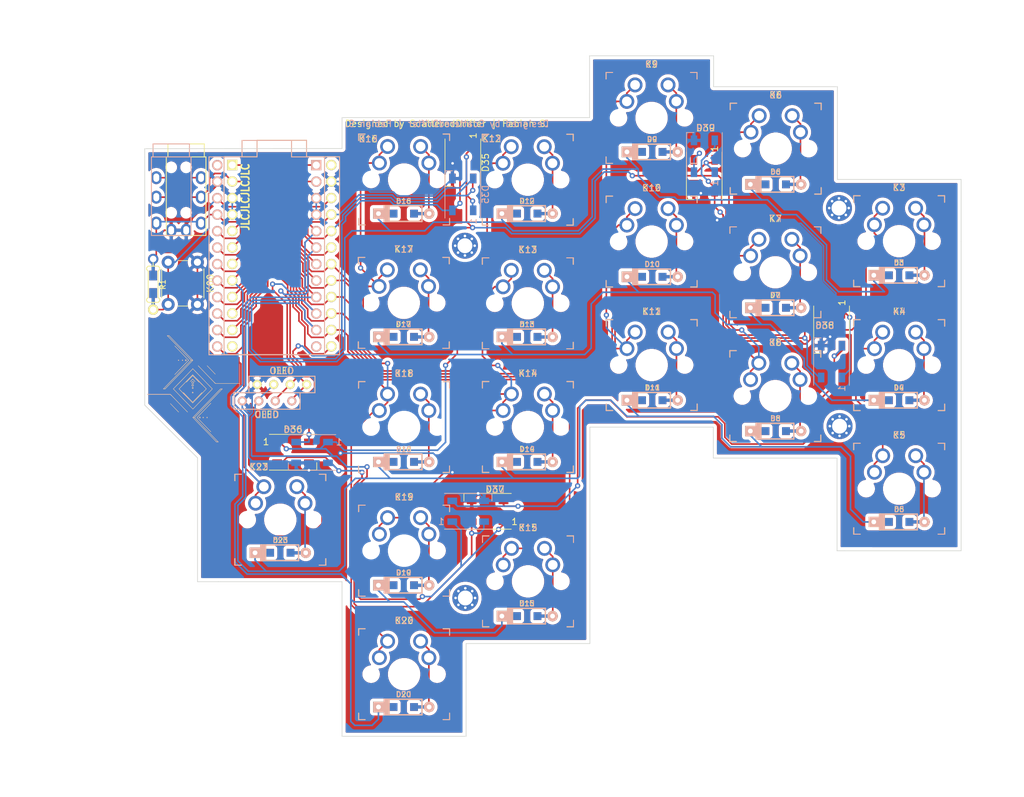
<source format=kicad_pcb>
(kicad_pcb (version 20171130) (host pcbnew 5.1.10)
  (layers (0 F.Cu signal) (31 B.Cu signal) (34 B.Paste user) (35 F.Paste user) (36 B.SilkS user) (37 F.SilkS user) (38 B.Mask user) (39 F.Mask user) (44 Edge.Cuts user))
  (net 0 "")
  (net 1 SDA-OLED)
  (net 2 SCL-OLED)
  (net 3 +5V)
  (net 4 GND)
  (net 5 Row0)
  (net 6 Row1)
  (net 7 "Net-(D3-Pad2)")
  (net 8 "Net-(D4-Pad2)")
  (net 9 "Net-(D5-Pad2)")
  (net 10 Row2)
  (net 11 "Net-(D6-Pad2)")
  (net 12 "Net-(D7-Pad2)")
  (net 13 "Net-(D8-Pad2)")
  (net 14 "Net-(D9-Pad2)")
  (net 15 "Net-(D10-Pad2)")
  (net 16 "Net-(D11-Pad2)")
  (net 17 "Net-(D12-Pad2)")
  (net 18 Row3)
  (net 19 "Net-(D13-Pad2)")
  (net 20 "Net-(D14-Pad2)")
  (net 21 "Net-(D15-Pad2)")
  (net 22 "Net-(D16-Pad2)")
  (net 23 "Net-(D17-Pad2)")
  (net 24 "Net-(D18-Pad2)")
  (net 25 "Net-(D19-Pad2)")
  (net 26 "Net-(D20-Pad2)")
  (net 27 "Net-(D23-Pad2)")
  (net 28 "Net-(D35-Pad2)")
  (net 29 ledin)
  (net 30 "Net-(D37-Pad2)")
  (net 31 "Net-(D38-Pad2)")
  (net 32 "Net-(D39-Pad2)")
  (net 33 Col0)
  (net 34 Col1)
  (net 35 Col2)
  (net 36 Col3)
  (net 37 Col4)
  (net 38 Col5)
  (net 39 Col6)
  (net 40 RST)
  (net 41 "Net-(U1-Pad24)")
  (net 42 "Net-(U1-Pad12)")
  (net 43 Row4)
  (net 44 TRRS1)
  (net 45 "Net-(U1-Pad1)")
  (net 46 "Net-(U2-Pad4)")
  (net 47 "Net-(D36-Pad2)")
  (module promicro:ProMicro (layer F.Cu) (at 61.72 68.99 270)
    (fp_text reference U1 hide)
    (fp_text value ProMicro)
    (pad 24 thru_hole circle (at -13.97 -7.62 270) (size 1.6 1.6) (drill 1.1) (layers *.Cu *.Mask F.SilkS) (net 41 "Net-(U1-Pad24)"))
    (pad 23 thru_hole circle (at -11.43 -7.62 270) (size 1.6 1.6) (drill 1.1) (layers *.Cu *.Mask F.SilkS) (net 4 GND))
    (pad 22 thru_hole circle (at -8.89 -7.62 270) (size 1.6 1.6) (drill 1.1) (layers *.Cu *.Mask F.SilkS) (net 40 RST))
    (pad 21 thru_hole circle (at -6.35 -7.62 270) (size 1.6 1.6) (drill 1.1) (layers *.Cu *.Mask F.SilkS) (net 3 +5V))
    (pad 20 thru_hole circle (at -3.81 -7.62 270) (size 1.6 1.6) (drill 1.1) (layers *.Cu *.Mask F.SilkS) (net 29 ledin))
    (pad 19 thru_hole circle (at -1.27 -7.62 270) (size 1.6 1.6) (drill 1.1) (layers *.Cu *.Mask F.SilkS) (net 33 Col0))
    (pad 18 thru_hole circle (at 1.27 -7.62 270) (size 1.6 1.6) (drill 1.1) (layers *.Cu *.Mask F.SilkS) (net 34 Col1))
    (pad 17 thru_hole circle (at 3.81 -7.62 270) (size 1.6 1.6) (drill 1.1) (layers *.Cu *.Mask F.SilkS) (net 35 Col2))
    (pad 16 thru_hole circle (at 6.35 -7.62 270) (size 1.6 1.6) (drill 1.1) (layers *.Cu *.Mask F.SilkS) (net 36 Col3))
    (pad 15 thru_hole circle (at 8.89 -7.62 270) (size 1.6 1.6) (drill 1.1) (layers *.Cu *.Mask F.SilkS) (net 37 Col4))
    (pad 14 thru_hole circle (at 11.43 -7.62 270) (size 1.6 1.6) (drill 1.1) (layers *.Cu *.Mask F.SilkS) (net 38 Col5))
    (pad 13 thru_hole circle (at 13.97 -7.62 270) (size 1.6 1.6) (drill 1.1) (layers *.Cu *.Mask F.SilkS) (net 39 Col6))
    (pad 12 thru_hole circle (at 13.97 7.62 270) (size 1.6 1.6) (drill 1.1) (layers *.Cu *.Mask F.SilkS) (net 42 "Net-(U1-Pad12)"))
    (pad 11 thru_hole circle (at 11.43 7.62 270) (size 1.6 1.6) (drill 1.1) (layers *.Cu *.Mask F.SilkS) (net 5 Row0))
    (pad 10 thru_hole circle (at 8.89 7.62 270) (size 1.6 1.6) (drill 1.1) (layers *.Cu *.Mask F.SilkS) (net 6 Row1))
    (pad 9 thru_hole circle (at 6.35 7.62 270) (size 1.6 1.6) (drill 1.1) (layers *.Cu *.Mask F.SilkS) (net 10 Row2))
    (pad 8 thru_hole circle (at 3.81 7.62 270) (size 1.6 1.6) (drill 1.1) (layers *.Cu *.Mask F.SilkS) (net 18 Row3))
    (pad 7 thru_hole circle (at 1.27 7.62 270) (size 1.6 1.6) (drill 1.1) (layers *.Cu *.Mask F.SilkS) (net 43 Row4))
    (pad 6 thru_hole circle (at -1.27 7.62 270) (size 1.6 1.6) (drill 1.1) (layers *.Cu *.Mask F.SilkS) (net 1 SDA-OLED))
    (pad 5 thru_hole circle (at -3.81 7.62 270) (size 1.6 1.6) (drill 1.1) (layers *.Cu *.Mask F.SilkS) (net 2 SCL-OLED))
    (pad 4 thru_hole circle (at -6.35 7.62 270) (size 1.6 1.6) (drill 1.1) (layers *.Cu *.Mask F.SilkS) (net 4 GND))
    (pad 3 thru_hole circle (at -8.89 7.62 270) (size 1.6 1.6) (drill 1.1) (layers *.Cu *.Mask F.SilkS) (net 4 GND))
    (pad 2 thru_hole circle (at -11.43 7.62 270) (size 1.6 1.6) (drill 1.1) (layers *.Cu *.Mask F.SilkS) (net 44 TRRS1))
    (pad 1 thru_hole rect (at -13.97 7.62 270) (size 1.6 1.6) (drill 1.1) (layers *.Cu *.Mask F.SilkS) (net 45 "Net-(U1-Pad1)"))
  )
  (module kbd:OLED (layer B.Cu) (at 55.64 91.36)
    (fp_text reference Brd1)
    (fp_text value SSD1306 hide)
    (fp_text user OLED (at 3.75 2.1) (layer F.SilkS))
    (fp_text user OLED (at 3.8 2.1) (layer B.SilkS) (effects (justify mirror)))
    (pad 4 thru_hole circle (at 7.62 0) (size 1.397 1.397) (drill 0.8128) (layers *.Cu *.Mask B.SilkS) (net 1 SDA-OLED))
    (pad 3 thru_hole circle (at 5.08 0) (size 1.397 1.397) (drill 0.8128) (layers *.Cu *.Mask B.SilkS) (net 2 SCL-OLED))
    (pad 2 thru_hole circle (at 2.54 0) (size 1.397 1.397) (drill 0.8128) (layers *.Cu *.Mask B.SilkS) (net 3 +5V))
    (pad 1 thru_hole circle (at 0 0) (size 1.397 1.397) (drill 0.8128) (layers *.Cu *.Mask B.SilkS) (net 4 GND))
  )
  (module keyswitches:SW_MX_reversible (layer F.Cu) (at 80.5 76.25)
    (fp_text reference K17 (at 0 -8.255) (layer F.SilkS))
    (fp_text value KEYSW)
    (fp_text user %R (at 0 -8.255) (layer B.SilkS) (effects (justify mirror)))
    (pad "" np_thru_hole circle (at -5.08 0) (size 1.7018 1.7018) (drill 1.7018) (layers *.Cu *.Mask))
    (pad "" np_thru_hole circle (at 5.08 0) (size 1.7018 1.7018) (drill 1.7018) (layers *.Cu *.Mask))
    (pad 1 thru_hole circle (at -3.81 -2.54) (size 2.286 2.286) (drill 1.4986) (layers *.Cu *.Mask) (net 38 Col5))
    (pad "" np_thru_hole circle (at 0 0) (size 3.9878 3.9878) (drill 3.9878) (layers *.Cu *.Mask))
    (pad 2 thru_hole circle (at 2.54 -5.08) (size 2.286 2.286) (drill 1.4986) (layers *.Cu *.Mask) (net 23 "Net-(D17-Pad2)"))
    (pad 1 thru_hole circle (at -2.54 -5.08) (size 2.286 2.286) (drill 1.4986) (layers *.Cu *.Mask) (net 38 Col5))
    (pad 2 thru_hole circle (at 3.81 -2.54) (size 2.286 2.286) (drill 1.4986) (layers *.Cu *.Mask) (net 23 "Net-(D17-Pad2)"))
  )
  (module promicro:ProMicro (layer B.Cu) (at 59.41 69.01 270)
    (fp_text reference U1 hide)
    (fp_text value ProMicro)
    (pad 1 thru_hole rect (at -13.97 -7.62 270) (size 1.6 1.6) (drill 1.1) (layers *.Cu *.Mask B.SilkS) (net 45 "Net-(U1-Pad1)"))
    (pad 2 thru_hole circle (at -11.43 -7.62 270) (size 1.6 1.6) (drill 1.1) (layers *.Cu *.Mask B.SilkS) (net 44 TRRS1))
    (pad 3 thru_hole circle (at -8.89 -7.62 270) (size 1.6 1.6) (drill 1.1) (layers *.Cu *.Mask B.SilkS) (net 4 GND))
    (pad 4 thru_hole circle (at -6.35 -7.62 270) (size 1.6 1.6) (drill 1.1) (layers *.Cu *.Mask B.SilkS) (net 4 GND))
    (pad 5 thru_hole circle (at -3.81 -7.62 270) (size 1.6 1.6) (drill 1.1) (layers *.Cu *.Mask B.SilkS) (net 2 SCL-OLED))
    (pad 6 thru_hole circle (at -1.27 -7.62 270) (size 1.6 1.6) (drill 1.1) (layers *.Cu *.Mask B.SilkS) (net 1 SDA-OLED))
    (pad 7 thru_hole circle (at 1.27 -7.62 270) (size 1.6 1.6) (drill 1.1) (layers *.Cu *.Mask B.SilkS) (net 43 Row4))
    (pad 8 thru_hole circle (at 3.81 -7.62 270) (size 1.6 1.6) (drill 1.1) (layers *.Cu *.Mask B.SilkS) (net 18 Row3))
    (pad 9 thru_hole circle (at 6.35 -7.62 270) (size 1.6 1.6) (drill 1.1) (layers *.Cu *.Mask B.SilkS) (net 10 Row2))
    (pad 10 thru_hole circle (at 8.89 -7.62 270) (size 1.6 1.6) (drill 1.1) (layers *.Cu *.Mask B.SilkS) (net 6 Row1))
    (pad 11 thru_hole circle (at 11.43 -7.62 270) (size 1.6 1.6) (drill 1.1) (layers *.Cu *.Mask B.SilkS) (net 5 Row0))
    (pad 12 thru_hole circle (at 13.97 -7.62 270) (size 1.6 1.6) (drill 1.1) (layers *.Cu *.Mask B.SilkS) (net 42 "Net-(U1-Pad12)"))
    (pad 13 thru_hole circle (at 13.97 7.62 270) (size 1.6 1.6) (drill 1.1) (layers *.Cu *.Mask B.SilkS) (net 39 Col6))
    (pad 14 thru_hole circle (at 11.43 7.62 270) (size 1.6 1.6) (drill 1.1) (layers *.Cu *.Mask B.SilkS) (net 38 Col5))
    (pad 15 thru_hole circle (at 8.89 7.62 270) (size 1.6 1.6) (drill 1.1) (layers *.Cu *.Mask B.SilkS) (net 37 Col4))
    (pad 16 thru_hole circle (at 6.35 7.62 270) (size 1.6 1.6) (drill 1.1) (layers *.Cu *.Mask B.SilkS) (net 36 Col3))
    (pad 17 thru_hole circle (at 3.81 7.62 270) (size 1.6 1.6) (drill 1.1) (layers *.Cu *.Mask B.SilkS) (net 35 Col2))
    (pad 18 thru_hole circle (at 1.27 7.62 270) (size 1.6 1.6) (drill 1.1) (layers *.Cu *.Mask B.SilkS) (net 34 Col1))
    (pad 19 thru_hole circle (at -1.27 7.62 270) (size 1.6 1.6) (drill 1.1) (layers *.Cu *.Mask B.SilkS) (net 33 Col0))
    (pad 20 thru_hole circle (at -3.81 7.62 270) (size 1.6 1.6) (drill 1.1) (layers *.Cu *.Mask B.SilkS) (net 29 ledin))
    (pad 21 thru_hole circle (at -6.35 7.62 270) (size 1.6 1.6) (drill 1.1) (layers *.Cu *.Mask B.SilkS) (net 3 +5V))
    (pad 22 thru_hole circle (at -8.89 7.62 270) (size 1.6 1.6) (drill 1.1) (layers *.Cu *.Mask B.SilkS) (net 40 RST))
    (pad 23 thru_hole circle (at -11.43 7.62 270) (size 1.6 1.6) (drill 1.1) (layers *.Cu *.Mask B.SilkS) (net 4 GND))
    (pad 24 thru_hole circle (at -13.97 7.62 270) (size 1.6 1.6) (drill 1.1) (layers *.Cu *.Mask B.SilkS) (net 41 "Net-(U1-Pad24)"))
  )
  (module Keebio-Parts:Resistor-Hybrid (layer F.Cu) (at 41.92 73.39 90)
    (fp_text reference R1 (at -0.05 1.5 90) (layer F.SilkS) (effects (font (size 0.8 0.8))))
    (fp_text value 10k hide)
    (pad 1 smd rect (at 2.5 0 90) (size 2.9 0.5) (layers F.Cu) (net 3 +5V))
    (pad 2 smd rect (at -2.5 0 90) (size 2.9 0.5) (layers F.Cu) (net 40 RST))
    (pad 1 thru_hole circle (at 3.9 0 90) (size 1.6 1.6) (drill 1) (layers *.Cu *.Mask) (net 3 +5V))
    (pad 2 thru_hole circle (at -3.9 0 90) (size 1.6 1.6) (drill 1) (layers *.Cu *.Mask F.SilkS) (net 40 RST))
    (pad 2 smd rect (at -1.35 0 90) (size 1.5 1.2) (layers F.Cu F.Paste F.Mask) (net 40 RST))
    (pad 1 smd rect (at 1.35 0 90) (size 1.5 1.2) (layers F.Cu F.Paste F.Mask) (net 3 +5V))
    (pad 1 smd rect (at 2.5 0 90) (size 2.9 0.5) (layers B.Cu) (net 3 +5V))
    (pad 1 smd rect (at 1.35 0 90) (size 1.5 1.2) (layers B.Cu B.Paste B.Mask) (net 3 +5V))
    (pad 2 smd rect (at -1.35 0 90) (size 1.5 1.2) (layers B.Cu B.Paste B.Mask) (net 40 RST))
    (pad 2 smd rect (at -2.5 0 90) (size 2.9 0.5) (layers B.Cu) (net 40 RST))
  )
  (module LED_SMD:LED_WS2812B_PLCC4_5.0x5.0mm_P3.2mm (layer B.Cu) (at 146.34 85.3 90)
    (fp_text reference D38 (at 5.58 -1.02 180) (layer B.SilkS) (effects (justify mirror)))
    (fp_text value WS2812B)
    (fp_text user 1 (at -4.15 1.6 90) (layer B.SilkS) (effects (justify mirror)))
    (pad 3 smd rect (at 2.45 -1.6 90) (size 1.5 1) (layers B.Cu B.Paste B.Mask) (net 4 GND))
    (pad 4 smd rect (at 2.45 1.6 90) (size 1.5 1) (layers B.Cu B.Paste B.Mask) (net 30 "Net-(D37-Pad2)"))
    (pad 2 smd rect (at -2.45 -1.6 90) (size 1.5 1) (layers B.Cu B.Paste B.Mask) (net 31 "Net-(D38-Pad2)"))
    (pad 1 smd rect (at -2.45 1.6 90) (size 1.5 1) (layers B.Cu B.Paste B.Mask) (net 3 +5V))
  )
  (module kbd:M2_HOLE_v3 (layer F.Cu) (at 89.97 121.71)
    (fp_text reference 3 (at 0.04 -0.03) (layer F.SilkS))
    (fp_text value Val**)
    (pad 1 thru_hole circle (at 1.06 -1.06) (size 0.5 0.5) (drill 0.4) (layers *.Cu *.Mask))
    (pad 1 thru_hole circle (at -1.06 -1.06) (size 0.5 0.5) (drill 0.4) (layers *.Cu *.Mask))
    (pad 1 thru_hole circle (at -1.06 1.06) (size 0.5 0.5) (drill 0.4) (layers *.Cu *.Mask))
    (pad 1 thru_hole circle (at 1.06 1.06) (size 0.5 0.5) (drill 0.4) (layers *.Cu *.Mask))
    (pad 1 thru_hole circle (at 0 -1.5) (size 0.5 0.5) (drill 0.4) (layers *.Cu *.Mask))
    (pad 1 thru_hole circle (at 0 1.5) (size 0.5 0.5) (drill 0.4) (layers *.Cu *.Mask))
    (pad 1 thru_hole circle (at -1.5 0) (size 0.5 0.5) (drill 0.4) (layers *.Cu *.Mask))
    (pad 1 thru_hole circle (at 1.5 0) (size 0.5 0.5) (drill 0.4) (layers *.Cu *.Mask))
    (pad 1 thru_hole circle (at 0 0) (size 4 4) (drill 2.3) (layers *.Cu *.Mask))
  )
  (module kbd:M2_HOLE_v3 (layer F.Cu) (at 147.49 61.65)
    (fp_text reference 5 (at 0.07 -0.05) (layer F.SilkS))
    (fp_text value Val**)
    (pad 1 thru_hole circle (at 1.06 -1.06) (size 0.5 0.5) (drill 0.4) (layers *.Cu *.Mask))
    (pad 1 thru_hole circle (at -1.06 -1.06) (size 0.5 0.5) (drill 0.4) (layers *.Cu *.Mask))
    (pad 1 thru_hole circle (at -1.06 1.06) (size 0.5 0.5) (drill 0.4) (layers *.Cu *.Mask))
    (pad 1 thru_hole circle (at 1.06 1.06) (size 0.5 0.5) (drill 0.4) (layers *.Cu *.Mask))
    (pad 1 thru_hole circle (at 0 -1.5) (size 0.5 0.5) (drill 0.4) (layers *.Cu *.Mask))
    (pad 1 thru_hole circle (at 0 1.5) (size 0.5 0.5) (drill 0.4) (layers *.Cu *.Mask))
    (pad 1 thru_hole circle (at -1.5 0) (size 0.5 0.5) (drill 0.4) (layers *.Cu *.Mask))
    (pad 1 thru_hole circle (at 1.5 0) (size 0.5 0.5) (drill 0.4) (layers *.Cu *.Mask))
    (pad 1 thru_hole circle (at 0 0) (size 4 4) (drill 2.3) (layers *.Cu *.Mask))
  )
  (module keyswitches:SW_MX_reversible (layer F.Cu) (at 99.6 95.37)
    (fp_text reference K14 (at 0 -8.255) (layer F.SilkS))
    (fp_text value KEYSW)
    (fp_text user %R (at 0 -8.255) (layer B.SilkS) (effects (justify mirror)))
    (pad "" np_thru_hole circle (at -5.08 0) (size 1.7018 1.7018) (drill 1.7018) (layers *.Cu *.Mask))
    (pad "" np_thru_hole circle (at 5.08 0) (size 1.7018 1.7018) (drill 1.7018) (layers *.Cu *.Mask))
    (pad 1 thru_hole circle (at -3.81 -2.54) (size 2.286 2.286) (drill 1.4986) (layers *.Cu *.Mask) (net 37 Col4))
    (pad "" np_thru_hole circle (at 0 0) (size 3.9878 3.9878) (drill 3.9878) (layers *.Cu *.Mask))
    (pad 2 thru_hole circle (at 2.54 -5.08) (size 2.286 2.286) (drill 1.4986) (layers *.Cu *.Mask) (net 20 "Net-(D14-Pad2)"))
    (pad 1 thru_hole circle (at -2.54 -5.08) (size 2.286 2.286) (drill 1.4986) (layers *.Cu *.Mask) (net 37 Col4))
    (pad 2 thru_hole circle (at 3.81 -2.54) (size 2.286 2.286) (drill 1.4986) (layers *.Cu *.Mask) (net 20 "Net-(D14-Pad2)"))
  )
  (module kbd:M2_HOLE_v3 (layer F.Cu) (at 89.91 67.45)
    (fp_text reference 6 (at -0.11 -0.14) (layer F.SilkS))
    (fp_text value Val**)
    (pad 1 thru_hole circle (at 1.06 -1.06) (size 0.5 0.5) (drill 0.4) (layers *.Cu *.Mask))
    (pad 1 thru_hole circle (at -1.06 -1.06) (size 0.5 0.5) (drill 0.4) (layers *.Cu *.Mask))
    (pad 1 thru_hole circle (at -1.06 1.06) (size 0.5 0.5) (drill 0.4) (layers *.Cu *.Mask))
    (pad 1 thru_hole circle (at 1.06 1.06) (size 0.5 0.5) (drill 0.4) (layers *.Cu *.Mask))
    (pad 1 thru_hole circle (at 0 -1.5) (size 0.5 0.5) (drill 0.4) (layers *.Cu *.Mask))
    (pad 1 thru_hole circle (at 0 1.5) (size 0.5 0.5) (drill 0.4) (layers *.Cu *.Mask))
    (pad 1 thru_hole circle (at -1.5 0) (size 0.5 0.5) (drill 0.4) (layers *.Cu *.Mask))
    (pad 1 thru_hole circle (at 1.5 0) (size 0.5 0.5) (drill 0.4) (layers *.Cu *.Mask))
    (pad 1 thru_hole circle (at 0 0) (size 4 4) (drill 2.3) (layers *.Cu *.Mask))
  )
  (module Button_Switch_THT:SW_PUSH_6mm (layer F.Cu) (at 48.73 69.99 270)
    (fp_text reference K00 (at 3.25 -2 90) (layer F.SilkS))
    (fp_text value KEYSW)
    (pad 2 thru_hole circle (at 0 4.5) (size 2 2) (drill 1.1) (layers *.Cu *.Mask) (net 40 RST))
    (pad 1 thru_hole circle (at 0 0) (size 2 2) (drill 1.1) (layers *.Cu *.Mask) (net 4 GND))
    (pad 2 thru_hole circle (at 6.5 4.5) (size 2 2) (drill 1.1) (layers *.Cu *.Mask) (net 40 RST))
    (pad 1 thru_hole circle (at 6.5 0) (size 2 2) (drill 1.1) (layers *.Cu *.Mask) (net 4 GND))
  )
  (module kbd:M2_HOLE_v3 (layer F.Cu) (at 147.58 95.24)
    (fp_text reference 4 (at -0.02 0.1) (layer F.SilkS))
    (fp_text value Val**)
    (pad 1 thru_hole circle (at 1.06 -1.06) (size 0.5 0.5) (drill 0.4) (layers *.Cu *.Mask))
    (pad 1 thru_hole circle (at -1.06 -1.06) (size 0.5 0.5) (drill 0.4) (layers *.Cu *.Mask))
    (pad 1 thru_hole circle (at -1.06 1.06) (size 0.5 0.5) (drill 0.4) (layers *.Cu *.Mask))
    (pad 1 thru_hole circle (at 1.06 1.06) (size 0.5 0.5) (drill 0.4) (layers *.Cu *.Mask))
    (pad 1 thru_hole circle (at 0 -1.5) (size 0.5 0.5) (drill 0.4) (layers *.Cu *.Mask))
    (pad 1 thru_hole circle (at 0 1.5) (size 0.5 0.5) (drill 0.4) (layers *.Cu *.Mask))
    (pad 1 thru_hole circle (at -1.5 0) (size 0.5 0.5) (drill 0.4) (layers *.Cu *.Mask))
    (pad 1 thru_hole circle (at 1.5 0) (size 0.5 0.5) (drill 0.4) (layers *.Cu *.Mask))
    (pad 1 thru_hole circle (at 0 0) (size 4 4) (drill 2.3) (layers *.Cu *.Mask))
  )
  (module keyboard_parts:D_SOD123_axial (layer B.Cu) (at 61.5 114.75)
    (fp_text reference D23 (at 0 -1.925) (layer B.SilkS) (effects (font (size 0.8 0.8)) (justify mirror)))
    (fp_text value D hide)
    (pad 2 smd rect (at 1.575 0) (size 1.2 1.2) (layers B.Cu B.Paste B.Mask) (net 27 "Net-(D23-Pad2)"))
    (pad 1 smd rect (at -1.575 0) (size 1.2 1.2) (layers B.Cu B.Paste B.Mask) (net 10 Row2))
    (pad 1 thru_hole rect (at -3.9 0) (size 1.6 1.6) (drill 0.7) (layers *.Cu *.Mask B.SilkS) (net 10 Row2))
    (pad 2 thru_hole circle (at 3.9 0) (size 1.6 1.6) (drill 0.7) (layers *.Cu *.Mask B.SilkS) (net 27 "Net-(D23-Pad2)"))
    (pad 1 smd rect (at -2.7 0) (size 2.5 0.5) (layers B.Cu) (net 10 Row2))
    (pad 2 smd rect (at 2.7 0) (size 2.5 0.5) (layers B.Cu) (net 27 "Net-(D23-Pad2)"))
  )
  (module keyboard_parts:D_SOD123_axial (layer B.Cu) (at 80.5 81.49)
    (fp_text reference D17 (at 0 -1.925) (layer B.SilkS) (effects (font (size 0.8 0.8)) (justify mirror)))
    (fp_text value D hide)
    (pad 2 smd rect (at 1.575 0) (size 1.2 1.2) (layers B.Cu B.Paste B.Mask) (net 23 "Net-(D17-Pad2)"))
    (pad 1 smd rect (at -1.575 0) (size 1.2 1.2) (layers B.Cu B.Paste B.Mask) (net 6 Row1))
    (pad 1 thru_hole rect (at -3.9 0) (size 1.6 1.6) (drill 0.7) (layers *.Cu *.Mask B.SilkS) (net 6 Row1))
    (pad 2 thru_hole circle (at 3.9 0) (size 1.6 1.6) (drill 0.7) (layers *.Cu *.Mask B.SilkS) (net 23 "Net-(D17-Pad2)"))
    (pad 1 smd rect (at -2.7 0) (size 2.5 0.5) (layers B.Cu) (net 6 Row1))
    (pad 2 smd rect (at 2.7 0) (size 2.5 0.5) (layers B.Cu) (net 23 "Net-(D17-Pad2)"))
  )
  (module keyboard_parts:D_SOD123_axial (layer B.Cu) (at 80.5 100.75)
    (fp_text reference D18 (at 0 -1.925) (layer B.SilkS) (effects (font (size 0.8 0.8)) (justify mirror)))
    (fp_text value D hide)
    (pad 2 smd rect (at 1.575 0) (size 1.2 1.2) (layers B.Cu B.Paste B.Mask) (net 24 "Net-(D18-Pad2)"))
    (pad 1 smd rect (at -1.575 0) (size 1.2 1.2) (layers B.Cu B.Paste B.Mask) (net 10 Row2))
    (pad 1 thru_hole rect (at -3.9 0) (size 1.6 1.6) (drill 0.7) (layers *.Cu *.Mask B.SilkS) (net 10 Row2))
    (pad 2 thru_hole circle (at 3.9 0) (size 1.6 1.6) (drill 0.7) (layers *.Cu *.Mask B.SilkS) (net 24 "Net-(D18-Pad2)"))
    (pad 1 smd rect (at -2.7 0) (size 2.5 0.5) (layers B.Cu) (net 10 Row2))
    (pad 2 smd rect (at 2.7 0) (size 2.5 0.5) (layers B.Cu) (net 24 "Net-(D18-Pad2)"))
  )
  (module keyboard_parts:D_SOD123_axial (layer B.Cu) (at 80.5 119.75)
    (fp_text reference D19 (at 0 -1.925) (layer B.SilkS) (effects (font (size 0.8 0.8)) (justify mirror)))
    (fp_text value D hide)
    (pad 2 smd rect (at 1.575 0) (size 1.2 1.2) (layers B.Cu B.Paste B.Mask) (net 25 "Net-(D19-Pad2)"))
    (pad 1 smd rect (at -1.575 0) (size 1.2 1.2) (layers B.Cu B.Paste B.Mask) (net 18 Row3))
    (pad 1 thru_hole rect (at -3.9 0) (size 1.6 1.6) (drill 0.7) (layers *.Cu *.Mask B.SilkS) (net 18 Row3))
    (pad 2 thru_hole circle (at 3.9 0) (size 1.6 1.6) (drill 0.7) (layers *.Cu *.Mask B.SilkS) (net 25 "Net-(D19-Pad2)"))
    (pad 1 smd rect (at -2.7 0) (size 2.5 0.5) (layers B.Cu) (net 18 Row3))
    (pad 2 smd rect (at 2.7 0) (size 2.5 0.5) (layers B.Cu) (net 25 "Net-(D19-Pad2)"))
  )
  (module keyboard_parts:D_SOD123_axial (layer B.Cu) (at 80.5 138.5)
    (fp_text reference D20 (at 0 -1.925) (layer B.SilkS) (effects (font (size 0.8 0.8)) (justify mirror)))
    (fp_text value D hide)
    (pad 2 smd rect (at 1.575 0) (size 1.2 1.2) (layers B.Cu B.Paste B.Mask) (net 26 "Net-(D20-Pad2)"))
    (pad 1 smd rect (at -1.575 0) (size 1.2 1.2) (layers B.Cu B.Paste B.Mask) (net 18 Row3))
    (pad 1 thru_hole rect (at -3.9 0) (size 1.6 1.6) (drill 0.7) (layers *.Cu *.Mask B.SilkS) (net 18 Row3))
    (pad 2 thru_hole circle (at 3.9 0) (size 1.6 1.6) (drill 0.7) (layers *.Cu *.Mask B.SilkS) (net 26 "Net-(D20-Pad2)"))
    (pad 1 smd rect (at -2.7 0) (size 2.5 0.5) (layers B.Cu) (net 18 Row3))
    (pad 2 smd rect (at 2.7 0) (size 2.5 0.5) (layers B.Cu) (net 26 "Net-(D20-Pad2)"))
  )
  (module keyboard_parts:D_SOD123_axial (layer B.Cu) (at 99.5 81.5)
    (fp_text reference D13 (at 0 -1.925) (layer B.SilkS) (effects (font (size 0.8 0.8)) (justify mirror)))
    (fp_text value D hide)
    (pad 2 smd rect (at 1.575 0) (size 1.2 1.2) (layers B.Cu B.Paste B.Mask) (net 19 "Net-(D13-Pad2)"))
    (pad 1 smd rect (at -1.575 0) (size 1.2 1.2) (layers B.Cu B.Paste B.Mask) (net 6 Row1))
    (pad 1 thru_hole rect (at -3.9 0) (size 1.6 1.6) (drill 0.7) (layers *.Cu *.Mask B.SilkS) (net 6 Row1))
    (pad 2 thru_hole circle (at 3.9 0) (size 1.6 1.6) (drill 0.7) (layers *.Cu *.Mask B.SilkS) (net 19 "Net-(D13-Pad2)"))
    (pad 1 smd rect (at -2.7 0) (size 2.5 0.5) (layers B.Cu) (net 6 Row1))
    (pad 2 smd rect (at 2.7 0) (size 2.5 0.5) (layers B.Cu) (net 19 "Net-(D13-Pad2)"))
  )
  (module keyboard_parts:D_SOD123_axial (layer B.Cu) (at 99.5 100.75)
    (fp_text reference D14 (at 0 -1.925) (layer B.SilkS) (effects (font (size 0.8 0.8)) (justify mirror)))
    (fp_text value D hide)
    (pad 2 smd rect (at 1.575 0) (size 1.2 1.2) (layers B.Cu B.Paste B.Mask) (net 20 "Net-(D14-Pad2)"))
    (pad 1 smd rect (at -1.575 0) (size 1.2 1.2) (layers B.Cu B.Paste B.Mask) (net 10 Row2))
    (pad 1 thru_hole rect (at -3.9 0) (size 1.6 1.6) (drill 0.7) (layers *.Cu *.Mask B.SilkS) (net 10 Row2))
    (pad 2 thru_hole circle (at 3.9 0) (size 1.6 1.6) (drill 0.7) (layers *.Cu *.Mask B.SilkS) (net 20 "Net-(D14-Pad2)"))
    (pad 1 smd rect (at -2.7 0) (size 2.5 0.5) (layers B.Cu) (net 10 Row2))
    (pad 2 smd rect (at 2.7 0) (size 2.5 0.5) (layers B.Cu) (net 20 "Net-(D14-Pad2)"))
  )
  (module keyboard_parts:D_SOD123_axial (layer B.Cu) (at 99.5 124.5)
    (fp_text reference D15 (at 0 -1.925) (layer B.SilkS) (effects (font (size 0.8 0.8)) (justify mirror)))
    (fp_text value D hide)
    (pad 2 smd rect (at 1.575 0) (size 1.2 1.2) (layers B.Cu B.Paste B.Mask) (net 21 "Net-(D15-Pad2)"))
    (pad 1 smd rect (at -1.575 0) (size 1.2 1.2) (layers B.Cu B.Paste B.Mask) (net 18 Row3))
    (pad 1 thru_hole rect (at -3.9 0) (size 1.6 1.6) (drill 0.7) (layers *.Cu *.Mask B.SilkS) (net 18 Row3))
    (pad 2 thru_hole circle (at 3.9 0) (size 1.6 1.6) (drill 0.7) (layers *.Cu *.Mask B.SilkS) (net 21 "Net-(D15-Pad2)"))
    (pad 1 smd rect (at -2.7 0) (size 2.5 0.5) (layers B.Cu) (net 18 Row3))
    (pad 2 smd rect (at 2.7 0) (size 2.5 0.5) (layers B.Cu) (net 21 "Net-(D15-Pad2)"))
  )
  (module keyboard_parts:D_SOD123_axial (layer B.Cu) (at 118.76 72.23)
    (fp_text reference D10 (at 0 -1.925) (layer B.SilkS) (effects (font (size 0.8 0.8)) (justify mirror)))
    (fp_text value D hide)
    (pad 2 smd rect (at 1.575 0) (size 1.2 1.2) (layers B.Cu B.Paste B.Mask) (net 15 "Net-(D10-Pad2)"))
    (pad 1 smd rect (at -1.575 0) (size 1.2 1.2) (layers B.Cu B.Paste B.Mask) (net 6 Row1))
    (pad 1 thru_hole rect (at -3.9 0) (size 1.6 1.6) (drill 0.7) (layers *.Cu *.Mask B.SilkS) (net 6 Row1))
    (pad 2 thru_hole circle (at 3.9 0) (size 1.6 1.6) (drill 0.7) (layers *.Cu *.Mask B.SilkS) (net 15 "Net-(D10-Pad2)"))
    (pad 1 smd rect (at -2.7 0) (size 2.5 0.5) (layers B.Cu) (net 6 Row1))
    (pad 2 smd rect (at 2.7 0) (size 2.5 0.5) (layers B.Cu) (net 15 "Net-(D10-Pad2)"))
  )
  (module keyboard_parts:D_SOD123_axial (layer B.Cu) (at 118.75 91.25)
    (fp_text reference D11 (at 0 -1.925) (layer B.SilkS) (effects (font (size 0.8 0.8)) (justify mirror)))
    (fp_text value D hide)
    (pad 2 smd rect (at 1.575 0) (size 1.2 1.2) (layers B.Cu B.Paste B.Mask) (net 16 "Net-(D11-Pad2)"))
    (pad 1 smd rect (at -1.575 0) (size 1.2 1.2) (layers B.Cu B.Paste B.Mask) (net 10 Row2))
    (pad 1 thru_hole rect (at -3.9 0) (size 1.6 1.6) (drill 0.7) (layers *.Cu *.Mask B.SilkS) (net 10 Row2))
    (pad 2 thru_hole circle (at 3.9 0) (size 1.6 1.6) (drill 0.7) (layers *.Cu *.Mask B.SilkS) (net 16 "Net-(D11-Pad2)"))
    (pad 1 smd rect (at -2.7 0) (size 2.5 0.5) (layers B.Cu) (net 10 Row2))
    (pad 2 smd rect (at 2.7 0) (size 2.5 0.5) (layers B.Cu) (net 16 "Net-(D11-Pad2)"))
  )
  (module keyboard_parts:D_SOD123_axial (layer B.Cu) (at 137.75 96)
    (fp_text reference D8 (at 0 -1.925) (layer B.SilkS) (effects (font (size 0.8 0.8)) (justify mirror)))
    (fp_text value D hide)
    (pad 2 smd rect (at 1.575 0) (size 1.2 1.2) (layers B.Cu B.Paste B.Mask) (net 13 "Net-(D8-Pad2)"))
    (pad 1 smd rect (at -1.575 0) (size 1.2 1.2) (layers B.Cu B.Paste B.Mask) (net 10 Row2))
    (pad 1 thru_hole rect (at -3.9 0) (size 1.6 1.6) (drill 0.7) (layers *.Cu *.Mask B.SilkS) (net 10 Row2))
    (pad 2 thru_hole circle (at 3.9 0) (size 1.6 1.6) (drill 0.7) (layers *.Cu *.Mask B.SilkS) (net 13 "Net-(D8-Pad2)"))
    (pad 1 smd rect (at -2.7 0) (size 2.5 0.5) (layers B.Cu) (net 10 Row2))
    (pad 2 smd rect (at 2.7 0) (size 2.5 0.5) (layers B.Cu) (net 13 "Net-(D8-Pad2)"))
  )
  (module keyboard_parts:D_SOD123_axial (layer B.Cu) (at 137.76 77.01)
    (fp_text reference D7 (at 0 -1.925) (layer B.SilkS) (effects (font (size 0.8 0.8)) (justify mirror)))
    (fp_text value D hide)
    (pad 2 smd rect (at 1.575 0) (size 1.2 1.2) (layers B.Cu B.Paste B.Mask) (net 12 "Net-(D7-Pad2)"))
    (pad 1 smd rect (at -1.575 0) (size 1.2 1.2) (layers B.Cu B.Paste B.Mask) (net 6 Row1))
    (pad 1 thru_hole rect (at -3.9 0) (size 1.6 1.6) (drill 0.7) (layers *.Cu *.Mask B.SilkS) (net 6 Row1))
    (pad 2 thru_hole circle (at 3.9 0) (size 1.6 1.6) (drill 0.7) (layers *.Cu *.Mask B.SilkS) (net 12 "Net-(D7-Pad2)"))
    (pad 1 smd rect (at -2.7 0) (size 2.5 0.5) (layers B.Cu) (net 6 Row1))
    (pad 2 smd rect (at 2.7 0) (size 2.5 0.5) (layers B.Cu) (net 12 "Net-(D7-Pad2)"))
  )
  (module keyboard_parts:D_SOD123_axial (layer B.Cu) (at 156.74 91.25)
    (fp_text reference D4 (at 0 -1.925) (layer B.SilkS) (effects (font (size 0.8 0.8)) (justify mirror)))
    (fp_text value D hide)
    (pad 2 smd rect (at 1.575 0) (size 1.2 1.2) (layers B.Cu B.Paste B.Mask) (net 8 "Net-(D4-Pad2)"))
    (pad 1 smd rect (at -1.575 0) (size 1.2 1.2) (layers B.Cu B.Paste B.Mask) (net 6 Row1))
    (pad 1 thru_hole rect (at -3.9 0) (size 1.6 1.6) (drill 0.7) (layers *.Cu *.Mask B.SilkS) (net 6 Row1))
    (pad 2 thru_hole circle (at 3.9 0) (size 1.6 1.6) (drill 0.7) (layers *.Cu *.Mask B.SilkS) (net 8 "Net-(D4-Pad2)"))
    (pad 1 smd rect (at -2.7 0) (size 2.5 0.5) (layers B.Cu) (net 6 Row1))
    (pad 2 smd rect (at 2.7 0) (size 2.5 0.5) (layers B.Cu) (net 8 "Net-(D4-Pad2)"))
  )
  (module keyboard_parts:D_SOD123_axial (layer B.Cu) (at 156.75 109.99)
    (fp_text reference D5 (at 0 -1.925) (layer B.SilkS) (effects (font (size 0.8 0.8)) (justify mirror)))
    (fp_text value D hide)
    (pad 2 smd rect (at 1.575 0) (size 1.2 1.2) (layers B.Cu B.Paste B.Mask) (net 9 "Net-(D5-Pad2)"))
    (pad 1 smd rect (at -1.575 0) (size 1.2 1.2) (layers B.Cu B.Paste B.Mask) (net 10 Row2))
    (pad 1 thru_hole rect (at -3.9 0) (size 1.6 1.6) (drill 0.7) (layers *.Cu *.Mask B.SilkS) (net 10 Row2))
    (pad 2 thru_hole circle (at 3.9 0) (size 1.6 1.6) (drill 0.7) (layers *.Cu *.Mask B.SilkS) (net 9 "Net-(D5-Pad2)"))
    (pad 1 smd rect (at -2.7 0) (size 2.5 0.5) (layers B.Cu) (net 10 Row2))
    (pad 2 smd rect (at 2.7 0) (size 2.5 0.5) (layers B.Cu) (net 9 "Net-(D5-Pad2)"))
  )
  (module keyboard_parts:D_SOD123_axial (layer B.Cu) (at 156.75 72)
    (fp_text reference D3 (at 0 -1.925) (layer B.SilkS) (effects (font (size 0.8 0.8)) (justify mirror)))
    (fp_text value D hide)
    (pad 2 smd rect (at 1.575 0) (size 1.2 1.2) (layers B.Cu B.Paste B.Mask) (net 7 "Net-(D3-Pad2)"))
    (pad 1 smd rect (at -1.575 0) (size 1.2 1.2) (layers B.Cu B.Paste B.Mask) (net 5 Row0))
    (pad 1 thru_hole rect (at -3.9 0) (size 1.6 1.6) (drill 0.7) (layers *.Cu *.Mask B.SilkS) (net 5 Row0))
    (pad 2 thru_hole circle (at 3.9 0) (size 1.6 1.6) (drill 0.7) (layers *.Cu *.Mask B.SilkS) (net 7 "Net-(D3-Pad2)"))
    (pad 1 smd rect (at -2.7 0) (size 2.5 0.5) (layers B.Cu) (net 5 Row0))
    (pad 2 smd rect (at 2.7 0) (size 2.5 0.5) (layers B.Cu) (net 7 "Net-(D3-Pad2)"))
  )
  (module keyboard_parts:D_SOD123_axial (layer B.Cu) (at 137.75 58)
    (fp_text reference D6 (at 0 -1.925) (layer B.SilkS) (effects (font (size 0.8 0.8)) (justify mirror)))
    (fp_text value D hide)
    (pad 2 smd rect (at 1.575 0) (size 1.2 1.2) (layers B.Cu B.Paste B.Mask) (net 11 "Net-(D6-Pad2)"))
    (pad 1 smd rect (at -1.575 0) (size 1.2 1.2) (layers B.Cu B.Paste B.Mask) (net 5 Row0))
    (pad 1 thru_hole rect (at -3.9 0) (size 1.6 1.6) (drill 0.7) (layers *.Cu *.Mask B.SilkS) (net 5 Row0))
    (pad 2 thru_hole circle (at 3.9 0) (size 1.6 1.6) (drill 0.7) (layers *.Cu *.Mask B.SilkS) (net 11 "Net-(D6-Pad2)"))
    (pad 1 smd rect (at -2.7 0) (size 2.5 0.5) (layers B.Cu) (net 5 Row0))
    (pad 2 smd rect (at 2.7 0) (size 2.5 0.5) (layers B.Cu) (net 11 "Net-(D6-Pad2)"))
  )
  (module keyboard_parts:D_SOD123_axial (layer B.Cu) (at 118.75 53)
    (fp_text reference D9 (at 0 -1.925) (layer B.SilkS) (effects (font (size 0.8 0.8)) (justify mirror)))
    (fp_text value D hide)
    (pad 2 smd rect (at 1.575 0) (size 1.2 1.2) (layers B.Cu B.Paste B.Mask) (net 14 "Net-(D9-Pad2)"))
    (pad 1 smd rect (at -1.575 0) (size 1.2 1.2) (layers B.Cu B.Paste B.Mask) (net 5 Row0))
    (pad 1 thru_hole rect (at -3.9 0) (size 1.6 1.6) (drill 0.7) (layers *.Cu *.Mask B.SilkS) (net 5 Row0))
    (pad 2 thru_hole circle (at 3.9 0) (size 1.6 1.6) (drill 0.7) (layers *.Cu *.Mask B.SilkS) (net 14 "Net-(D9-Pad2)"))
    (pad 1 smd rect (at -2.7 0) (size 2.5 0.5) (layers B.Cu) (net 5 Row0))
    (pad 2 smd rect (at 2.7 0) (size 2.5 0.5) (layers B.Cu) (net 14 "Net-(D9-Pad2)"))
  )
  (module keyboard_parts:D_SOD123_axial (layer B.Cu) (at 99.5 62.5)
    (fp_text reference D12 (at 0 -1.925) (layer B.SilkS) (effects (font (size 0.8 0.8)) (justify mirror)))
    (fp_text value D hide)
    (pad 2 smd rect (at 1.575 0) (size 1.2 1.2) (layers B.Cu B.Paste B.Mask) (net 17 "Net-(D12-Pad2)"))
    (pad 1 smd rect (at -1.575 0) (size 1.2 1.2) (layers B.Cu B.Paste B.Mask) (net 5 Row0))
    (pad 1 thru_hole rect (at -3.9 0) (size 1.6 1.6) (drill 0.7) (layers *.Cu *.Mask B.SilkS) (net 5 Row0))
    (pad 2 thru_hole circle (at 3.9 0) (size 1.6 1.6) (drill 0.7) (layers *.Cu *.Mask B.SilkS) (net 17 "Net-(D12-Pad2)"))
    (pad 1 smd rect (at -2.7 0) (size 2.5 0.5) (layers B.Cu) (net 5 Row0))
    (pad 2 smd rect (at 2.7 0) (size 2.5 0.5) (layers B.Cu) (net 17 "Net-(D12-Pad2)"))
  )
  (module keyboard_parts:D_SOD123_axial (layer B.Cu) (at 80.5 62.51)
    (fp_text reference D16 (at 0 -1.925) (layer B.SilkS) (effects (font (size 0.8 0.8)) (justify mirror)))
    (fp_text value D hide)
    (pad 2 smd rect (at 1.575 0) (size 1.2 1.2) (layers B.Cu B.Paste B.Mask) (net 22 "Net-(D16-Pad2)"))
    (pad 1 smd rect (at -1.575 0) (size 1.2 1.2) (layers B.Cu B.Paste B.Mask) (net 5 Row0))
    (pad 1 thru_hole rect (at -3.9 0) (size 1.6 1.6) (drill 0.7) (layers *.Cu *.Mask B.SilkS) (net 5 Row0))
    (pad 2 thru_hole circle (at 3.9 0) (size 1.6 1.6) (drill 0.7) (layers *.Cu *.Mask B.SilkS) (net 22 "Net-(D16-Pad2)"))
    (pad 1 smd rect (at -2.7 0) (size 2.5 0.5) (layers B.Cu) (net 5 Row0))
    (pad 2 smd rect (at 2.7 0) (size 2.5 0.5) (layers B.Cu) (net 22 "Net-(D16-Pad2)"))
  )
  (module keyswitches:SW_MX_reversible (layer F.Cu) (at 156.76 104.88)
    (fp_text reference K5 (at 0 -8.255) (layer F.SilkS))
    (fp_text value KEYSW)
    (fp_text user %R (at 0 -8.255) (layer B.SilkS) (effects (justify mirror)))
    (pad "" np_thru_hole circle (at -5.08 0) (size 1.7018 1.7018) (drill 1.7018) (layers *.Cu *.Mask))
    (pad "" np_thru_hole circle (at 5.08 0) (size 1.7018 1.7018) (drill 1.7018) (layers *.Cu *.Mask))
    (pad 1 thru_hole circle (at -3.81 -2.54) (size 2.286 2.286) (drill 1.4986) (layers *.Cu *.Mask) (net 34 Col1))
    (pad "" np_thru_hole circle (at 0 0) (size 3.9878 3.9878) (drill 3.9878) (layers *.Cu *.Mask))
    (pad 2 thru_hole circle (at 2.54 -5.08) (size 2.286 2.286) (drill 1.4986) (layers *.Cu *.Mask) (net 9 "Net-(D5-Pad2)"))
    (pad 1 thru_hole circle (at -2.54 -5.08) (size 2.286 2.286) (drill 1.4986) (layers *.Cu *.Mask) (net 34 Col1))
    (pad 2 thru_hole circle (at 3.81 -2.54) (size 2.286 2.286) (drill 1.4986) (layers *.Cu *.Mask) (net 9 "Net-(D5-Pad2)"))
  )
  (module LED_SMD:LED_WS2812B_PLCC4_5.0x5.0mm_P3.2mm (layer F.Cu) (at 146.35 80.38 270)
    (fp_text reference D38 (at -0.64 1.05 180) (layer F.SilkS))
    (fp_text value WS2812B)
    (fp_text user 1 (at -4.15 -1.6 90) (layer F.SilkS))
    (pad 1 smd rect (at -2.45 -1.6 270) (size 1.5 1) (layers F.Cu F.Paste F.Mask) (net 3 +5V))
    (pad 2 smd rect (at -2.45 1.6 270) (size 1.5 1) (layers F.Cu F.Paste F.Mask) (net 31 "Net-(D38-Pad2)"))
    (pad 4 smd rect (at 2.45 -1.6 270) (size 1.5 1) (layers F.Cu F.Paste F.Mask) (net 30 "Net-(D37-Pad2)"))
    (pad 3 smd rect (at 2.45 1.6 270) (size 1.5 1) (layers F.Cu F.Paste F.Mask) (net 4 GND))
  )
  (module keyswitches:SW_MX_reversible (layer F.Cu) (at 137.69 90.61)
    (fp_text reference K8 (at 0 -8.255) (layer F.SilkS))
    (fp_text value KEYSW)
    (fp_text user %R (at 0 -8.255) (layer B.SilkS) (effects (justify mirror)))
    (pad "" np_thru_hole circle (at -5.08 0) (size 1.7018 1.7018) (drill 1.7018) (layers *.Cu *.Mask))
    (pad "" np_thru_hole circle (at 5.08 0) (size 1.7018 1.7018) (drill 1.7018) (layers *.Cu *.Mask))
    (pad 1 thru_hole circle (at -3.81 -2.54) (size 2.286 2.286) (drill 1.4986) (layers *.Cu *.Mask) (net 35 Col2))
    (pad "" np_thru_hole circle (at 0 0) (size 3.9878 3.9878) (drill 3.9878) (layers *.Cu *.Mask))
    (pad 2 thru_hole circle (at 2.54 -5.08) (size 2.286 2.286) (drill 1.4986) (layers *.Cu *.Mask) (net 13 "Net-(D8-Pad2)"))
    (pad 1 thru_hole circle (at -2.54 -5.08) (size 2.286 2.286) (drill 1.4986) (layers *.Cu *.Mask) (net 35 Col2))
    (pad 2 thru_hole circle (at 3.81 -2.54) (size 2.286 2.286) (drill 1.4986) (layers *.Cu *.Mask) (net 13 "Net-(D8-Pad2)"))
  )
  (module LED_SMD:LED_WS2812B_PLCC4_5.0x5.0mm_P3.2mm (layer B.Cu) (at 126.77 53.67 90)
    (fp_text reference D39 (at 4.36 0.22 180) (layer B.SilkS) (effects (justify mirror)))
    (fp_text value WS2812B)
    (fp_text user 1 (at -4.15 1.6 90) (layer B.SilkS) (effects (justify mirror)))
    (pad 3 smd rect (at 2.45 -1.6 90) (size 1.5 1) (layers B.Cu B.Paste B.Mask) (net 4 GND))
    (pad 4 smd rect (at 2.45 1.6 90) (size 1.5 1) (layers B.Cu B.Paste B.Mask) (net 31 "Net-(D38-Pad2)"))
    (pad 2 smd rect (at -2.45 -1.6 90) (size 1.5 1) (layers B.Cu B.Paste B.Mask) (net 32 "Net-(D39-Pad2)"))
    (pad 1 smd rect (at -2.45 1.6 90) (size 1.5 1) (layers B.Cu B.Paste B.Mask) (net 3 +5V))
  )
  (module LED_SMD:LED_WS2812B_PLCC4_5.0x5.0mm_P3.2mm (layer B.Cu) (at 90.41 108.35)
    (fp_text reference D37 (at 4.18 -3.36 180) (layer B.SilkS) (effects (justify mirror)))
    (fp_text value WS2812B)
    (fp_text user 1 (at -4.15 1.6) (layer B.SilkS) (effects (justify mirror)))
    (pad 3 smd rect (at 2.45 -1.6) (size 1.5 1) (layers B.Cu B.Paste B.Mask) (net 4 GND))
    (pad 4 smd rect (at 2.45 1.6) (size 1.5 1) (layers B.Cu B.Paste B.Mask) (net 47 "Net-(D36-Pad2)"))
    (pad 2 smd rect (at -2.45 -1.6) (size 1.5 1) (layers B.Cu B.Paste B.Mask) (net 30 "Net-(D37-Pad2)"))
    (pad 1 smd rect (at -2.45 1.6) (size 1.5 1) (layers B.Cu B.Paste B.Mask) (net 3 +5V))
  )
  (module LED_SMD:LED_WS2812B_PLCC4_5.0x5.0mm_P3.2mm (layer B.Cu) (at 66.38 99.29 180)
    (fp_text reference D36 (at 2.94 3.55) (layer B.SilkS) (effects (justify mirror)))
    (fp_text value WS2812B)
    (fp_text user 1 (at -4.15 1.6) (layer B.SilkS) (effects (justify mirror)))
    (pad 3 smd rect (at 2.45 -1.6 180) (size 1.5 1) (layers B.Cu B.Paste B.Mask) (net 4 GND))
    (pad 4 smd rect (at 2.45 1.6 180) (size 1.5 1) (layers B.Cu B.Paste B.Mask) (net 28 "Net-(D35-Pad2)"))
    (pad 2 smd rect (at -2.45 -1.6 180) (size 1.5 1) (layers B.Cu B.Paste B.Mask) (net 47 "Net-(D36-Pad2)"))
    (pad 1 smd rect (at -2.45 1.6 180) (size 1.5 1) (layers B.Cu B.Paste B.Mask) (net 3 +5V))
  )
  (module LED_SMD:LED_WS2812B_PLCC4_5.0x5.0mm_P3.2mm (layer B.Cu) (at 89.58 59.55 90)
    (fp_text reference D35 (at 0 3.5 270) (layer B.SilkS) (effects (justify mirror)))
    (fp_text value WS2812B)
    (fp_text user 1 (at -4.15 1.6 270) (layer B.SilkS) (effects (justify mirror)))
    (pad 3 smd rect (at 2.45 -1.6 90) (size 1.5 1) (layers B.Cu B.Paste B.Mask) (net 4 GND))
    (pad 4 smd rect (at 2.45 1.6 90) (size 1.5 1) (layers B.Cu B.Paste B.Mask) (net 29 ledin))
    (pad 2 smd rect (at -2.45 -1.6 90) (size 1.5 1) (layers B.Cu B.Paste B.Mask) (net 28 "Net-(D35-Pad2)"))
    (pad 1 smd rect (at -2.45 1.6 90) (size 1.5 1) (layers B.Cu B.Paste B.Mask) (net 3 +5V))
  )
  (module keyswitches:SW_MX_reversible (layer F.Cu) (at 156.76 85.84)
    (fp_text reference K4 (at 0 -8.255) (layer F.SilkS))
    (fp_text value KEYSW)
    (fp_text user %R (at 0 -8.255) (layer B.SilkS) (effects (justify mirror)))
    (pad "" np_thru_hole circle (at -5.08 0) (size 1.7018 1.7018) (drill 1.7018) (layers *.Cu *.Mask))
    (pad "" np_thru_hole circle (at 5.08 0) (size 1.7018 1.7018) (drill 1.7018) (layers *.Cu *.Mask))
    (pad 1 thru_hole circle (at -3.81 -2.54) (size 2.286 2.286) (drill 1.4986) (layers *.Cu *.Mask) (net 34 Col1))
    (pad "" np_thru_hole circle (at 0 0) (size 3.9878 3.9878) (drill 3.9878) (layers *.Cu *.Mask))
    (pad 2 thru_hole circle (at 2.54 -5.08) (size 2.286 2.286) (drill 1.4986) (layers *.Cu *.Mask) (net 8 "Net-(D4-Pad2)"))
    (pad 1 thru_hole circle (at -2.54 -5.08) (size 2.286 2.286) (drill 1.4986) (layers *.Cu *.Mask) (net 34 Col1))
    (pad 2 thru_hole circle (at 3.81 -2.54) (size 2.286 2.286) (drill 1.4986) (layers *.Cu *.Mask) (net 8 "Net-(D4-Pad2)"))
  )
  (module Keebio-Parts:TRRS-PJ-320A (layer B.Cu) (at 44.7 53.77 180)
    (fp_text reference U2)
    (fp_text value TRRS)
    (pad 1 thru_hole oval (at -2.3 -11.3 180) (size 1.6 2) (drill oval 0.9 1.3) (layers *.Cu *.Mask) (net 4 GND))
    (pad 2 thru_hole oval (at 2.3 -10.2 180) (size 1.6 2) (drill oval 0.9 1.3) (layers *.Cu *.Mask) (net 3 +5V))
    (pad 4 thru_hole oval (at 2.3 -3.2 180) (size 1.6 2) (drill oval 0.9 1.3) (layers *.Cu *.Mask) (net 46 "Net-(U2-Pad4)"))
    (pad "" np_thru_hole circle (at 0 -8.6 180) (size 0.8 0.8) (drill 0.8) (layers *.Cu *.Mask))
    (pad "" np_thru_hole circle (at 0 -1.6 180) (size 0.8 0.8) (drill 0.8) (layers *.Cu *.Mask))
    (pad 3 thru_hole oval (at 2.3 -6.2 180) (size 1.6 2) (drill oval 0.9 1.3) (layers *.Cu *.Mask) (net 44 TRRS1))
  )
  (module Keebio-Parts:TRRS-PJ-320A (layer F.Cu) (at 46.99 53.77)
    (fp_text reference U2)
    (fp_text value TRRS)
    (pad 3 thru_hole oval (at 2.3 6.2) (size 1.6 2) (drill oval 0.9 1.3) (layers *.Cu *.Mask) (net 44 TRRS1))
    (pad "" np_thru_hole circle (at 0 1.6) (size 0.8 0.8) (drill 0.8) (layers *.Cu *.Mask))
    (pad "" np_thru_hole circle (at 0 8.6) (size 0.8 0.8) (drill 0.8) (layers *.Cu *.Mask))
    (pad 4 thru_hole oval (at 2.3 3.2) (size 1.6 2) (drill oval 0.9 1.3) (layers *.Cu *.Mask) (net 46 "Net-(U2-Pad4)"))
    (pad 2 thru_hole oval (at 2.3 10.2) (size 1.6 2) (drill oval 0.9 1.3) (layers *.Cu *.Mask) (net 3 +5V))
    (pad 1 thru_hole oval (at -2.3 11.3) (size 1.6 2) (drill oval 0.9 1.3) (layers *.Cu *.Mask) (net 4 GND))
  )
  (module keyswitches:SW_MX_reversible (layer F.Cu) (at 61.49 109.65)
    (fp_text reference K23 (at -3.31 -8.12) (layer F.SilkS))
    (fp_text value KEYSW)
    (fp_text user %R (at -3.25 -8.12) (layer B.SilkS) (effects (justify mirror)))
    (pad "" np_thru_hole circle (at -5.08 0) (size 1.7018 1.7018) (drill 1.7018) (layers *.Cu *.Mask))
    (pad "" np_thru_hole circle (at 5.08 0) (size 1.7018 1.7018) (drill 1.7018) (layers *.Cu *.Mask))
    (pad 1 thru_hole circle (at -3.81 -2.54) (size 2.286 2.286) (drill 1.4986) (layers *.Cu *.Mask) (net 39 Col6))
    (pad "" np_thru_hole circle (at 0 0) (size 3.9878 3.9878) (drill 3.9878) (layers *.Cu *.Mask))
    (pad 2 thru_hole circle (at 2.54 -5.08) (size 2.286 2.286) (drill 1.4986) (layers *.Cu *.Mask) (net 27 "Net-(D23-Pad2)"))
    (pad 1 thru_hole circle (at -2.54 -5.08) (size 2.286 2.286) (drill 1.4986) (layers *.Cu *.Mask) (net 39 Col6))
    (pad 2 thru_hole circle (at 3.81 -2.54) (size 2.286 2.286) (drill 1.4986) (layers *.Cu *.Mask) (net 27 "Net-(D23-Pad2)"))
  )
  (module keyswitches:SW_MX_reversible (layer F.Cu) (at 80.55 133.45)
    (fp_text reference K20 (at 0 -8.255) (layer F.SilkS))
    (fp_text value KEYSW)
    (fp_text user %R (at 0 -8.255) (layer B.SilkS) (effects (justify mirror)))
    (pad "" np_thru_hole circle (at -5.08 0) (size 1.7018 1.7018) (drill 1.7018) (layers *.Cu *.Mask))
    (pad "" np_thru_hole circle (at 5.08 0) (size 1.7018 1.7018) (drill 1.7018) (layers *.Cu *.Mask))
    (pad 1 thru_hole circle (at -3.81 -2.54) (size 2.286 2.286) (drill 1.4986) (layers *.Cu *.Mask) (net 38 Col5))
    (pad "" np_thru_hole circle (at 0 0) (size 3.9878 3.9878) (drill 3.9878) (layers *.Cu *.Mask))
    (pad 2 thru_hole circle (at 2.54 -5.08) (size 2.286 2.286) (drill 1.4986) (layers *.Cu *.Mask) (net 26 "Net-(D20-Pad2)"))
    (pad 1 thru_hole circle (at -2.54 -5.08) (size 2.286 2.286) (drill 1.4986) (layers *.Cu *.Mask) (net 38 Col5))
    (pad 2 thru_hole circle (at 3.81 -2.54) (size 2.286 2.286) (drill 1.4986) (layers *.Cu *.Mask) (net 26 "Net-(D20-Pad2)"))
  )
  (module keyswitches:SW_MX_reversible (layer F.Cu) (at 80.55 114.42)
    (fp_text reference K19 (at 0 -8.255) (layer F.SilkS))
    (fp_text value KEYSW)
    (fp_text user %R (at 0 -8.255) (layer B.SilkS) (effects (justify mirror)))
    (pad "" np_thru_hole circle (at -5.08 0) (size 1.7018 1.7018) (drill 1.7018) (layers *.Cu *.Mask))
    (pad "" np_thru_hole circle (at 5.08 0) (size 1.7018 1.7018) (drill 1.7018) (layers *.Cu *.Mask))
    (pad 1 thru_hole circle (at -3.81 -2.54) (size 2.286 2.286) (drill 1.4986) (layers *.Cu *.Mask) (net 37 Col4))
    (pad "" np_thru_hole circle (at 0 0) (size 3.9878 3.9878) (drill 3.9878) (layers *.Cu *.Mask))
    (pad 2 thru_hole circle (at 2.54 -5.08) (size 2.286 2.286) (drill 1.4986) (layers *.Cu *.Mask) (net 25 "Net-(D19-Pad2)"))
    (pad 1 thru_hole circle (at -2.54 -5.08) (size 2.286 2.286) (drill 1.4986) (layers *.Cu *.Mask) (net 37 Col4))
    (pad 2 thru_hole circle (at 3.81 -2.54) (size 2.286 2.286) (drill 1.4986) (layers *.Cu *.Mask) (net 25 "Net-(D19-Pad2)"))
  )
  (module keyswitches:SW_MX_reversible (layer F.Cu) (at 80.54 95.38)
    (fp_text reference K18 (at 0 -8.255) (layer F.SilkS))
    (fp_text value KEYSW)
    (fp_text user %R (at 0 -8.255) (layer B.SilkS) (effects (justify mirror)))
    (pad "" np_thru_hole circle (at -5.08 0) (size 1.7018 1.7018) (drill 1.7018) (layers *.Cu *.Mask))
    (pad "" np_thru_hole circle (at 5.08 0) (size 1.7018 1.7018) (drill 1.7018) (layers *.Cu *.Mask))
    (pad 1 thru_hole circle (at -3.81 -2.54) (size 2.286 2.286) (drill 1.4986) (layers *.Cu *.Mask) (net 38 Col5))
    (pad "" np_thru_hole circle (at 0 0) (size 3.9878 3.9878) (drill 3.9878) (layers *.Cu *.Mask))
    (pad 2 thru_hole circle (at 2.54 -5.08) (size 2.286 2.286) (drill 1.4986) (layers *.Cu *.Mask) (net 24 "Net-(D18-Pad2)"))
    (pad 1 thru_hole circle (at -2.54 -5.08) (size 2.286 2.286) (drill 1.4986) (layers *.Cu *.Mask) (net 38 Col5))
    (pad 2 thru_hole circle (at 3.81 -2.54) (size 2.286 2.286) (drill 1.4986) (layers *.Cu *.Mask) (net 24 "Net-(D18-Pad2)"))
  )
  (module keyswitches:SW_MX_reversible (layer F.Cu) (at 80.55 57.25)
    (fp_text reference K16 (at -5.54 -6.24) (layer F.SilkS))
    (fp_text value KEYSW)
    (fp_text user %R (at -5.5 -6.26) (layer B.SilkS) (effects (justify mirror)))
    (pad "" np_thru_hole circle (at -5.08 0) (size 1.7018 1.7018) (drill 1.7018) (layers *.Cu *.Mask))
    (pad "" np_thru_hole circle (at 5.08 0) (size 1.7018 1.7018) (drill 1.7018) (layers *.Cu *.Mask))
    (pad 1 thru_hole circle (at -3.81 -2.54) (size 2.286 2.286) (drill 1.4986) (layers *.Cu *.Mask) (net 38 Col5))
    (pad "" np_thru_hole circle (at 0 0) (size 3.9878 3.9878) (drill 3.9878) (layers *.Cu *.Mask))
    (pad 2 thru_hole circle (at 2.54 -5.08) (size 2.286 2.286) (drill 1.4986) (layers *.Cu *.Mask) (net 22 "Net-(D16-Pad2)"))
    (pad 1 thru_hole circle (at -2.54 -5.08) (size 2.286 2.286) (drill 1.4986) (layers *.Cu *.Mask) (net 38 Col5))
    (pad 2 thru_hole circle (at 3.81 -2.54) (size 2.286 2.286) (drill 1.4986) (layers *.Cu *.Mask) (net 22 "Net-(D16-Pad2)"))
  )
  (module keyswitches:SW_MX_reversible (layer F.Cu) (at 99.62 119.15)
    (fp_text reference K15 (at 0 -8.255) (layer F.SilkS))
    (fp_text value KEYSW)
    (fp_text user %R (at 0 -8.255) (layer B.SilkS) (effects (justify mirror)))
    (pad "" np_thru_hole circle (at -5.08 0) (size 1.7018 1.7018) (drill 1.7018) (layers *.Cu *.Mask))
    (pad "" np_thru_hole circle (at 5.08 0) (size 1.7018 1.7018) (drill 1.7018) (layers *.Cu *.Mask))
    (pad 1 thru_hole circle (at -3.81 -2.54) (size 2.286 2.286) (drill 1.4986) (layers *.Cu *.Mask) (net 36 Col3))
    (pad "" np_thru_hole circle (at 0 0) (size 3.9878 3.9878) (drill 3.9878) (layers *.Cu *.Mask))
    (pad 2 thru_hole circle (at 2.54 -5.08) (size 2.286 2.286) (drill 1.4986) (layers *.Cu *.Mask) (net 21 "Net-(D15-Pad2)"))
    (pad 1 thru_hole circle (at -2.54 -5.08) (size 2.286 2.286) (drill 1.4986) (layers *.Cu *.Mask) (net 36 Col3))
    (pad 2 thru_hole circle (at 3.81 -2.54) (size 2.286 2.286) (drill 1.4986) (layers *.Cu *.Mask) (net 21 "Net-(D15-Pad2)"))
  )
  (module keyswitches:SW_MX_reversible (layer F.Cu) (at 99.59 76.32)
    (fp_text reference K13 (at 0 -8.255) (layer F.SilkS))
    (fp_text value KEYSW)
    (fp_text user %R (at 0 -8.255) (layer B.SilkS) (effects (justify mirror)))
    (pad "" np_thru_hole circle (at -5.08 0) (size 1.7018 1.7018) (drill 1.7018) (layers *.Cu *.Mask))
    (pad "" np_thru_hole circle (at 5.08 0) (size 1.7018 1.7018) (drill 1.7018) (layers *.Cu *.Mask))
    (pad 1 thru_hole circle (at -3.81 -2.54) (size 2.286 2.286) (drill 1.4986) (layers *.Cu *.Mask) (net 37 Col4))
    (pad "" np_thru_hole circle (at 0 0) (size 3.9878 3.9878) (drill 3.9878) (layers *.Cu *.Mask))
    (pad 2 thru_hole circle (at 2.54 -5.08) (size 2.286 2.286) (drill 1.4986) (layers *.Cu *.Mask) (net 19 "Net-(D13-Pad2)"))
    (pad 1 thru_hole circle (at -2.54 -5.08) (size 2.286 2.286) (drill 1.4986) (layers *.Cu *.Mask) (net 37 Col4))
    (pad 2 thru_hole circle (at 3.81 -2.54) (size 2.286 2.286) (drill 1.4986) (layers *.Cu *.Mask) (net 19 "Net-(D13-Pad2)"))
  )
  (module keyswitches:SW_MX_reversible (layer F.Cu) (at 99.58 57.28)
    (fp_text reference K12 (at -5.55 -6.32) (layer F.SilkS))
    (fp_text value KEYSW)
    (fp_text user %R (at -5.52 -6.3) (layer B.SilkS) (effects (justify mirror)))
    (pad "" np_thru_hole circle (at -5.08 0) (size 1.7018 1.7018) (drill 1.7018) (layers *.Cu *.Mask))
    (pad "" np_thru_hole circle (at 5.08 0) (size 1.7018 1.7018) (drill 1.7018) (layers *.Cu *.Mask))
    (pad 1 thru_hole circle (at -3.81 -2.54) (size 2.286 2.286) (drill 1.4986) (layers *.Cu *.Mask) (net 37 Col4))
    (pad "" np_thru_hole circle (at 0 0) (size 3.9878 3.9878) (drill 3.9878) (layers *.Cu *.Mask))
    (pad 2 thru_hole circle (at 2.54 -5.08) (size 2.286 2.286) (drill 1.4986) (layers *.Cu *.Mask) (net 17 "Net-(D12-Pad2)"))
    (pad 1 thru_hole circle (at -2.54 -5.08) (size 2.286 2.286) (drill 1.4986) (layers *.Cu *.Mask) (net 37 Col4))
    (pad 2 thru_hole circle (at 3.81 -2.54) (size 2.286 2.286) (drill 1.4986) (layers *.Cu *.Mask) (net 17 "Net-(D12-Pad2)"))
  )
  (module keyswitches:SW_MX_reversible (layer F.Cu) (at 118.66 85.83)
    (fp_text reference K11 (at 0 -8.255) (layer F.SilkS))
    (fp_text value KEYSW)
    (fp_text user %R (at 0 -8.255) (layer B.SilkS) (effects (justify mirror)))
    (pad "" np_thru_hole circle (at -5.08 0) (size 1.7018 1.7018) (drill 1.7018) (layers *.Cu *.Mask))
    (pad "" np_thru_hole circle (at 5.08 0) (size 1.7018 1.7018) (drill 1.7018) (layers *.Cu *.Mask))
    (pad 1 thru_hole circle (at -3.81 -2.54) (size 2.286 2.286) (drill 1.4986) (layers *.Cu *.Mask) (net 36 Col3))
    (pad "" np_thru_hole circle (at 0 0) (size 3.9878 3.9878) (drill 3.9878) (layers *.Cu *.Mask))
    (pad 2 thru_hole circle (at 2.54 -5.08) (size 2.286 2.286) (drill 1.4986) (layers *.Cu *.Mask) (net 16 "Net-(D11-Pad2)"))
    (pad 1 thru_hole circle (at -2.54 -5.08) (size 2.286 2.286) (drill 1.4986) (layers *.Cu *.Mask) (net 36 Col3))
    (pad 2 thru_hole circle (at 3.81 -2.54) (size 2.286 2.286) (drill 1.4986) (layers *.Cu *.Mask) (net 16 "Net-(D11-Pad2)"))
  )
  (module keyswitches:SW_MX_reversible (layer F.Cu) (at 118.65 66.81)
    (fp_text reference K10 (at 0 -8.255) (layer F.SilkS))
    (fp_text value KEYSW)
    (fp_text user %R (at 0 -8.255) (layer B.SilkS) (effects (justify mirror)))
    (pad "" np_thru_hole circle (at -5.08 0) (size 1.7018 1.7018) (drill 1.7018) (layers *.Cu *.Mask))
    (pad "" np_thru_hole circle (at 5.08 0) (size 1.7018 1.7018) (drill 1.7018) (layers *.Cu *.Mask))
    (pad 1 thru_hole circle (at -3.81 -2.54) (size 2.286 2.286) (drill 1.4986) (layers *.Cu *.Mask) (net 36 Col3))
    (pad "" np_thru_hole circle (at 0 0) (size 3.9878 3.9878) (drill 3.9878) (layers *.Cu *.Mask))
    (pad 2 thru_hole circle (at 2.54 -5.08) (size 2.286 2.286) (drill 1.4986) (layers *.Cu *.Mask) (net 15 "Net-(D10-Pad2)"))
    (pad 1 thru_hole circle (at -2.54 -5.08) (size 2.286 2.286) (drill 1.4986) (layers *.Cu *.Mask) (net 36 Col3))
    (pad 2 thru_hole circle (at 3.81 -2.54) (size 2.286 2.286) (drill 1.4986) (layers *.Cu *.Mask) (net 15 "Net-(D10-Pad2)"))
  )
  (module keyswitches:SW_MX_reversible (layer F.Cu) (at 118.64 47.76)
    (fp_text reference K9 (at 0 -8.255) (layer F.SilkS))
    (fp_text value KEYSW)
    (fp_text user %R (at 0 -8.255) (layer B.SilkS) (effects (justify mirror)))
    (pad "" np_thru_hole circle (at -5.08 0) (size 1.7018 1.7018) (drill 1.7018) (layers *.Cu *.Mask))
    (pad "" np_thru_hole circle (at 5.08 0) (size 1.7018 1.7018) (drill 1.7018) (layers *.Cu *.Mask))
    (pad 1 thru_hole circle (at -3.81 -2.54) (size 2.286 2.286) (drill 1.4986) (layers *.Cu *.Mask) (net 36 Col3))
    (pad "" np_thru_hole circle (at 0 0) (size 3.9878 3.9878) (drill 3.9878) (layers *.Cu *.Mask))
    (pad 2 thru_hole circle (at 2.54 -5.08) (size 2.286 2.286) (drill 1.4986) (layers *.Cu *.Mask) (net 14 "Net-(D9-Pad2)"))
    (pad 1 thru_hole circle (at -2.54 -5.08) (size 2.286 2.286) (drill 1.4986) (layers *.Cu *.Mask) (net 36 Col3))
    (pad 2 thru_hole circle (at 3.81 -2.54) (size 2.286 2.286) (drill 1.4986) (layers *.Cu *.Mask) (net 14 "Net-(D9-Pad2)"))
  )
  (module keyswitches:SW_MX_reversible (layer F.Cu) (at 137.7 71.54)
    (fp_text reference K7 (at 0 -8.255) (layer F.SilkS))
    (fp_text value KEYSW)
    (fp_text user %R (at 0 -8.255) (layer B.SilkS) (effects (justify mirror)))
    (pad "" np_thru_hole circle (at -5.08 0) (size 1.7018 1.7018) (drill 1.7018) (layers *.Cu *.Mask))
    (pad "" np_thru_hole circle (at 5.08 0) (size 1.7018 1.7018) (drill 1.7018) (layers *.Cu *.Mask))
    (pad 1 thru_hole circle (at -3.81 -2.54) (size 2.286 2.286) (drill 1.4986) (layers *.Cu *.Mask) (net 35 Col2))
    (pad "" np_thru_hole circle (at 0 0) (size 3.9878 3.9878) (drill 3.9878) (layers *.Cu *.Mask))
    (pad 2 thru_hole circle (at 2.54 -5.08) (size 2.286 2.286) (drill 1.4986) (layers *.Cu *.Mask) (net 12 "Net-(D7-Pad2)"))
    (pad 1 thru_hole circle (at -2.54 -5.08) (size 2.286 2.286) (drill 1.4986) (layers *.Cu *.Mask) (net 35 Col2))
    (pad 2 thru_hole circle (at 3.81 -2.54) (size 2.286 2.286) (drill 1.4986) (layers *.Cu *.Mask) (net 12 "Net-(D7-Pad2)"))
  )
  (module keyswitches:SW_MX_reversible (layer F.Cu) (at 137.75 52.5)
    (fp_text reference K6 (at 0 -8.255) (layer F.SilkS))
    (fp_text value KEYSW)
    (fp_text user %R (at 0 -8.255) (layer B.SilkS) (effects (justify mirror)))
    (pad "" np_thru_hole circle (at -5.08 0) (size 1.7018 1.7018) (drill 1.7018) (layers *.Cu *.Mask))
    (pad "" np_thru_hole circle (at 5.08 0) (size 1.7018 1.7018) (drill 1.7018) (layers *.Cu *.Mask))
    (pad 1 thru_hole circle (at -3.81 -2.54) (size 2.286 2.286) (drill 1.4986) (layers *.Cu *.Mask) (net 35 Col2))
    (pad "" np_thru_hole circle (at 0 0) (size 3.9878 3.9878) (drill 3.9878) (layers *.Cu *.Mask))
    (pad 2 thru_hole circle (at 2.54 -5.08) (size 2.286 2.286) (drill 1.4986) (layers *.Cu *.Mask) (net 11 "Net-(D6-Pad2)"))
    (pad 1 thru_hole circle (at -2.54 -5.08) (size 2.286 2.286) (drill 1.4986) (layers *.Cu *.Mask) (net 35 Col2))
    (pad 2 thru_hole circle (at 3.81 -2.54) (size 2.286 2.286) (drill 1.4986) (layers *.Cu *.Mask) (net 11 "Net-(D6-Pad2)"))
  )
  (module keyswitches:SW_MX_reversible (layer F.Cu) (at 156.75 66.75)
    (fp_text reference K3 (at 0 -8.255) (layer F.SilkS))
    (fp_text value KEYSW)
    (fp_text user %R (at 0 -8.255) (layer B.SilkS) (effects (justify mirror)))
    (pad "" np_thru_hole circle (at -5.08 0) (size 1.7018 1.7018) (drill 1.7018) (layers *.Cu *.Mask))
    (pad "" np_thru_hole circle (at 5.08 0) (size 1.7018 1.7018) (drill 1.7018) (layers *.Cu *.Mask))
    (pad 1 thru_hole circle (at -3.81 -2.54) (size 2.286 2.286) (drill 1.4986) (layers *.Cu *.Mask) (net 34 Col1))
    (pad "" np_thru_hole circle (at 0 0) (size 3.9878 3.9878) (drill 3.9878) (layers *.Cu *.Mask))
    (pad 2 thru_hole circle (at 2.54 -5.08) (size 2.286 2.286) (drill 1.4986) (layers *.Cu *.Mask) (net 7 "Net-(D3-Pad2)"))
    (pad 1 thru_hole circle (at -2.54 -5.08) (size 2.286 2.286) (drill 1.4986) (layers *.Cu *.Mask) (net 34 Col1))
    (pad 2 thru_hole circle (at 3.81 -2.54) (size 2.286 2.286) (drill 1.4986) (layers *.Cu *.Mask) (net 7 "Net-(D3-Pad2)"))
  )
  (module LED_SMD:LED_WS2812B_PLCC4_5.0x5.0mm_P3.2mm (layer F.Cu) (at 126.75 56.67 270)
    (fp_text reference D39 (at -7.36 -0.2 180) (layer F.SilkS))
    (fp_text value WS2812B)
    (fp_text user 1 (at -4.15 -1.6 90) (layer F.SilkS))
    (pad 1 smd rect (at -2.45 -1.6 270) (size 1.5 1) (layers F.Cu F.Paste F.Mask) (net 3 +5V))
    (pad 2 smd rect (at -2.45 1.6 270) (size 1.5 1) (layers F.Cu F.Paste F.Mask) (net 32 "Net-(D39-Pad2)"))
    (pad 4 smd rect (at 2.45 -1.6 270) (size 1.5 1) (layers F.Cu F.Paste F.Mask) (net 31 "Net-(D38-Pad2)"))
    (pad 3 smd rect (at 2.45 1.6 270) (size 1.5 1) (layers F.Cu F.Paste F.Mask) (net 4 GND))
  )
  (module LED_SMD:LED_WS2812B_PLCC4_5.0x5.0mm_P3.2mm (layer F.Cu) (at 93.4 108.36 180)
    (fp_text reference D37 (at -1.13 3.37) (layer F.SilkS))
    (fp_text value WS2812B)
    (fp_text user 1 (at -4.15 -1.6) (layer F.SilkS))
    (pad 1 smd rect (at -2.45 -1.6 180) (size 1.5 1) (layers F.Cu F.Paste F.Mask) (net 3 +5V))
    (pad 2 smd rect (at -2.45 1.6 180) (size 1.5 1) (layers F.Cu F.Paste F.Mask) (net 30 "Net-(D37-Pad2)"))
    (pad 4 smd rect (at 2.45 -1.6 180) (size 1.5 1) (layers F.Cu F.Paste F.Mask) (net 47 "Net-(D36-Pad2)"))
    (pad 3 smd rect (at 2.45 1.6 180) (size 1.5 1) (layers F.Cu F.Paste F.Mask) (net 4 GND))
  )
  (module LED_SMD:LED_WS2812B_PLCC4_5.0x5.0mm_P3.2mm (layer F.Cu) (at 63.45 99.26)
    (fp_text reference D36 (at 0 -3.5) (layer F.SilkS))
    (fp_text value WS2812B)
    (fp_text user 1 (at -4.15 -1.6) (layer F.SilkS))
    (pad 1 smd rect (at -2.45 -1.6) (size 1.5 1) (layers F.Cu F.Paste F.Mask) (net 3 +5V))
    (pad 2 smd rect (at -2.45 1.6) (size 1.5 1) (layers F.Cu F.Paste F.Mask) (net 47 "Net-(D36-Pad2)"))
    (pad 4 smd rect (at 2.45 -1.6) (size 1.5 1) (layers F.Cu F.Paste F.Mask) (net 28 "Net-(D35-Pad2)"))
    (pad 3 smd rect (at 2.45 1.6) (size 1.5 1) (layers F.Cu F.Paste F.Mask) (net 4 GND))
  )
  (module LED_SMD:LED_WS2812B_PLCC4_5.0x5.0mm_P3.2mm (layer F.Cu) (at 89.59 54.65 270)
    (fp_text reference D35 (at 0 -3.5 90) (layer F.SilkS))
    (fp_text value WS2812B)
    (fp_text user 1 (at -4.15 -1.6 90) (layer F.SilkS))
    (pad 1 smd rect (at -2.45 -1.6 270) (size 1.5 1) (layers F.Cu F.Paste F.Mask) (net 3 +5V))
    (pad 2 smd rect (at -2.45 1.6 270) (size 1.5 1) (layers F.Cu F.Paste F.Mask) (net 28 "Net-(D35-Pad2)"))
    (pad 4 smd rect (at 2.45 -1.6 270) (size 1.5 1) (layers F.Cu F.Paste F.Mask) (net 29 ledin))
    (pad 3 smd rect (at 2.45 1.6 270) (size 1.5 1) (layers F.Cu F.Paste F.Mask) (net 4 GND))
  )
  (module keyboard_parts:D_SOD123_axial (layer F.Cu) (at 61.5 114.75)
    (fp_text reference D23 (at -0.01 -1.93) (layer F.SilkS) (effects (font (size 0.8 0.8))))
    (fp_text value D hide)
    (pad 2 smd rect (at 2.7 0) (size 2.5 0.5) (layers F.Cu) (net 27 "Net-(D23-Pad2)"))
    (pad 1 smd rect (at -2.7 0) (size 2.5 0.5) (layers F.Cu) (net 10 Row2))
    (pad 2 thru_hole circle (at 3.9 0) (size 1.6 1.6) (drill 0.7) (layers *.Cu *.Mask F.SilkS) (net 27 "Net-(D23-Pad2)"))
    (pad 1 thru_hole rect (at -3.9 0) (size 1.6 1.6) (drill 0.7) (layers *.Cu *.Mask F.SilkS) (net 10 Row2))
    (pad 1 smd rect (at -1.575 0) (size 1.2 1.2) (layers F.Cu F.Paste F.Mask) (net 10 Row2))
    (pad 2 smd rect (at 1.575 0) (size 1.2 1.2) (layers F.Cu F.Paste F.Mask) (net 27 "Net-(D23-Pad2)"))
  )
  (module keyboard_parts:D_SOD123_axial (layer F.Cu) (at 80.5 138.5)
    (fp_text reference D20 (at -0.04 -1.94) (layer F.SilkS) (effects (font (size 0.8 0.8))))
    (fp_text value D hide)
    (pad 2 smd rect (at 2.7 0) (size 2.5 0.5) (layers F.Cu) (net 26 "Net-(D20-Pad2)"))
    (pad 1 smd rect (at -2.7 0) (size 2.5 0.5) (layers F.Cu) (net 18 Row3))
    (pad 2 thru_hole circle (at 3.9 0) (size 1.6 1.6) (drill 0.7) (layers *.Cu *.Mask F.SilkS) (net 26 "Net-(D20-Pad2)"))
    (pad 1 thru_hole rect (at -3.9 0) (size 1.6 1.6) (drill 0.7) (layers *.Cu *.Mask F.SilkS) (net 18 Row3))
    (pad 1 smd rect (at -1.575 0) (size 1.2 1.2) (layers F.Cu F.Paste F.Mask) (net 18 Row3))
    (pad 2 smd rect (at 1.575 0) (size 1.2 1.2) (layers F.Cu F.Paste F.Mask) (net 26 "Net-(D20-Pad2)"))
  )
  (module keyboard_parts:D_SOD123_axial (layer F.Cu) (at 80.5 119.75)
    (fp_text reference D19 (at -0.03 -1.92) (layer F.SilkS) (effects (font (size 0.8 0.8))))
    (fp_text value D hide)
    (pad 2 smd rect (at 2.7 0) (size 2.5 0.5) (layers F.Cu) (net 25 "Net-(D19-Pad2)"))
    (pad 1 smd rect (at -2.7 0) (size 2.5 0.5) (layers F.Cu) (net 18 Row3))
    (pad 2 thru_hole circle (at 3.9 0) (size 1.6 1.6) (drill 0.7) (layers *.Cu *.Mask F.SilkS) (net 25 "Net-(D19-Pad2)"))
    (pad 1 thru_hole rect (at -3.9 0) (size 1.6 1.6) (drill 0.7) (layers *.Cu *.Mask F.SilkS) (net 18 Row3))
    (pad 1 smd rect (at -1.575 0) (size 1.2 1.2) (layers F.Cu F.Paste F.Mask) (net 18 Row3))
    (pad 2 smd rect (at 1.575 0) (size 1.2 1.2) (layers F.Cu F.Paste F.Mask) (net 25 "Net-(D19-Pad2)"))
  )
  (module keyboard_parts:D_SOD123_axial (layer F.Cu) (at 80.5 100.75)
    (fp_text reference D18 (at 0.01 -1.95) (layer F.SilkS) (effects (font (size 0.8 0.8))))
    (fp_text value D hide)
    (pad 2 smd rect (at 2.7 0) (size 2.5 0.5) (layers F.Cu) (net 24 "Net-(D18-Pad2)"))
    (pad 1 smd rect (at -2.7 0) (size 2.5 0.5) (layers F.Cu) (net 10 Row2))
    (pad 2 thru_hole circle (at 3.9 0) (size 1.6 1.6) (drill 0.7) (layers *.Cu *.Mask F.SilkS) (net 24 "Net-(D18-Pad2)"))
    (pad 1 thru_hole rect (at -3.9 0) (size 1.6 1.6) (drill 0.7) (layers *.Cu *.Mask F.SilkS) (net 10 Row2))
    (pad 1 smd rect (at -1.575 0) (size 1.2 1.2) (layers F.Cu F.Paste F.Mask) (net 10 Row2))
    (pad 2 smd rect (at 1.575 0) (size 1.2 1.2) (layers F.Cu F.Paste F.Mask) (net 24 "Net-(D18-Pad2)"))
  )
  (module keyboard_parts:D_SOD123_axial (layer F.Cu) (at 80.5 81.5)
    (fp_text reference D17 (at -0.07 -1.93) (layer F.SilkS) (effects (font (size 0.8 0.8))))
    (fp_text value D hide)
    (pad 2 smd rect (at 2.7 0) (size 2.5 0.5) (layers F.Cu) (net 23 "Net-(D17-Pad2)"))
    (pad 1 smd rect (at -2.7 0) (size 2.5 0.5) (layers F.Cu) (net 6 Row1))
    (pad 2 thru_hole circle (at 3.9 0) (size 1.6 1.6) (drill 0.7) (layers *.Cu *.Mask F.SilkS) (net 23 "Net-(D17-Pad2)"))
    (pad 1 thru_hole rect (at -3.9 0) (size 1.6 1.6) (drill 0.7) (layers *.Cu *.Mask F.SilkS) (net 6 Row1))
    (pad 1 smd rect (at -1.575 0) (size 1.2 1.2) (layers F.Cu F.Paste F.Mask) (net 6 Row1))
    (pad 2 smd rect (at 1.575 0) (size 1.2 1.2) (layers F.Cu F.Paste F.Mask) (net 23 "Net-(D17-Pad2)"))
  )
  (module keyboard_parts:D_SOD123_axial (layer F.Cu) (at 80.5 62.5)
    (fp_text reference D16 (at -0.03 -1.91) (layer F.SilkS) (effects (font (size 0.8 0.8))))
    (fp_text value D hide)
    (pad 2 smd rect (at 2.7 0) (size 2.5 0.5) (layers F.Cu) (net 22 "Net-(D16-Pad2)"))
    (pad 1 smd rect (at -2.7 0) (size 2.5 0.5) (layers F.Cu) (net 5 Row0))
    (pad 2 thru_hole circle (at 3.9 0) (size 1.6 1.6) (drill 0.7) (layers *.Cu *.Mask F.SilkS) (net 22 "Net-(D16-Pad2)"))
    (pad 1 thru_hole rect (at -3.9 0) (size 1.6 1.6) (drill 0.7) (layers *.Cu *.Mask F.SilkS) (net 5 Row0))
    (pad 1 smd rect (at -1.575 0) (size 1.2 1.2) (layers F.Cu F.Paste F.Mask) (net 5 Row0))
    (pad 2 smd rect (at 1.575 0) (size 1.2 1.2) (layers F.Cu F.Paste F.Mask) (net 22 "Net-(D16-Pad2)"))
  )
  (module keyboard_parts:D_SOD123_axial (layer F.Cu) (at 99.5 124.5)
    (fp_text reference D15 (at -0.08 -1.94) (layer F.SilkS) (effects (font (size 0.8 0.8))))
    (fp_text value D hide)
    (pad 2 smd rect (at 2.7 0) (size 2.5 0.5) (layers F.Cu) (net 21 "Net-(D15-Pad2)"))
    (pad 1 smd rect (at -2.7 0) (size 2.5 0.5) (layers F.Cu) (net 18 Row3))
    (pad 2 thru_hole circle (at 3.9 0) (size 1.6 1.6) (drill 0.7) (layers *.Cu *.Mask F.SilkS) (net 21 "Net-(D15-Pad2)"))
    (pad 1 thru_hole rect (at -3.9 0) (size 1.6 1.6) (drill 0.7) (layers *.Cu *.Mask F.SilkS) (net 18 Row3))
    (pad 1 smd rect (at -1.575 0) (size 1.2 1.2) (layers F.Cu F.Paste F.Mask) (net 18 Row3))
    (pad 2 smd rect (at 1.575 0) (size 1.2 1.2) (layers F.Cu F.Paste F.Mask) (net 21 "Net-(D15-Pad2)"))
  )
  (module keyboard_parts:D_SOD123_axial (layer F.Cu) (at 99.5 100.75)
    (fp_text reference D14 (at -0.03 -1.96) (layer F.SilkS) (effects (font (size 0.8 0.8))))
    (fp_text value D hide)
    (pad 2 smd rect (at 2.7 0) (size 2.5 0.5) (layers F.Cu) (net 20 "Net-(D14-Pad2)"))
    (pad 1 smd rect (at -2.7 0) (size 2.5 0.5) (layers F.Cu) (net 10 Row2))
    (pad 2 thru_hole circle (at 3.9 0) (size 1.6 1.6) (drill 0.7) (layers *.Cu *.Mask F.SilkS) (net 20 "Net-(D14-Pad2)"))
    (pad 1 thru_hole rect (at -3.9 0) (size 1.6 1.6) (drill 0.7) (layers *.Cu *.Mask F.SilkS) (net 10 Row2))
    (pad 1 smd rect (at -1.575 0) (size 1.2 1.2) (layers F.Cu F.Paste F.Mask) (net 10 Row2))
    (pad 2 smd rect (at 1.575 0) (size 1.2 1.2) (layers F.Cu F.Paste F.Mask) (net 20 "Net-(D14-Pad2)"))
  )
  (module keyboard_parts:D_SOD123_axial (layer F.Cu) (at 99.5 81.5)
    (fp_text reference D13 (at -0.04 -1.92) (layer F.SilkS) (effects (font (size 0.8 0.8))))
    (fp_text value D hide)
    (pad 2 smd rect (at 2.7 0) (size 2.5 0.5) (layers F.Cu) (net 19 "Net-(D13-Pad2)"))
    (pad 1 smd rect (at -2.7 0) (size 2.5 0.5) (layers F.Cu) (net 6 Row1))
    (pad 2 thru_hole circle (at 3.9 0) (size 1.6 1.6) (drill 0.7) (layers *.Cu *.Mask F.SilkS) (net 19 "Net-(D13-Pad2)"))
    (pad 1 thru_hole rect (at -3.9 0) (size 1.6 1.6) (drill 0.7) (layers *.Cu *.Mask F.SilkS) (net 6 Row1))
    (pad 1 smd rect (at -1.575 0) (size 1.2 1.2) (layers F.Cu F.Paste F.Mask) (net 6 Row1))
    (pad 2 smd rect (at 1.575 0) (size 1.2 1.2) (layers F.Cu F.Paste F.Mask) (net 19 "Net-(D13-Pad2)"))
  )
  (module keyboard_parts:D_SOD123_axial (layer F.Cu) (at 99.5 62.5)
    (fp_text reference D12 (at -0.04 -1.92) (layer F.SilkS) (effects (font (size 0.8 0.8))))
    (fp_text value D hide)
    (pad 2 smd rect (at 2.7 0) (size 2.5 0.5) (layers F.Cu) (net 17 "Net-(D12-Pad2)"))
    (pad 1 smd rect (at -2.7 0) (size 2.5 0.5) (layers F.Cu) (net 5 Row0))
    (pad 2 thru_hole circle (at 3.9 0) (size 1.6 1.6) (drill 0.7) (layers *.Cu *.Mask F.SilkS) (net 17 "Net-(D12-Pad2)"))
    (pad 1 thru_hole rect (at -3.9 0) (size 1.6 1.6) (drill 0.7) (layers *.Cu *.Mask F.SilkS) (net 5 Row0))
    (pad 1 smd rect (at -1.575 0) (size 1.2 1.2) (layers F.Cu F.Paste F.Mask) (net 5 Row0))
    (pad 2 smd rect (at 1.575 0) (size 1.2 1.2) (layers F.Cu F.Paste F.Mask) (net 17 "Net-(D12-Pad2)"))
  )
  (module keyboard_parts:D_SOD123_axial (layer F.Cu) (at 118.75 91.25)
    (fp_text reference D11 (at 0.02 -1.94) (layer F.SilkS) (effects (font (size 0.8 0.8))))
    (fp_text value D hide)
    (pad 2 smd rect (at 2.7 0) (size 2.5 0.5) (layers F.Cu) (net 16 "Net-(D11-Pad2)"))
    (pad 1 smd rect (at -2.7 0) (size 2.5 0.5) (layers F.Cu) (net 10 Row2))
    (pad 2 thru_hole circle (at 3.9 0) (size 1.6 1.6) (drill 0.7) (layers *.Cu *.Mask F.SilkS) (net 16 "Net-(D11-Pad2)"))
    (pad 1 thru_hole rect (at -3.9 0) (size 1.6 1.6) (drill 0.7) (layers *.Cu *.Mask F.SilkS) (net 10 Row2))
    (pad 1 smd rect (at -1.575 0) (size 1.2 1.2) (layers F.Cu F.Paste F.Mask) (net 10 Row2))
    (pad 2 smd rect (at 1.575 0) (size 1.2 1.2) (layers F.Cu F.Paste F.Mask) (net 16 "Net-(D11-Pad2)"))
  )
  (module keyboard_parts:D_SOD123_axial (layer F.Cu) (at 118.75 72.23)
    (fp_text reference D10 (at -0.02 -1.93) (layer F.SilkS) (effects (font (size 0.8 0.8))))
    (fp_text value D hide)
    (pad 2 smd rect (at 2.7 0) (size 2.5 0.5) (layers F.Cu) (net 15 "Net-(D10-Pad2)"))
    (pad 1 smd rect (at -2.7 0) (size 2.5 0.5) (layers F.Cu) (net 6 Row1))
    (pad 2 thru_hole circle (at 3.9 0) (size 1.6 1.6) (drill 0.7) (layers *.Cu *.Mask F.SilkS) (net 15 "Net-(D10-Pad2)"))
    (pad 1 thru_hole rect (at -3.9 0) (size 1.6 1.6) (drill 0.7) (layers *.Cu *.Mask F.SilkS) (net 6 Row1))
    (pad 1 smd rect (at -1.575 0) (size 1.2 1.2) (layers F.Cu F.Paste F.Mask) (net 6 Row1))
    (pad 2 smd rect (at 1.575 0) (size 1.2 1.2) (layers F.Cu F.Paste F.Mask) (net 15 "Net-(D10-Pad2)"))
  )
  (module keyboard_parts:D_SOD123_axial (layer F.Cu) (at 118.75 53)
    (fp_text reference D9 (at -0.04 -1.92) (layer F.SilkS) (effects (font (size 0.8 0.8))))
    (fp_text value D hide)
    (pad 2 smd rect (at 2.7 0) (size 2.5 0.5) (layers F.Cu) (net 14 "Net-(D9-Pad2)"))
    (pad 1 smd rect (at -2.7 0) (size 2.5 0.5) (layers F.Cu) (net 5 Row0))
    (pad 2 thru_hole circle (at 3.9 0) (size 1.6 1.6) (drill 0.7) (layers *.Cu *.Mask F.SilkS) (net 14 "Net-(D9-Pad2)"))
    (pad 1 thru_hole rect (at -3.9 0) (size 1.6 1.6) (drill 0.7) (layers *.Cu *.Mask F.SilkS) (net 5 Row0))
    (pad 1 smd rect (at -1.575 0) (size 1.2 1.2) (layers F.Cu F.Paste F.Mask) (net 5 Row0))
    (pad 2 smd rect (at 1.575 0) (size 1.2 1.2) (layers F.Cu F.Paste F.Mask) (net 14 "Net-(D9-Pad2)"))
  )
  (module keyboard_parts:D_SOD123_axial (layer F.Cu) (at 137.75 96)
    (fp_text reference D8 (at -0.05 -1.94) (layer F.SilkS) (effects (font (size 0.8 0.8))))
    (fp_text value D hide)
    (pad 2 smd rect (at 2.7 0) (size 2.5 0.5) (layers F.Cu) (net 13 "Net-(D8-Pad2)"))
    (pad 1 smd rect (at -2.7 0) (size 2.5 0.5) (layers F.Cu) (net 10 Row2))
    (pad 2 thru_hole circle (at 3.9 0) (size 1.6 1.6) (drill 0.7) (layers *.Cu *.Mask F.SilkS) (net 13 "Net-(D8-Pad2)"))
    (pad 1 thru_hole rect (at -3.9 0) (size 1.6 1.6) (drill 0.7) (layers *.Cu *.Mask F.SilkS) (net 10 Row2))
    (pad 1 smd rect (at -1.575 0) (size 1.2 1.2) (layers F.Cu F.Paste F.Mask) (net 10 Row2))
    (pad 2 smd rect (at 1.575 0) (size 1.2 1.2) (layers F.Cu F.Paste F.Mask) (net 13 "Net-(D8-Pad2)"))
  )
  (module keyboard_parts:D_SOD123_axial (layer F.Cu) (at 137.75 77)
    (fp_text reference D7 (at -0.08 -1.92) (layer F.SilkS) (effects (font (size 0.8 0.8))))
    (fp_text value D hide)
    (pad 2 smd rect (at 2.7 0) (size 2.5 0.5) (layers F.Cu) (net 12 "Net-(D7-Pad2)"))
    (pad 1 smd rect (at -2.7 0) (size 2.5 0.5) (layers F.Cu) (net 6 Row1))
    (pad 2 thru_hole circle (at 3.9 0) (size 1.6 1.6) (drill 0.7) (layers *.Cu *.Mask F.SilkS) (net 12 "Net-(D7-Pad2)"))
    (pad 1 thru_hole rect (at -3.9 0) (size 1.6 1.6) (drill 0.7) (layers *.Cu *.Mask F.SilkS) (net 6 Row1))
    (pad 1 smd rect (at -1.575 0) (size 1.2 1.2) (layers F.Cu F.Paste F.Mask) (net 6 Row1))
    (pad 2 smd rect (at 1.575 0) (size 1.2 1.2) (layers F.Cu F.Paste F.Mask) (net 12 "Net-(D7-Pad2)"))
  )
  (module keyboard_parts:D_SOD123_axial (layer F.Cu) (at 137.75 58)
    (fp_text reference D6 (at -0.03 -1.93) (layer F.SilkS) (effects (font (size 0.8 0.8))))
    (fp_text value D hide)
    (pad 2 smd rect (at 2.7 0) (size 2.5 0.5) (layers F.Cu) (net 11 "Net-(D6-Pad2)"))
    (pad 1 smd rect (at -2.7 0) (size 2.5 0.5) (layers F.Cu) (net 5 Row0))
    (pad 2 thru_hole circle (at 3.9 0) (size 1.6 1.6) (drill 0.7) (layers *.Cu *.Mask F.SilkS) (net 11 "Net-(D6-Pad2)"))
    (pad 1 thru_hole rect (at -3.9 0) (size 1.6 1.6) (drill 0.7) (layers *.Cu *.Mask F.SilkS) (net 5 Row0))
    (pad 1 smd rect (at -1.575 0) (size 1.2 1.2) (layers F.Cu F.Paste F.Mask) (net 5 Row0))
    (pad 2 smd rect (at 1.575 0) (size 1.2 1.2) (layers F.Cu F.Paste F.Mask) (net 11 "Net-(D6-Pad2)"))
  )
  (module keyboard_parts:D_SOD123_axial (layer F.Cu) (at 156.75 110)
    (fp_text reference D5 (at 0 -1.93) (layer F.SilkS) (effects (font (size 0.8 0.8))))
    (fp_text value D hide)
    (pad 2 smd rect (at 2.7 0) (size 2.5 0.5) (layers F.Cu) (net 9 "Net-(D5-Pad2)"))
    (pad 1 smd rect (at -2.7 0) (size 2.5 0.5) (layers F.Cu) (net 10 Row2))
    (pad 2 thru_hole circle (at 3.9 0) (size 1.6 1.6) (drill 0.7) (layers *.Cu *.Mask F.SilkS) (net 9 "Net-(D5-Pad2)"))
    (pad 1 thru_hole rect (at -3.9 0) (size 1.6 1.6) (drill 0.7) (layers *.Cu *.Mask F.SilkS) (net 10 Row2))
    (pad 1 smd rect (at -1.575 0) (size 1.2 1.2) (layers F.Cu F.Paste F.Mask) (net 10 Row2))
    (pad 2 smd rect (at 1.575 0) (size 1.2 1.2) (layers F.Cu F.Paste F.Mask) (net 9 "Net-(D5-Pad2)"))
  )
  (module keyboard_parts:D_SOD123_axial (layer F.Cu) (at 156.75 91.25)
    (fp_text reference D4 (at -0.05 -1.92) (layer F.SilkS) (effects (font (size 0.8 0.8))))
    (fp_text value D hide)
    (pad 2 smd rect (at 2.7 0) (size 2.5 0.5) (layers F.Cu) (net 8 "Net-(D4-Pad2)"))
    (pad 1 smd rect (at -2.7 0) (size 2.5 0.5) (layers F.Cu) (net 6 Row1))
    (pad 2 thru_hole circle (at 3.9 0) (size 1.6 1.6) (drill 0.7) (layers *.Cu *.Mask F.SilkS) (net 8 "Net-(D4-Pad2)"))
    (pad 1 thru_hole rect (at -3.9 0) (size 1.6 1.6) (drill 0.7) (layers *.Cu *.Mask F.SilkS) (net 6 Row1))
    (pad 1 smd rect (at -1.575 0) (size 1.2 1.2) (layers F.Cu F.Paste F.Mask) (net 6 Row1))
    (pad 2 smd rect (at 1.575 0) (size 1.2 1.2) (layers F.Cu F.Paste F.Mask) (net 8 "Net-(D4-Pad2)"))
  )
  (module keyboard_parts:D_SOD123_axial (layer F.Cu) (at 156.75 72)
    (fp_text reference D3 (at -0.04 -1.93) (layer F.SilkS) (effects (font (size 0.8 0.8))))
    (fp_text value D hide)
    (pad 2 smd rect (at 2.7 0) (size 2.5 0.5) (layers F.Cu) (net 7 "Net-(D3-Pad2)"))
    (pad 1 smd rect (at -2.7 0) (size 2.5 0.5) (layers F.Cu) (net 5 Row0))
    (pad 2 thru_hole circle (at 3.9 0) (size 1.6 1.6) (drill 0.7) (layers *.Cu *.Mask F.SilkS) (net 7 "Net-(D3-Pad2)"))
    (pad 1 thru_hole rect (at -3.9 0) (size 1.6 1.6) (drill 0.7) (layers *.Cu *.Mask F.SilkS) (net 5 Row0))
    (pad 1 smd rect (at -1.575 0) (size 1.2 1.2) (layers F.Cu F.Paste F.Mask) (net 5 Row0))
    (pad 2 smd rect (at 1.575 0) (size 1.2 1.2) (layers F.Cu F.Paste F.Mask) (net 7 "Net-(D3-Pad2)"))
  )
  (module kbd:OLED (layer F.Cu) (at 57.93 88.82)
    (fp_text reference Brd1)
    (fp_text value SSD1306 hide)
    (fp_text user OLED (at 3.8 -2.1) (layer F.SilkS))
    (fp_text user OLED (at 3.75 -2.1) (layer B.SilkS) (effects (justify mirror)))
    (pad 1 thru_hole circle (at 0 0) (size 1.397 1.397) (drill 0.8128) (layers *.Cu *.Mask F.SilkS) (net 4 GND))
    (pad 2 thru_hole circle (at 2.54 0) (size 1.397 1.397) (drill 0.8128) (layers *.Cu *.Mask F.SilkS) (net 3 +5V))
    (pad 3 thru_hole circle (at 5.08 0) (size 1.397 1.397) (drill 0.8128) (layers *.Cu *.Mask F.SilkS) (net 2 SCL-OLED))
    (pad 4 thru_hole circle (at 7.62 0) (size 1.397 1.397) (drill 0.8128) (layers *.Cu *.Mask F.SilkS) (net 1 SDA-OLED))
  )
  (gr_line (start 48.75 100.13) (end 48.75 119.2039) (layer Edge.Cuts) (width 0.1))
  (gr_line (start 40.62 92) (end 48.75 100.13) (layer Edge.Cuts) (width 0.1))
  (gr_line (start 51.945 119.2039) (end 48.75 119.2039) (layer Edge.Cuts) (width 0.1))
  (gr_curve (pts (xy 47.027829 85.080067) (xy 47.027829 85.056397) (xy 47.018728 85.033696) (xy 47.002523 85.016958)) (layer B.SilkS) (width 0.048672))
  (gr_line (start 47.994912 87.452434) (end 47.507459 87.955957) (layer B.SilkS) (width 0.048672))
  (gr_line (start 48.482867 87.956477) (end 48.970366 88.460047) (layer B.SilkS) (width 0.048672))
  (gr_curve (pts (xy 45.821379 85.035366) (xy 45.803879 85.035366) (xy 45.7881 85.046256) (xy 45.7814 85.062961)) (layer B.SilkS) (width 0.048672))
  (gr_curve (pts (xy 47.994914 88.365269) (xy 48.055972 88.365269) (xy 48.111017 88.403261) (xy 48.134383 88.46153)) (layer B.SilkS) (width 0.048672))
  (gr_curve (pts (xy 49.498463 88.87195) (xy 49.099697 88.460036) (xy 48.717262 88.064993) (xy 48.435292 87.773726)) (layer B.SilkS) (width 0.048672))
  (gr_line (start 49.522727 87.941515) (end 49.523346 87.942134) (layer B.SilkS) (width 0.048672))
  (gr_curve (pts (xy 50.247212 93.932996) (xy 50.234829 93.945771) (xy 50.216223 93.94961) (xy 50.200051 93.942697)) (layer B.SilkS) (width 0.048672))
  (gr_curve (pts (xy 50.256592 93.884282) (xy 50.263299 93.900977) (xy 50.259584 93.920214) (xy 50.247223 93.932996)) (layer B.SilkS) (width 0.048672))
  (gr_curve (pts (xy 50.216613 93.856688) (xy 50.234113 93.856688) (xy 50.249895 93.867584) (xy 50.256592 93.884282)) (layer B.SilkS) (width 0.048672))
  (gr_curve (pts (xy 46.491355 90.111764) (xy 46.890123 90.52368) (xy 47.272558 90.918723) (xy 47.554528 91.209991)) (layer B.SilkS) (width 0.048672))
  (gr_curve (pts (xy 49.583109 93.869891) (xy 49.5912 93.861533) (xy 49.602158 93.856848) (xy 49.613604 93.856848)) (layer B.SilkS) (width 0.048672))
  (gr_curve (pts (xy 47.994914 88.810609) (xy 48.047255 88.810609) (xy 48.094445 88.84318) (xy 48.114476 88.893131)) (layer B.SilkS) (width 0.048672))
  (gr_curve (pts (xy 49.57048 93.901389) (xy 49.57048 93.889583) (xy 49.57502 93.878245) (xy 49.583109 93.869891)) (layer B.SilkS) (width 0.048672))
  (gr_line (start 51.800801 97.540656) (end 51.935194 97.679478) (layer B.SilkS) (width 0.048672))
  (gr_curve (pts (xy 49.597102 93.942544) (xy 49.580984 93.935651) (xy 49.57048 93.919407) (xy 49.57048 93.901389)) (layer B.SilkS) (width 0.048672))
  (gr_curve (pts (xy 49.644098 93.932887) (xy 49.631757 93.945621) (xy 49.613216 93.949438) (xy 49.597102 93.942545)) (layer B.SilkS) (width 0.048672))
  (gr_curve (pts (xy 49.653444 93.884342) (xy 49.66011 93.900996) (xy 49.656437 93.920148) (xy 49.644095 93.932887)) (layer B.SilkS) (width 0.048672))
  (gr_line (start 44.191131 81.393463) (end 44.102891 81.302316) (layer B.SilkS) (width 0.048672))
  (gr_curve (pts (xy 47.937144 88.66527) (xy 47.880735 88.641134) (xy 47.843955 88.584274) (xy 47.843955 88.521204)) (layer B.SilkS) (width 0.048672))
  (gr_line (start 48.018633 85.080039) (end 43.790027 89.448057) (layer B.SilkS) (width 0.048672))
  (gr_curve (pts (xy 48.101658 88.631468) (xy 48.058484 88.676066) (xy 47.993554 88.689408) (xy 47.937144 88.66527)) (layer B.SilkS) (width 0.048672))
  (gr_curve (pts (xy 47.554528 91.209991) (xy 47.836501 91.501258) (xy 47.99491 91.664891) (xy 47.99491 91.664891)) (layer B.SilkS) (width 0.048672))
  (gr_curve (pts (xy 46.393895 85.111565) (xy 46.406236 85.124305) (xy 46.424776 85.128117) (xy 46.440893 85.121222)) (layer B.SilkS) (width 0.048672))
  (gr_line (start 47.99491 87.318827) (end 45.891234 89.491857) (layer B.SilkS) (width 0.048672))
  (gr_curve (pts (xy 50.098585 89.491857) (xy 50.098585 89.491857) (xy 49.940176 89.328227) (xy 49.658206 89.036958)) (layer B.SilkS) (width 0.048672))
  (gr_curve (pts (xy 49.658206 89.036958) (xy 49.376233 88.74569) (xy 48.9938 88.350647) (xy 48.595032 87.938733)) (layer B.SilkS) (width 0.048672))
  (gr_curve (pts (xy 46.384548 85.06302) (xy 46.377882 85.079667) (xy 46.381556 85.098826) (xy 46.393897 85.111565)) (layer B.SilkS) (width 0.048672))
  (gr_curve (pts (xy 47.579477 92.14528) (xy 47.86145 92.436549) (xy 48.019859 92.60018) (xy 48.019859 92.60018)) (layer B.SilkS) (width 0.048672))
  (gr_line (start 48.482867 87.956477) (end 47.994912 87.452434) (layer B.SilkS) (width 0.048672))
  (gr_curve (pts (xy 47.843955 88.521204) (xy 47.843955 88.479848) (xy 47.859866 88.440185) (xy 47.888169 88.41094)) (layer B.SilkS) (width 0.048672))
  (gr_line (start 47.394788 91.044983) (end 46.491355 90.111764) (layer B.SilkS) (width 0.048672))
  (gr_curve (pts (xy 46.331615 89.946757) (xy 46.613585 90.238024) (xy 46.99602 90.633068) (xy 47.394788 91.044983)) (layer B.SilkS) (width 0.048672))
  (gr_line (start 48.665484 93.901389) (end 50.798924 96.105171) (layer B.SilkS) (width 0.048672))
  (gr_curve (pts (xy 46.941428 84.990818) (xy 46.906483 84.990818) (xy 46.874979 85.012563) (xy 46.861606 85.045913)) (layer B.SilkS) (width 0.048672))
  (gr_curve (pts (xy 51.026282 89.494639) (xy 51.026282 89.494639) (xy 50.86787 89.331007) (xy 50.5859 89.039739)) (layer B.SilkS) (width 0.048672))
  (gr_curve (pts (xy 48.435292 87.773726) (xy 48.15332 87.482457) (xy 47.99491 87.318827) (xy 47.99491 87.318827)) (layer B.SilkS) (width 0.048672))
  (gr_line (start 51.675826 97.679272) (end 51.586156 97.58664) (layer B.SilkS) (width 0.048672))
  (gr_curve (pts (xy 46.440893 85.121222) (xy 46.457011 85.114327) (xy 46.467513 85.098084) (xy 46.467513 85.080067)) (layer B.SilkS) (width 0.048672))
  (gr_curve (pts (xy 46.467513 85.080067) (xy 46.467513 85.068254) (xy 46.462972 85.056923) (xy 46.454883 85.048569)) (layer B.SilkS) (width 0.048672))
  (gr_curve (pts (xy 48.114476 88.893131) (xy 48.134494 88.943084) (xy 48.123432 89.00058) (xy 48.086421 89.038812)) (layer B.SilkS) (width 0.048672))
  (gr_curve (pts (xy 50.5859 89.039739) (xy 50.30393 88.748472) (xy 49.921495 88.35343) (xy 49.522727 87.941515)) (layer B.SilkS) (width 0.048672))
  (gr_line (start 46.516991 91.047763) (end 46.516372 91.047145) (layer B.SilkS) (width 0.048672))
  (gr_curve (pts (xy 49.523414 87.942223) (xy 49.124646 87.530311) (xy 48.74221 87.135266) (xy 48.46024 86.843998)) (layer B.SilkS) (width 0.048672))
  (gr_curve (pts (xy 48.46024 86.843998) (xy 48.17827 86.552732) (xy 48.019859 86.389099) (xy 48.019859 86.389099)) (layer B.SilkS) (width 0.048672))
  (gr_curve (pts (xy 46.861606 85.045913) (xy 46.848233 85.079263) (xy 46.855621 85.11765) (xy 46.880346 85.143175)) (layer B.SilkS) (width 0.048672))
  (gr_line (start 48.019859 92.60018) (end 51.026282 89.494639) (layer B.SilkS) (width 0.048672))
  (gr_curve (pts (xy 45.891234 89.491857) (xy 45.891234 89.491857) (xy 46.049642 89.65549) (xy 46.331615 89.946757)) (layer B.SilkS) (width 0.048672))
  (gr_line (start 48.019859 86.389099) (end 45.013438 89.494639) (layer B.SilkS) (width 0.048672))
  (gr_line (start 47.994912 87.986775) (end 47.629004 88.364749) (layer B.SilkS) (width 0.048672))
  (gr_curve (pts (xy 49.613604 93.856844) (xy 49.631043 93.856844) (xy 49.64677 93.8677) (xy 49.653444 93.884342)) (layer B.SilkS) (width 0.048672))
  (gr_line (start 44.566061 90.334579) (end 44.732934 90.506954) (layer B.SilkS) (width 0.048672))
  (gr_curve (pts (xy 47.970154 90.119594) (xy 47.945974 90.109255) (xy 47.930211 90.084878) (xy 47.930211 90.057845)) (layer B.SilkS) (width 0.048672))
  (gr_line (start 47.994912 91.531128) (end 46.567835 90.057005) (layer B.SilkS) (width 0.048672))
  (gr_curve (pts (xy 48.074362 89.310848) (xy 48.087674 89.344041) (xy 48.080306 89.38225) (xy 48.055727 89.407654)) (layer B.SilkS) (width 0.048672))
  (gr_line (start 47.99491 91.664891) (end 50.098585 89.491857) (layer B.SilkS) (width 0.048672))
  (gr_curve (pts (xy 47.002523 85.016958) (xy 46.986323 85.000222) (xy 46.964344 84.990818) (xy 46.941428 84.990818)) (layer B.SilkS) (width 0.048672))
  (gr_line (start 48.360759 88.364685) (end 47.994912 87.986775) (layer B.SilkS) (width 0.048672))
  (gr_curve (pts (xy 46.974493 85.162522) (xy 47.006779 85.148707) (xy 47.027829 85.116164) (xy 47.027829 85.080067)) (layer B.SilkS) (width 0.048672))
  (gr_line (start 48.277659 93.901353) (end 51.935194 97.679471) (layer B.SilkS) (width 0.048672))
  (gr_curve (pts (xy 50.200051 93.942688) (xy 50.183872 93.935774) (xy 50.173338 93.919469) (xy 50.173338 93.901389)) (layer B.SilkS) (width 0.048672))
  (gr_line (start 47.994912 91.531128) (end 49.422849 90.056116) (layer B.SilkS) (width 0.048672))
  (gr_line (start 41.003631 90.334579) (end 44.566061 90.334579) (layer B.SilkS) (width 0.048672))
  (gr_curve (pts (xy 47.865503 88.944287) (xy 47.865503 88.908834) (xy 47.879144 88.874831) (xy 47.903405 88.849763)) (layer B.SilkS) (width 0.048672))
  (gr_curve (pts (xy 46.880335 85.143175) (xy 46.905044 85.1687) (xy 46.942208 85.176336) (xy 46.974493 85.162523)) (layer B.SilkS) (width 0.048672))
  (gr_line (start 44.102891 81.302316) (end 44.36131 81.302138) (layer B.SilkS) (width 0.048672))
  (gr_curve (pts (xy 47.903405 88.849763) (xy 47.927675 88.824692) (xy 47.960592 88.810609) (xy 47.994914 88.810609)) (layer B.SilkS) (width 0.048672))
  (gr_curve (pts (xy 47.962006 89.426912) (xy 47.929871 89.413166) (xy 47.908917 89.38077) (xy 47.908917 89.344842)) (layer B.SilkS) (width 0.048672))
  (gr_curve (pts (xy 47.949163 90.010585) (xy 47.961298 89.998058) (xy 47.977754 89.991021) (xy 47.994914 89.991021)) (layer B.SilkS) (width 0.048672))
  (gr_curve (pts (xy 47.994914 89.256012) (xy 48.029695 89.256012) (xy 48.061053 89.277655) (xy 48.074362 89.310848)) (layer B.SilkS) (width 0.048672))
  (gr_line (start 52.288535 89.490701) (end 52.24097 89.539834) (layer B.SilkS) (width 0.048672))
  (gr_line (start 47.991059 91.527065) (end 48.003029 91.539427) (layer B.SilkS) (width 0.048672))
  (gr_line (start 50.799129 91.697395) (end 48.665484 93.901389) (layer B.SilkS) (width 0.048672))
  (gr_curve (pts (xy 50.186014 93.86978) (xy 50.194124 93.861401) (xy 50.205145 93.856695) (xy 50.216613 93.856695)) (layer B.SilkS) (width 0.048672))
  (gr_line (start 52.467199 89.574659) (end 52.553691 89.485316) (layer B.SilkS) (width 0.048672))
  (gr_curve (pts (xy 46.454883 85.048569) (xy 46.446793 85.040215) (xy 46.435834 85.035522) (xy 46.424389 85.035522)) (layer B.SilkS) (width 0.048672))
  (gr_curve (pts (xy 48.040666 90.105104) (xy 48.022154 90.124215) (xy 47.994331 90.129938) (xy 47.970154 90.119592)) (layer B.SilkS) (width 0.048672))
  (gr_line (start 48.018633 85.08) (end 47.76 85.08) (layer B.SilkS) (width 0.048672))
  (gr_line (start 44.566061 90.334579) (end 41.003631 90.334579) (layer B.SilkS) (width 0.048672))
  (gr_curve (pts (xy 46.424389 85.035522) (xy 46.40695 85.035522) (xy 46.391222 85.046375) (xy 46.384548 85.06302)) (layer B.SilkS) (width 0.048672))
  (gr_curve (pts (xy 49.035469 93.838281) (xy 49.05167 93.821544) (xy 49.073649 93.812139) (xy 49.096564 93.812139)) (layer B.SilkS) (width 0.048672))
  (gr_curve (pts (xy 49.010164 93.901389) (xy 49.010164 93.877719) (xy 49.019265 93.855018) (xy 49.035469 93.838281)) (layer B.SilkS) (width 0.048672))
  (gr_curve (pts (xy 49.063499 93.983843) (xy 49.031213 93.970037) (xy 49.010164 93.937485) (xy 49.010164 93.901389)) (layer B.SilkS) (width 0.048672))
  (gr_curve (pts (xy 47.934106 89.28203) (xy 47.950224 89.265375) (xy 47.972106 89.256012) (xy 47.994914 89.256012)) (layer B.SilkS) (width 0.048672))
  (gr_curve (pts (xy 47.994914 89.99101) (xy 48.021082 89.99101) (xy 48.044677 90.007293) (xy 48.054691 90.032269)) (layer B.SilkS) (width 0.048672))
  (gr_curve (pts (xy 49.157658 93.964498) (xy 49.132948 93.990022) (xy 49.095784 93.997658) (xy 49.063499 93.983835)) (layer B.SilkS) (width 0.048672))
  (gr_curve (pts (xy 49.176386 93.867235) (xy 49.189759 93.900585) (xy 49.182371 93.938971) (xy 49.157648 93.964498)) (layer B.SilkS) (width 0.048672))
  (gr_line (start 51.675826 97.67912) (end 48.018633 93.901353) (layer B.SilkS) (width 0.048672))
  (gr_line (start 51.935194 97.679478) (end 51.675826 97.679272) (layer B.SilkS) (width 0.048672))
  (gr_line (start 43.527774 89.451932) (end 43.490257 89.490675) (layer B.SilkS) (width 0.048672))
  (gr_curve (pts (xy 49.096564 93.812139) (xy 49.13151 93.812139) (xy 49.163013 93.833885) (xy 49.176386 93.867235)) (layer B.SilkS) (width 0.048672))
  (gr_curve (pts (xy 47.888169 88.41094) (xy 47.91648 88.381698) (xy 47.954877 88.365269) (xy 47.994914 88.365269)) (layer B.SilkS) (width 0.048672))
  (gr_line (start 51.47699 88.65194) (end 51.340166 88.510604) (layer B.SilkS) (width 0.048672))
  (gr_line (start 43.748721 89.490675) (end 43.790014 89.448017) (layer B.SilkS) (width 0.048672))
  (gr_line (start 55.211128 88.65194) (end 51.47699 88.65194) (layer B.SilkS) (width 0.048672))
  (gr_line (start 43.490257 89.490675) (end 43.748721 89.490675) (layer B.SilkS) (width 0.048672))
  (gr_curve (pts (xy 50.173338 93.901389) (xy 50.173338 93.889542) (xy 50.177899 93.878162) (xy 50.18601 93.86978)) (layer B.SilkS) (width 0.048672))
  (gr_line (start 44.566063 91.759282) (end 45.827282 93.062629) (layer B.SilkS) (width 0.048672))
  (gr_curve (pts (xy 47.94539 89.06779) (xy 47.897033 89.047099) (xy 47.865503 88.998355) (xy 47.865503 88.944287)) (layer B.SilkS) (width 0.048672))
  (gr_curve (pts (xy 47.908917 89.344842) (xy 47.908917 89.321282) (xy 47.917978 89.298688) (xy 47.934106 89.28203)) (layer B.SilkS) (width 0.048672))
  (gr_line (start 48.018633 93.901353) (end 52.240971 89.539805) (layer B.SilkS) (width 0.048672))
  (gr_curve (pts (xy 45.790781 85.111675) (xy 45.803163 85.12446) (xy 45.821769 85.128285) (xy 45.837941 85.121365)) (layer B.SilkS) (width 0.048672))
  (gr_curve (pts (xy 45.851981 85.048459) (xy 45.843871 85.040076) (xy 45.83285 85.035366) (xy 45.821379 85.035366)) (layer B.SilkS) (width 0.048672))
  (gr_curve (pts (xy 48.055721 89.407654) (xy 48.031127 89.433059) (xy 47.994138 89.44066) (xy 47.962006 89.426909)) (layer B.SilkS) (width 0.048672))
  (gr_line (start 48.595032 87.938733) (end 49.498463 88.87195) (layer B.SilkS) (width 0.048672))
  (gr_line (start 47.507459 87.955957) (end 47.01983 88.459667) (layer B.SilkS) (width 0.048672))
  (gr_curve (pts (xy 46.516306 91.047056) (xy 46.915072 91.45897) (xy 47.297507 91.854013) (xy 47.579477 92.14528)) (layer B.SilkS) (width 0.048672))
  (gr_curve (pts (xy 48.086421 89.038812) (xy 48.04941 89.077044) (xy 47.993748 89.088481) (xy 47.94539 89.06779)) (layer B.SilkS) (width 0.048672))
  (gr_curve (pts (xy 48.134383 88.46153) (xy 48.157748 88.5198) (xy 48.144825 88.58687) (xy 48.101658 88.631468)) (layer B.SilkS) (width 0.048672))
  (gr_line (start 44.566063 90.334556) (end 47.206696 93.062629) (layer B.SilkS) (width 0.048672))
  (gr_curve (pts (xy 45.837941 85.121365) (xy 45.854121 85.114448) (xy 45.864654 85.098147) (xy 45.864654 85.080067)) (layer B.SilkS) (width 0.048672))
  (gr_line (start 51.477 87.227229) (end 50.215779 85.923882) (layer B.SilkS) (width 0.048672))
  (gr_line (start 45.238864 82.876073) (end 47.372508 85.080067) (layer B.SilkS) (width 0.048672))
  (gr_curve (pts (xy 47.930211 90.057845) (xy 47.930211 90.040117) (xy 47.937022 90.023118) (xy 47.949157 90.010585)) (layer B.SilkS) (width 0.048672))
  (gr_curve (pts (xy 45.7814 85.062961) (xy 45.774693 85.079665) (xy 45.778408 85.098891) (xy 45.790791 85.111675)) (layer B.SilkS) (width 0.048672))
  (gr_curve (pts (xy 45.864654 85.080067) (xy 45.864654 85.068211) (xy 45.860094 85.056841) (xy 45.851983 85.048459)) (layer B.SilkS) (width 0.048672))
  (gr_curve (pts (xy 48.054691 90.032269) (xy 48.0647 90.057242) (xy 48.059169 90.08599) (xy 48.040657 90.105104)) (layer B.SilkS) (width 0.048672))
  (gr_line (start 51.477 88.651955) (end 48.836367 85.923882) (layer B.SilkS) (width 0.048672))
  (gr_line (start 48.018633 93.901353) (end 48.277659 93.901353) (layer B.SilkS) (width 0.048672))
  (gr_line (start 52.55369 89.485313) (end 48.271543 93.903873) (layer B.SilkS) (width 0.048672))
  (gr_curve (pts (xy 45.013438 89.494639) (xy 45.013438 89.494639) (xy 45.171848 89.658272) (xy 45.453818 89.949539)) (layer B.SilkS) (width 0.048672))
  (gr_line (start 44.36131 81.302138) (end 48.018633 85.080039) (layer B.SilkS) (width 0.048672))
  (gr_line (start 44.102891 81.302322) (end 47.76 85.08) (layer B.SilkS) (width 0.048672))
  (gr_curve (pts (xy 45.453818 89.949539) (xy 45.73579 90.240806) (xy 46.118225 90.635849) (xy 46.516991 91.047763)) (layer B.SilkS) (width 0.048672))
  (gr_line (start 47.372508 85.080067) (end 45.239068 87.28385) (layer B.SilkS) (width 0.048672))
  (gr_line (start 52.553691 89.485316) (end 52.288535 89.490701) (layer B.SilkS) (width 0.048672))
  (gr_line (start 47.76 85.08) (end 43.527774 89.451932) (layer B.SilkS) (width 0.048672))
  (gr_curve (pts (xy 51.038508 89.512706) (xy 51.038508 89.512706) (xy 50.880098 89.349074) (xy 50.598127 89.057806)) (layer F.SilkS) (width 0.048672))
  (gr_line (start 46.529217 91.065831) (end 46.528531 91.065123) (layer F.SilkS) (width 0.048672))
  (gr_curve (pts (xy 48.00714 88.828676) (xy 48.059482 88.828676) (xy 48.10667 88.861246) (xy 48.126701 88.911198)) (layer F.SilkS) (width 0.048672))
  (gr_line (start 48.007138 88.004842) (end 47.64123 88.382815) (layer F.SilkS) (width 0.048672))
  (gr_line (start 48.372985 88.382751) (end 48.007138 88.004842) (layer F.SilkS) (width 0.048672))
  (gr_curve (pts (xy 48.126701 88.911198) (xy 48.146731 88.961149) (xy 48.135659 89.018647) (xy 48.098648 89.056879)) (layer F.SilkS) (width 0.048672))
  (gr_curve (pts (xy 46.503582 90.129832) (xy 46.90235 90.541747) (xy 47.284784 90.93679) (xy 47.566755 91.228057)) (layer F.SilkS) (width 0.048672))
  (gr_line (start 48.007136 87.336892) (end 45.90346 89.509925) (layer F.SilkS) (width 0.048672))
  (gr_curve (pts (xy 49.582706 93.919457) (xy 49.582706 93.907643) (xy 49.58725 93.896312) (xy 49.595337 93.887959)) (layer F.SilkS) (width 0.048672))
  (gr_curve (pts (xy 49.609328 93.960612) (xy 49.593213 93.953717) (xy 49.582706 93.937474) (xy 49.582706 93.919457)) (layer F.SilkS) (width 0.048672))
  (gr_curve (pts (xy 45.833606 85.053431) (xy 45.816104 85.053431) (xy 45.800324 85.064323) (xy 45.793626 85.081026)) (layer F.SilkS) (width 0.048672))
  (gr_curve (pts (xy 46.453117 85.139288) (xy 46.469232 85.132392) (xy 46.479739 85.11615) (xy 46.479739 85.098132)) (layer F.SilkS) (width 0.048672))
  (gr_curve (pts (xy 46.406121 85.129631) (xy 46.418455 85.142371) (xy 46.437003 85.146182) (xy 46.453117 85.139288)) (layer F.SilkS) (width 0.048672))
  (gr_line (start 48.495094 87.974543) (end 48.982592 88.478113) (layer F.SilkS) (width 0.048672))
  (gr_line (start 48.007138 87.4705) (end 47.519684 87.974024) (layer F.SilkS) (width 0.048672))
  (gr_line (start 48.495094 87.974543) (end 48.007138 87.4705) (layer F.SilkS) (width 0.048672))
  (gr_curve (pts (xy 48.052892 90.123172) (xy 48.034387 90.142287) (xy 48.006557 90.148005) (xy 47.98238 90.137661)) (layer F.SilkS) (width 0.048672))
  (gr_curve (pts (xy 48.066918 90.050335) (xy 48.076932 90.07531) (xy 48.071396 90.104058) (xy 48.052892 90.123172)) (layer F.SilkS) (width 0.048672))
  (gr_line (start 45.251089 82.894138) (end 47.384734 85.098132) (layer F.SilkS) (width 0.048672))
  (gr_curve (pts (xy 47.014749 85.035024) (xy 46.998545 85.018287) (xy 46.97657 85.008884) (xy 46.953655 85.008884)) (layer F.SilkS) (width 0.048672))
  (gr_curve (pts (xy 47.040055 85.098132) (xy 47.040055 85.074463) (xy 47.030952 85.051761) (xy 47.014749 85.035024)) (layer F.SilkS) (width 0.048672))
  (gr_curve (pts (xy 46.396774 85.081086) (xy 46.390099 85.097732) (xy 46.393789 85.116891) (xy 46.406121 85.129631)) (layer F.SilkS) (width 0.048672))
  (gr_curve (pts (xy 46.436615 85.053587) (xy 46.419173 85.053587) (xy 46.403448 85.06444) (xy 46.396774 85.081086)) (layer F.SilkS) (width 0.048672))
  (gr_line (start 47.384734 85.098132) (end 45.251294 87.301916) (layer F.SilkS) (width 0.048672))
  (gr_curve (pts (xy 46.528531 91.065123) (xy 46.927299 91.477037) (xy 47.309733 91.872081) (xy 47.591704 92.163348)) (layer F.SilkS) (width 0.048672))
  (gr_curve (pts (xy 46.986719 85.180588) (xy 47.019004 85.166774) (xy 47.040055 85.13423) (xy 47.040055 85.098132)) (layer F.SilkS) (width 0.048672))
  (gr_curve (pts (xy 46.892561 85.161241) (xy 46.917271 85.186766) (xy 46.954433 85.194402) (xy 46.986719 85.180588)) (layer F.SilkS) (width 0.048672))
  (gr_curve (pts (xy 47.946333 89.300097) (xy 47.96246 89.283438) (xy 47.984333 89.274079) (xy 48.00714 89.274079)) (layer F.SilkS) (width 0.048672))
  (gr_curve (pts (xy 47.921145 89.362909) (xy 47.921145 89.33935) (xy 47.930205 89.316755) (xy 47.946333 89.300097)) (layer F.SilkS) (width 0.048672))
  (gr_curve (pts (xy 49.169884 93.982565) (xy 49.145174 94.00809) (xy 49.108012 94.015726) (xy 49.075726 94.001912)) (layer F.SilkS) (width 0.048672))
  (gr_curve (pts (xy 49.188613 93.885303) (xy 49.201986 93.918653) (xy 49.194594 93.95704) (xy 49.169884 93.982565)) (layer F.SilkS) (width 0.048672))
  (gr_curve (pts (xy 48.086588 89.328915) (xy 48.099899 89.362109) (xy 48.092541 89.400316) (xy 48.067947 89.425721)) (layer F.SilkS) (width 0.048672))
  (gr_curve (pts (xy 47.915632 88.867829) (xy 47.939902 88.84276) (xy 47.972818 88.828676) (xy 48.00714 88.828676)) (layer F.SilkS) (width 0.048672))
  (gr_curve (pts (xy 47.877729 88.962354) (xy 47.877729 88.9269) (xy 47.891363 88.892899) (xy 47.915632 88.867829)) (layer F.SilkS) (width 0.048672))
  (gr_curve (pts (xy 47.942437 90.075912) (xy 47.942437 90.058186) (xy 47.949254 90.041186) (xy 47.961388 90.028652)) (layer F.SilkS) (width 0.048672))
  (gr_curve (pts (xy 47.98238 90.137661) (xy 47.958201 90.127316) (xy 47.942437 90.102945) (xy 47.942437 90.075912)) (layer F.SilkS) (width 0.048672))
  (gr_line (start 48.007136 91.682957) (end 50.110812 89.509925) (layer F.SilkS) (width 0.048672))
  (gr_curve (pts (xy 49.670431 89.055025) (xy 49.388461 88.763757) (xy 49.006026 88.368714) (xy 48.607259 87.9568)) (layer F.SilkS) (width 0.048672))
  (gr_line (start 51.688054 97.697273) (end 51.598383 97.60464) (layer F.SilkS) (width 0.048672))
  (gr_line (start 51.947422 97.697547) (end 51.688054 97.697273) (layer F.SilkS) (width 0.048672))
  (gr_line (start 51.813028 97.558724) (end 51.947422 97.697547) (layer F.SilkS) (width 0.048672))
  (gr_line (start 48.289884 93.919422) (end 51.947422 97.697541) (layer F.SilkS) (width 0.048672))
  (gr_line (start 48.030858 93.919422) (end 52.253198 89.557871) (layer F.SilkS) (width 0.048672))
  (gr_line (start 51.688054 97.697191) (end 48.030858 93.919422) (layer F.SilkS) (width 0.048672))
  (gr_line (start 45.833606 85.053431) (end 45.833606 85.053431) (layer F.SilkS) (width 0.048672))
  (gr_curve (pts (xy 48.113885 88.649535) (xy 48.07071 88.694132) (xy 48.00578 88.707473) (xy 47.94937 88.683337)) (layer F.SilkS) (width 0.048672))
  (gr_curve (pts (xy 48.146608 88.479597) (xy 48.169974 88.537866) (xy 48.157058 88.604937) (xy 48.113885 88.649535)) (layer F.SilkS) (width 0.048672))
  (gr_curve (pts (xy 48.00714 88.383335) (xy 48.068198 88.383335) (xy 48.123242 88.421327) (xy 48.146608 88.479597)) (layer F.SilkS) (width 0.048672))
  (gr_line (start 47.519684 87.974024) (end 47.032055 88.477734) (layer F.SilkS) (width 0.048672))
  (gr_curve (pts (xy 49.53564 87.96029) (xy 49.136872 87.548376) (xy 48.754437 87.153333) (xy 48.472466 86.862065)) (layer F.SilkS) (width 0.048672))
  (gr_curve (pts (xy 48.472466 86.862065) (xy 48.190495 86.570797) (xy 48.032085 86.407165) (xy 48.032085 86.407165)) (layer F.SilkS) (width 0.048672))
  (gr_line (start 46.953655 85.008884) (end 46.953655 85.008884) (layer F.SilkS) (width 0.048672))
  (gr_curve (pts (xy 46.467108 85.066634) (xy 46.45902 85.058281) (xy 46.448052 85.053587) (xy 46.436615 85.053587)) (layer F.SilkS) (width 0.048672))
  (gr_curve (pts (xy 46.479739 85.098132) (xy 46.479739 85.086319) (xy 46.475195 85.074988) (xy 46.467108 85.066634)) (layer F.SilkS) (width 0.048672))
  (gr_curve (pts (xy 45.90346 89.509925) (xy 45.90346 89.509925) (xy 46.061869 89.673557) (xy 46.343841 89.964824)) (layer F.SilkS) (width 0.048672))
  (gr_curve (pts (xy 46.343841 89.964824) (xy 46.625811 90.256091) (xy 47.008246 90.651135) (xy 47.407014 91.06305)) (layer F.SilkS) (width 0.048672))
  (gr_line (start 48.032085 86.407165) (end 45.025663 89.512706) (layer F.SilkS) (width 0.048672))
  (gr_line (start 47.407014 91.06305) (end 46.503582 90.129832) (layer F.SilkS) (width 0.048672))
  (gr_curve (pts (xy 50.110812 89.509925) (xy 50.110812 89.509925) (xy 49.952403 89.346292) (xy 49.670431 89.055025)) (layer F.SilkS) (width 0.048672))
  (gr_curve (pts (xy 50.19824 93.887849) (xy 50.206355 93.879465) (xy 50.217362 93.874756) (xy 50.228839 93.874756)) (layer F.SilkS) (width 0.048672))
  (gr_curve (pts (xy 50.185565 93.919457) (xy 50.185565 93.907601) (xy 50.190124 93.896231) (xy 50.19824 93.887849)) (layer F.SilkS) (width 0.048672))
  (gr_curve (pts (xy 49.10879 93.830208) (xy 49.143736 93.830208) (xy 49.17524 93.851953) (xy 49.188613 93.885303)) (layer F.SilkS) (width 0.048672))
  (gr_line (start 44.578286 90.352645) (end 44.745159 90.52502) (layer F.SilkS) (width 0.048672))
  (gr_line (start 41.015854 90.352645) (end 44.578286 90.352645) (layer F.SilkS) (width 0.048672))
  (gr_line (start 48.030859 85.098105) (end 43.802252 89.466124) (layer F.SilkS) (width 0.048672))
  (gr_line (start 44.373534 81.320202) (end 48.030859 85.098105) (layer F.SilkS) (width 0.048672))
  (gr_line (start 44.115116 81.32038) (end 44.373534 81.320202) (layer F.SilkS) (width 0.048672))
  (gr_line (start 44.203355 81.411527) (end 44.115116 81.32038) (layer F.SilkS) (width 0.048672))
  (gr_line (start 47.772226 85.098066) (end 43.54 89.47) (layer F.SilkS) (width 0.048672))
  (gr_line (start 44.115115 81.320386) (end 47.772226 85.098066) (layer F.SilkS) (width 0.048672))
  (gr_line (start 48.007136 87.336892) (end 48.007136 87.336892) (layer F.SilkS) (width 0.048672))
  (gr_line (start 48.607259 87.9568) (end 49.510691 88.890017) (layer F.SilkS) (width 0.048672))
  (gr_curve (pts (xy 48.098648 89.056879) (xy 48.061636 89.09511) (xy 48.005974 89.106547) (xy 47.957616 89.085856)) (layer F.SilkS) (width 0.048672))
  (gr_curve (pts (xy 47.900395 88.429007) (xy 47.928706 88.399764) (xy 47.967103 88.383335) (xy 48.00714 88.383335)) (layer F.SilkS) (width 0.048672))
  (gr_curve (pts (xy 47.856181 88.539271) (xy 47.856181 88.497914) (xy 47.872085 88.458251) (xy 47.900395 88.429007)) (layer F.SilkS) (width 0.048672))
  (gr_line (start 49.10879 93.830208) (end 49.10879 93.830208) (layer F.SilkS) (width 0.048672))
  (gr_curve (pts (xy 49.595337 93.887959) (xy 49.603425 93.879605) (xy 49.614393 93.874912) (xy 49.62583 93.874912)) (layer F.SilkS) (width 0.048672))
  (gr_line (start 44.578286 90.352645) (end 41.015854 90.352645) (layer F.SilkS) (width 0.048672))
  (gr_line (start 51.489218 88.670007) (end 51.352393 88.528671) (layer F.SilkS) (width 0.048672))
  (gr_line (start 55.223356 88.670007) (end 51.489218 88.670007) (layer F.SilkS) (width 0.048672))
  (gr_line (start 44.578288 91.77735) (end 45.839508 93.080698) (layer F.SilkS) (width 0.048672))
  (gr_line (start 44.578288 90.352623) (end 47.218922 93.080698) (layer F.SilkS) (width 0.048672))
  (gr_curve (pts (xy 48.00714 90.009076) (xy 48.03331 90.009076) (xy 48.056903 90.02536) (xy 48.066918 90.050335)) (layer F.SilkS) (width 0.048672))
  (gr_line (start 48.00714 88.828676) (end 48.00714 88.828676) (layer F.SilkS) (width 0.048672))
  (gr_curve (pts (xy 47.566755 91.228057) (xy 47.848727 91.519325) (xy 48.007136 91.682957) (xy 48.007136 91.682957)) (layer F.SilkS) (width 0.048672))
  (gr_line (start 52.300762 89.508763) (end 52.253197 89.557896) (layer F.SilkS) (width 0.048672))
  (gr_line (start 52.565919 89.503381) (end 52.300762 89.508763) (layer F.SilkS) (width 0.048672))
  (gr_line (start 52.479427 89.592726) (end 52.565919 89.503381) (layer F.SilkS) (width 0.048672))
  (gr_line (start 48.003286 91.545132) (end 48.015251 91.557487) (layer F.SilkS) (width 0.048672))
  (gr_line (start 48.007138 91.549197) (end 49.435076 90.074183) (layer F.SilkS) (width 0.048672))
  (gr_line (start 48.032085 86.407165) (end 48.032085 86.407165) (layer F.SilkS) (width 0.048672))
  (gr_line (start 49.534953 87.959581) (end 49.53564 87.96029) (layer F.SilkS) (width 0.048672))
  (gr_curve (pts (xy 50.212279 93.960755) (xy 50.196108 93.953837) (xy 50.185565 93.937537) (xy 50.185565 93.919457)) (layer F.SilkS) (width 0.048672))
  (gr_curve (pts (xy 50.259438 93.951065) (xy 50.247062 93.96385) (xy 50.228449 93.967674) (xy 50.212279 93.960755)) (layer F.SilkS) (width 0.048672))
  (gr_line (start 46.436615 85.053587) (end 46.436615 85.053587) (layer F.SilkS) (width 0.048672))
  (gr_curve (pts (xy 45.864205 85.066524) (xy 45.85609 85.058141) (xy 45.845083 85.053431) (xy 45.833606 85.053431)) (layer F.SilkS) (width 0.048672))
  (gr_curve (pts (xy 45.87688 85.098132) (xy 45.87688 85.086277) (xy 45.872321 85.074907) (xy 45.864205 85.066524)) (layer F.SilkS) (width 0.048672))
  (gr_curve (pts (xy 47.957616 89.085856) (xy 47.909259 89.065166) (xy 47.877729 89.016422) (xy 47.877729 88.962354)) (layer F.SilkS) (width 0.048672))
  (gr_curve (pts (xy 49.02239 93.919457) (xy 49.02239 93.895787) (xy 49.031493 93.873086) (xy 49.047696 93.856348)) (layer F.SilkS) (width 0.048672))
  (gr_curve (pts (xy 49.075726 94.001912) (xy 49.043441 93.988098) (xy 49.02239 93.955554) (xy 49.02239 93.919457)) (layer F.SilkS) (width 0.048672))
  (gr_curve (pts (xy 49.62583 93.874912) (xy 49.643272 93.874912) (xy 49.658997 93.885765) (xy 49.665671 93.90241)) (layer F.SilkS) (width 0.048672))
  (gr_line (start 48.677711 93.919457) (end 50.811151 96.12324) (layer F.SilkS) (width 0.048672))
  (gr_line (start 50.811356 91.715462) (end 48.677711 93.919457) (layer F.SilkS) (width 0.048672))
  (gr_curve (pts (xy 49.047696 93.856348) (xy 49.0639 93.839611) (xy 49.085875 93.830208) (xy 49.10879 93.830208)) (layer F.SilkS) (width 0.048672))
  (gr_curve (pts (xy 47.94937 88.683337) (xy 47.89296 88.659201) (xy 47.856181 88.602341) (xy 47.856181 88.539271)) (layer F.SilkS) (width 0.048672))
  (gr_curve (pts (xy 50.268819 93.90235) (xy 50.275517 93.919054) (xy 50.271815 93.938281) (xy 50.259438 93.951065)) (layer F.SilkS) (width 0.048672))
  (gr_curve (pts (xy 50.228839 93.874756) (xy 50.246341 93.874756) (xy 50.262121 93.885647) (xy 50.268819 93.90235)) (layer F.SilkS) (width 0.048672))
  (gr_curve (pts (xy 47.591704 92.163348) (xy 47.873676 92.454616) (xy 48.032085 92.618248) (xy 48.032085 92.618248)) (layer F.SilkS) (width 0.048672))
  (gr_curve (pts (xy 48.447517 87.791791) (xy 48.165546 87.500524) (xy 48.007136 87.336892) (xy 48.007136 87.336892)) (layer F.SilkS) (width 0.048672))
  (gr_curve (pts (xy 49.510691 88.890017) (xy 49.111923 88.478103) (xy 48.729488 88.083059) (xy 48.447517 87.791791)) (layer F.SilkS) (width 0.048672))
  (gr_curve (pts (xy 47.974231 89.444977) (xy 47.942097 89.431227) (xy 47.921145 89.398837) (xy 47.921145 89.362909)) (layer F.SilkS) (width 0.048672))
  (gr_curve (pts (xy 48.067947 89.425721) (xy 48.043353 89.451126) (xy 48.006365 89.458726) (xy 47.974231 89.444977)) (layer F.SilkS) (width 0.048672))
  (gr_curve (pts (xy 46.873832 85.063979) (xy 46.860459 85.097329) (xy 46.867851 85.135716) (xy 46.892561 85.161241)) (layer F.SilkS) (width 0.048672))
  (gr_curve (pts (xy 46.953655 85.008884) (xy 46.918709 85.008884) (xy 46.887205 85.030629) (xy 46.873832 85.063979)) (layer F.SilkS) (width 0.048672))
  (gr_line (start 50.228839 93.874756) (end 50.228839 93.874756) (layer F.SilkS) (width 0.048672))
  (gr_line (start 49.62583 93.874912) (end 49.62583 93.874912) (layer F.SilkS) (width 0.048672))
  (gr_line (start 48.007138 91.549197) (end 46.580062 90.075072) (layer F.SilkS) (width 0.048672))
  (gr_line (start 48.00714 90.009076) (end 48.00714 90.009076) (layer F.SilkS) (width 0.048672))
  (gr_line (start 48.00714 89.274079) (end 48.00714 89.274079) (layer F.SilkS) (width 0.048672))
  (gr_curve (pts (xy 47.961388 90.028652) (xy 47.973522 90.016118) (xy 47.98998 90.009076) (xy 48.00714 90.009076)) (layer F.SilkS) (width 0.048672))
  (gr_curve (pts (xy 48.00714 89.274079) (xy 48.041922 89.274079) (xy 48.073279 89.295722) (xy 48.086588 89.328915)) (layer F.SilkS) (width 0.048672))
  (gr_line (start 48.00714 88.383335) (end 48.00714 88.383335) (layer F.SilkS) (width 0.048672))
  (gr_curve (pts (xy 49.656324 93.950955) (xy 49.64399 93.963695) (xy 49.625442 93.967506) (xy 49.609328 93.960612)) (layer F.SilkS) (width 0.048672))
  (gr_curve (pts (xy 49.665671 93.90241) (xy 49.672346 93.919056) (xy 49.668656 93.938216) (xy 49.656324 93.950955)) (layer F.SilkS) (width 0.048672))
  (gr_curve (pts (xy 45.850166 85.139431) (xy 45.866337 85.132512) (xy 45.87688 85.116213) (xy 45.87688 85.098132)) (layer F.SilkS) (width 0.048672))
  (gr_curve (pts (xy 45.803007 85.129741) (xy 45.815383 85.142525) (xy 45.833996 85.14635) (xy 45.850166 85.139431)) (layer F.SilkS) (width 0.048672))
  (gr_curve (pts (xy 45.793626 85.081026) (xy 45.786928 85.09773) (xy 45.79063 85.116957) (xy 45.803007 85.129741)) (layer F.SilkS) (width 0.048672))
  (gr_line (start 48.032085 92.618248) (end 51.038508 89.512706) (layer F.SilkS) (width 0.048672))
  (gr_curve (pts (xy 50.598127 89.057806) (xy 50.316156 88.766539) (xy 49.93372 88.371496) (xy 49.534953 87.959581)) (layer F.SilkS) (width 0.048672))
  (gr_line (start 48.030858 93.919422) (end 48.289884 93.919422) (layer F.SilkS) (width 0.048672))
  (gr_line (start 52.565917 89.503381) (end 48.283769 93.921942) (layer F.SilkS) (width 0.048672))
  (gr_line (start 48.030858 85.098066) (end 47.772226 85.098066) (layer F.SilkS) (width 0.048672))
  (gr_curve (pts (xy 45.025663 89.512706) (xy 45.025663 89.512706) (xy 45.184073 89.676339) (xy 45.466044 89.967606)) (layer F.SilkS) (width 0.048672))
  (gr_curve (pts (xy 45.466044 89.967606) (xy 45.748015 90.258874) (xy 46.13045 90.653917) (xy 46.529217 91.065831)) (layer F.SilkS) (width 0.048672))
  (gr_line (start 51.489227 87.245295) (end 50.228007 85.941947) (layer F.SilkS) (width 0.048672))
  (gr_line (start 51.489227 88.670022) (end 48.848593 85.941947) (layer F.SilkS) (width 0.048672))
  (gr_line (start 43.760946 89.508742) (end 43.80224 89.466084) (layer F.SilkS) (width 0.048672))
  (gr_line (start 43.502482 89.508742) (end 43.760946 89.508742) (layer F.SilkS) (width 0.048672))
  (gr_line (start 43.54 89.47) (end 43.502482 89.508742) (layer F.SilkS) (width 0.048672))
  (gr_line (start 40.62 52.5) (end 70.993475 52.4794) (layer Edge.Cuts) (width 0.1))
  (gr_line (start 40.62 53.77) (end 40.62 92) (layer Edge.Cuts) (width 0.1))
  (gr_line (start 40.62 53.77) (end 40.62 52.5) (layer Edge.Cuts) (width 0.1))
  (gr_line (start 166.295 66.7669) (end 166.295 114.44197) (layer Edge.Cuts) (width 0.1))
  (gr_text JLCJLCJLCJLC (at 56.11 59.94 90) (layer F.SilkS) (effects (font (size 1.2 1) (thickness 0.25))))
  (gr_text "Designed by ScatteredDrifter | Fabian S." (at 87.19 48.66) (layer B.SilkS) (effects (font (size 1 1)) (justify mirror)))
  (gr_text "Designed by ScatteredDrifter | Fabian S." (at 87.11 48.64) (layer F.SilkS) (effects (font (size 1 1))))
  (gr_line (start 70.993866 119.2039) (end 51.945 119.2039) (layer Edge.Cuts) (width 0.1))
  (gr_line (start 70.995 143.01636) (end 70.993866 119.2039) (layer Edge.Cuts) (width 0.1))
  (gr_line (start 90.094174 143.01636) (end 70.995 143.01636) (layer Edge.Cuts) (width 0.1))
  (gr_line (start 90.095174 128.7289) (end 90.094174 143.01636) (layer Edge.Cuts) (width 0.1))
  (gr_line (start 109.144 128.7289) (end 90.095174 128.7289) (layer Edge.Cuts) (width 0.1))
  (gr_line (start 109.145558 95.3912) (end 109.144 128.7289) (layer Edge.Cuts) (width 0.1))
  (gr_line (start 128.143475 95.3912) (end 109.145558 95.3912) (layer Edge.Cuts) (width 0.1))
  (gr_line (start 128.144475 100.1537) (end 128.143475 95.3912) (layer Edge.Cuts) (width 0.1))
  (gr_line (start 147.193825 100.1537) (end 128.144475 100.1537) (layer Edge.Cuts) (width 0.1))
  (gr_line (start 147.194825 114.4414) (end 147.193825 100.1537) (layer Edge.Cuts) (width 0.1))
  (gr_line (start 166.294 114.44197) (end 147.194825 114.4414) (layer Edge.Cuts) (width 0.1))
  (gr_line (start 166.295 57.2419) (end 166.295 66.7669) (layer Edge.Cuts) (width 0.1))
  (gr_line (start 147.245 57.2419) (end 166.295 57.2419) (layer Edge.Cuts) (width 0.1))
  (gr_line (start 147.245 42.9544) (end 147.245 57.2419) (layer Edge.Cuts) (width 0.1))
  (gr_line (start 128.195 42.9544) (end 147.245 42.9544) (layer Edge.Cuts) (width 0.1))
  (gr_line (start 128.195 38.192) (end 128.195 42.9544) (layer Edge.Cuts) (width 0.1))
  (gr_line (start 109.094747 38.192) (end 128.195 38.192) (layer Edge.Cuts) (width 0.1))
  (gr_line (start 109.093441 47.716901) (end 109.094747 38.192) (layer Edge.Cuts) (width 0.1))
  (gr_line (start 70.994475 47.716901) (end 109.093441 47.716901) (layer Edge.Cuts) (width 0.1))
  (gr_line (start 70.994475 47.716901) (end 70.993475 52.4794) (layer Edge.Cuts) (width 0.1))
  (segment (start 89.52 123.12) (end 88.71 122.31) (width 0.25) (layer B.Cu) (net 0))
  (segment (start 54.1 67.72) (end 55.831415 65.988585) (width 0.25) (layer F.Cu) (net 1))
  (segment (start 55.831415 64.721405) (end 57.31278 63.24004) (width 0.25) (layer F.Cu) (net 1))
  (segment (start 55.831415 65.988585) (end 55.831415 64.721405) (width 0.25) (layer F.Cu) (net 1))
  (segment (start 63.79004 63.24004) (end 65.25999 64.70999) (width 0.25) (layer F.Cu) (net 1))
  (segment (start 57.31278 63.24004) (end 63.79004 63.24004) (width 0.25) (layer F.Cu) (net 1))
  (segment (start 67.03 67.71641) (end 67.03 67.74) (width 0.25) (layer F.Cu) (net 1))
  (segment (start 65.259991 65.946401) (end 67.03 67.71641) (width 0.25) (layer F.Cu) (net 1))
  (segment (start 65.25999 64.70999) (end 65.259991 65.946401) (width 0.25) (layer F.Cu) (net 1))
  (segment (start 67.03 67.74) (end 65.74 69.03) (width 0.25) (layer B.Cu) (net 1))
  (segment (start 65.74 74.52) (end 65.31001 74.94999) (width 0.25) (layer B.Cu) (net 1))
  (segment (start 65.74 69.03) (end 65.74 74.52) (width 0.25) (layer B.Cu) (net 1))
  (segment (start 65.31001 74.94999) (end 62.09999 74.94999) (width 0.25) (layer B.Cu) (net 1))
  (segment (start 62.09999 74.94999) (end 61.57 74.42) (width 0.25) (layer B.Cu) (net 1))
  (segment (start 61.57 74.42) (end 61.57 74.42) (width 0.25) (layer B.Cu) (net 1))
  (via (at 61.57 74.42) (size 0.8) (drill 0.4) (layers F.Cu B.Cu) (net 1))
  (segment (start 63.26 91.11) (end 63.26 91.36) (width 0.25) (layer F.Cu) (net 1))
  (segment (start 65.55 88.82) (end 63.26 91.11) (width 0.25) (layer F.Cu) (net 1))
  (segment (start 62.999944 75.849944) (end 61.57 74.42) (width 0.25) (layer F.Cu) (net 1))
  (segment (start 62.999944 84.629944) (end 62.999944 75.849944) (width 0.25) (layer F.Cu) (net 1))
  (segment (start 64.27001 85.90001) (end 62.999944 84.629944) (width 0.25) (layer F.Cu) (net 1))
  (segment (start 64.27001 87.54001) (end 64.27001 85.90001) (width 0.25) (layer F.Cu) (net 1))
  (segment (start 65.55 88.82) (end 64.27001 87.54001) (width 0.25) (layer F.Cu) (net 1))
  (segment (start 67.03 65.2) (end 64.17002 62.34002) (width 0.25) (layer F.Cu) (net 2))
  (segment (start 56.93998 62.34002) (end 57.44002 62.34002) (width 0.25) (layer F.Cu) (net 2))
  (segment (start 54.1 65.18) (end 56.93998 62.34002) (width 0.25) (layer F.Cu) (net 2))
  (segment (start 64.17002 62.34002) (end 57.44002 62.34002) (width 0.25) (layer F.Cu) (net 2))
  (segment (start 67.03 65.2) (end 65.28999 66.94001) (width 0.25) (layer B.Cu) (net 2))
  (segment (start 65.28999 66.94001) (end 65.28999 74.3336) (width 0.25) (layer B.Cu) (net 2))
  (segment (start 65.28999 74.3336) (end 65.12361 74.49998) (width 0.25) (layer B.Cu) (net 2))
  (segment (start 65.12361 74.49998) (end 62.86998 74.49998) (width 0.25) (layer B.Cu) (net 2))
  (segment (start 62.86998 74.49998) (end 61.73 73.36) (width 0.25) (layer B.Cu) (net 2))
  (segment (start 61.73 73.36) (end 60.3 73.36) (width 0.25) (layer B.Cu) (net 2))
  (segment (start 60.3 73.36) (end 60.3 73.36) (width 0.25) (layer B.Cu) (net 2))
  (via (at 60.3 73.36) (size 0.8) (drill 0.4) (layers F.Cu B.Cu) (net 2))
  (segment (start 63.82 88.01) (end 63.01 88.82) (width 0.25) (layer F.Cu) (net 2))
  (segment (start 63.82 86.08641) (end 63.82 88.01) (width 0.25) (layer F.Cu) (net 2))
  (segment (start 62.549935 84.816345) (end 63.82 86.08641) (width 0.25) (layer F.Cu) (net 2))
  (segment (start 62.549934 76.472936) (end 62.549935 84.816345) (width 0.25) (layer F.Cu) (net 2))
  (segment (start 60.3 74.223002) (end 62.549934 76.472936) (width 0.25) (layer F.Cu) (net 2))
  (segment (start 60.3 73.36) (end 60.3 74.223002) (width 0.25) (layer F.Cu) (net 2))
  (segment (start 60.72 91.11) (end 60.72 91.36) (width 0.25) (layer F.Cu) (net 2))
  (segment (start 63.01 88.82) (end 60.72 91.11) (width 0.25) (layer F.Cu) (net 2))
  (segment (start 61 97.66) (end 60.26 97.66) (width 0.25) (layer F.Cu) (net 3))
  (segment (start 68.505002 98.73) (end 69.635002 99.86) (width 0.25) (layer B.Cu) (net 3))
  (segment (start 68.31 98.73) (end 68.505002 98.73) (width 0.25) (layer B.Cu) (net 3))
  (segment (start 74.84 101.51) (end 74.84 101.51) (width 0.25) (layer B.Cu) (net 3))
  (via (at 74.84 101.51) (size 0.8) (drill 0.4) (layers F.Cu B.Cu) (net 3))
  (segment (start 74.84 101.51) (end 74.84 103.00642) (width 0.25) (layer F.Cu) (net 3))
  (segment (start 74.84 103.00642) (end 73.31002 104.5364) (width 0.25) (layer F.Cu) (net 3))
  (segment (start 73.31002 104.5364) (end 73.31002 121.11) (width 0.25) (layer F.Cu) (net 3))
  (segment (start 73.31002 121.11) (end 73.31002 121.35002) (width 0.25) (layer F.Cu) (net 3))
  (segment (start 73.31002 121.35002) (end 73.86 121.9) (width 0.25) (layer F.Cu) (net 3))
  (segment (start 73.86 121.9) (end 82.95 121.9) (width 0.25) (layer F.Cu) (net 3))
  (segment (start 82.95 121.9) (end 83.36 121.49) (width 0.25) (layer F.Cu) (net 3))
  (segment (start 83.36 121.49) (end 83.36 121.49) (width 0.25) (layer F.Cu) (net 3))
  (via (at 83.36 121.49) (size 0.8) (drill 0.4) (layers F.Cu B.Cu) (net 3))
  (segment (start 83.36 121.49) (end 84.74 121.49) (width 0.25) (layer B.Cu) (net 3))
  (segment (start 94.02 112.21) (end 95.09 111.14) (width 0.25) (layer B.Cu) (net 3))
  (segment (start 84.74 121.49) (end 89.325 116.905) (width 0.25) (layer B.Cu) (net 3))
  (segment (start 89.325 116.905) (end 94.02 112.21) (width 0.25) (layer B.Cu) (net 3))
  (segment (start 89.325 111.315) (end 87.96 109.95) (width 0.25) (layer B.Cu) (net 3))
  (segment (start 89.325 116.905) (end 89.325 111.315) (width 0.25) (layer B.Cu) (net 3))
  (segment (start 95.09 111.14) (end 95.09 111.14) (width 0.25) (layer B.Cu) (net 3))
  (via (at 95.09 111.14) (size 0.8) (drill 0.4) (layers F.Cu B.Cu) (net 3))
  (segment (start 95.85 110.38) (end 95.09 111.14) (width 0.25) (layer F.Cu) (net 3))
  (segment (start 95.85 109.96) (end 95.85 110.38) (width 0.25) (layer F.Cu) (net 3))
  (segment (start 71.786998 101.51) (end 74.84 101.51) (width 0.25) (layer B.Cu) (net 3))
  (segment (start 70.136998 99.86) (end 71.786998 101.51) (width 0.25) (layer B.Cu) (net 3))
  (segment (start 69.635002 99.86) (end 70.136998 99.86) (width 0.25) (layer B.Cu) (net 3))
  (segment (start 128.37 56.12) (end 128.45 56.12) (width 0.25) (layer B.Cu) (net 3))
  (segment (start 109.95001 63.2064) (end 109.95001 57.4864) (width 0.25) (layer B.Cu) (net 3))
  (segment (start 109.95001 57.4864) (end 111.3464 56.09001) (width 0.25) (layer B.Cu) (net 3))
  (segment (start 111.3464 56.09001) (end 115.10001 56.09001) (width 0.25) (layer B.Cu) (net 3))
  (segment (start 115.10001 56.09001) (end 115.68 56.67) (width 0.25) (layer B.Cu) (net 3))
  (segment (start 115.68 56.67) (end 115.68 56.67) (width 0.25) (layer B.Cu) (net 3))
  (via (at 115.68 56.67) (size 0.8) (drill 0.4) (layers F.Cu B.Cu) (net 3))
  (segment (start 115.68 56.67) (end 125.05 56.67) (width 0.25) (layer F.Cu) (net 3))
  (segment (start 125.05 56.67) (end 126.56 55.16) (width 0.25) (layer F.Cu) (net 3))
  (via (at 127.06 54.67) (size 0.8) (drill 0.4) (layers F.Cu B.Cu) (net 3))
  (segment (start 126.57 55.16) (end 127.06 54.67) (width 0.25) (layer F.Cu) (net 3))
  (segment (start 126.56 55.16) (end 126.57 55.16) (width 0.25) (layer F.Cu) (net 3))
  (segment (start 127.06 54.81) (end 128.37 56.12) (width 0.25) (layer B.Cu) (net 3))
  (segment (start 127.06 54.67) (end 127.06 54.81) (width 0.25) (layer B.Cu) (net 3))
  (segment (start 127.9 54.67) (end 128.35 54.22) (width 0.25) (layer F.Cu) (net 3))
  (segment (start 127.06 54.67) (end 127.9 54.67) (width 0.25) (layer F.Cu) (net 3))
  (segment (start 127.06 54.67) (end 127.06 54.81) (width 0.25) (layer F.Cu) (net 3))
  (segment (start 107.5564 65.60001) (end 107.653205 65.503205) (width 0.25) (layer B.Cu) (net 3))
  (segment (start 97.1036 65.60001) (end 107.5564 65.60001) (width 0.25) (layer B.Cu) (net 3))
  (segment (start 107.653205 65.503205) (end 109.95001 63.2064) (width 0.25) (layer B.Cu) (net 3))
  (segment (start 107.556401 65.600009) (end 107.653205 65.503205) (width 0.25) (layer B.Cu) (net 3))
  (segment (start 147.95 77.93) (end 148.6 77.93) (width 0.25) (layer F.Cu) (net 3))
  (segment (start 148.6 77.93) (end 149.15 78.48) (width 0.25) (layer F.Cu) (net 3))
  (segment (start 149.15 78.48) (end 149.15 78.48) (width 0.25) (layer F.Cu) (net 3))
  (via (at 149.15 78.48) (size 0.8) (drill 0.4) (layers F.Cu B.Cu) (net 3))
  (segment (start 149.15 86.54) (end 147.94 87.75) (width 0.25) (layer B.Cu) (net 3))
  (segment (start 149.15 78.48) (end 149.15 86.54) (width 0.25) (layer B.Cu) (net 3))
  (segment (start 42.62501 63.74499) (end 42.4 63.97) (width 0.25) (layer F.Cu) (net 3))
  (segment (start 49.29 63.97) (end 49.06499 63.74499) (width 0.25) (layer F.Cu) (net 3))
  (segment (start 52.895001 63.765001) (end 54.844999 63.765001) (width 0.25) (layer F.Cu) (net 3))
  (segment (start 51.79 62.66) (end 52.895001 63.765001) (width 0.25) (layer F.Cu) (net 3))
  (segment (start 54.844999 63.765001) (end 56.71999 61.89001) (width 0.25) (layer F.Cu) (net 3))
  (segment (start 68.194999 63.785001) (end 66.275001 63.785001) (width 0.25) (layer F.Cu) (net 3))
  (segment (start 69.34 62.64) (end 68.194999 63.785001) (width 0.25) (layer F.Cu) (net 3))
  (segment (start 64.38001 61.89001) (end 64.09001 61.89001) (width 0.25) (layer F.Cu) (net 3))
  (segment (start 66.275001 63.785001) (end 64.38001 61.89001) (width 0.25) (layer F.Cu) (net 3))
  (segment (start 56.71999 61.89001) (end 64.09001 61.89001) (width 0.25) (layer F.Cu) (net 3))
  (segment (start 50.6 62.66) (end 49.29 63.97) (width 0.25) (layer F.Cu) (net 3))
  (segment (start 51.79 62.66) (end 50.6 62.66) (width 0.25) (layer F.Cu) (net 3))
  (segment (start 42.62501 63.74499) (end 42.4 63.97) (width 0.25) (layer B.Cu) (net 3))
  (segment (start 49.06499 63.74499) (end 42.62501 63.74499) (width 0.25) (layer B.Cu) (net 3))
  (segment (start 49.29 63.97) (end 49.06499 63.74499) (width 0.25) (layer B.Cu) (net 3))
  (segment (start 42.4 69.01) (end 41.92 69.49) (width 0.25) (layer F.Cu) (net 3))
  (segment (start 42.4 63.97) (end 42.4 69.01) (width 0.25) (layer F.Cu) (net 3))
  (segment (start 69.34 62.64) (end 70.57 62.64) (width 0.25) (layer B.Cu) (net 3))
  (segment (start 78.7236 59.63001) (end 79.3336 60.24001) (width 0.25) (layer B.Cu) (net 3))
  (segment (start 73.57999 59.63001) (end 78.7236 59.63001) (width 0.25) (layer B.Cu) (net 3))
  (segment (start 70.57 62.64) (end 73.57999 59.63001) (width 0.25) (layer B.Cu) (net 3))
  (segment (start 79.3336 60.24001) (end 85.476401 60.240009) (width 0.25) (layer B.Cu) (net 3))
  (segment (start 85.476401 60.240009) (end 87.17641 58.54) (width 0.25) (layer B.Cu) (net 3))
  (segment (start 87.17641 58.54) (end 89.10359 58.54) (width 0.25) (layer B.Cu) (net 3))
  (segment (start 89.10359 58.54) (end 90.14 57.50359) (width 0.25) (layer B.Cu) (net 3))
  (segment (start 90.14 57.50359) (end 90.14 53.77) (width 0.25) (layer B.Cu) (net 3))
  (segment (start 90.14 53.77) (end 90.14 53.77) (width 0.25) (layer B.Cu) (net 3))
  (via (at 90.14 53.77) (size 0.8) (drill 0.4) (layers F.Cu B.Cu) (net 3))
  (segment (start 90.14 53.25) (end 91.19 52.2) (width 0.25) (layer F.Cu) (net 3))
  (segment (start 90.14 53.77) (end 90.14 53.25) (width 0.25) (layer F.Cu) (net 3))
  (segment (start 90.14 53.77) (end 90.14 59.61) (width 0.25) (layer F.Cu) (net 3))
  (segment (start 90.14 59.61) (end 91.09 60.56) (width 0.25) (layer F.Cu) (net 3))
  (segment (start 91.09 60.56) (end 91.09 60.56) (width 0.25) (layer F.Cu) (net 3))
  (via (at 91.09 60.56) (size 0.8) (drill 0.4) (layers F.Cu B.Cu) (net 3))
  (segment (start 91.09 61.91) (end 91.18 62) (width 0.25) (layer B.Cu) (net 3))
  (segment (start 91.09 60.56) (end 91.09 61.91) (width 0.25) (layer B.Cu) (net 3))
  (segment (start 90.14 59.61) (end 90.14 63.72) (width 0.25) (layer F.Cu) (net 3))
  (segment (start 90.14 63.72) (end 91.09 64.67) (width 0.25) (layer F.Cu) (net 3))
  (segment (start 91.09 64.67) (end 91.09 64.67) (width 0.25) (layer F.Cu) (net 3))
  (via (at 91.09 64.67) (size 0.8) (drill 0.4) (layers F.Cu B.Cu) (net 3))
  (segment (start 96.17359 64.67) (end 96.926795 65.423205) (width 0.25) (layer B.Cu) (net 3))
  (segment (start 91.09 64.67) (end 96.17359 64.67) (width 0.25) (layer B.Cu) (net 3))
  (segment (start 96.926795 65.423205) (end 97.1036 65.60001) (width 0.25) (layer B.Cu) (net 3))
  (segment (start 91.09 64.67) (end 88.76 64.67) (width 0.25) (layer F.Cu) (net 3))
  (segment (start 88.76 64.67) (end 87.1 66.33) (width 0.25) (layer F.Cu) (net 3))
  (segment (start 87.1 66.33) (end 87.1 68.74) (width 0.25) (layer F.Cu) (net 3))
  (segment (start 87.1 68.74) (end 88.74 70.38) (width 0.25) (layer F.Cu) (net 3))
  (segment (start 86.929999 85.869999) (end 86.929999 85.869999) (width 0.25) (layer B.Cu) (net 3))
  (via (at 86.929999 85.869999) (size 0.8) (drill 0.4) (layers F.Cu B.Cu) (net 3))
  (segment (start 88.74 70.38) (end 88.74 83.4) (width 0.25) (layer F.Cu) (net 3))
  (segment (start 88.74 84.059998) (end 86.929999 85.869999) (width 0.25) (layer F.Cu) (net 3))
  (segment (start 88.74 83.4) (end 88.74 84.059998) (width 0.25) (layer F.Cu) (net 3))
  (segment (start 70.09 97.69) (end 68.83 97.69) (width 0.25) (layer B.Cu) (net 3))
  (segment (start 85.70001 98.94999) (end 71.34999 98.94999) (width 0.25) (layer B.Cu) (net 3))
  (segment (start 86.929999 97.720001) (end 85.70001 98.94999) (width 0.25) (layer B.Cu) (net 3))
  (segment (start 71.34999 98.94999) (end 70.09 97.69) (width 0.25) (layer B.Cu) (net 3))
  (segment (start 86.929999 85.869999) (end 86.929999 97.720001) (width 0.25) (layer B.Cu) (net 3))
  (segment (start 68.67 97.69) (end 67.63 98.73) (width 0.25) (layer B.Cu) (net 3))
  (segment (start 68.83 97.69) (end 68.67 97.69) (width 0.25) (layer B.Cu) (net 3))
  (segment (start 67.63 98.73) (end 68.31 98.73) (width 0.25) (layer B.Cu) (net 3))
  (segment (start 62.41 98.73) (end 67.63 98.73) (width 0.25) (layer B.Cu) (net 3))
  (via (at 62.41 98.73) (size 0.8) (drill 0.4) (layers F.Cu B.Cu) (net 3))
  (segment (start 61.34 97.66) (end 62.41 98.73) (width 0.25) (layer F.Cu) (net 3))
  (segment (start 61 97.66) (end 61.34 97.66) (width 0.25) (layer F.Cu) (net 3))
  (segment (start 146.874999 76.854999) (end 147.95 77.93) (width 0.25) (layer F.Cu) (net 3))
  (segment (start 143.735001 76.854999) (end 146.874999 76.854999) (width 0.25) (layer F.Cu) (net 3))
  (segment (start 143.47 78.71) (end 143.47 77.12) (width 0.25) (layer F.Cu) (net 3))
  (segment (start 140.96 81.22) (end 143.47 78.71) (width 0.25) (layer F.Cu) (net 3))
  (segment (start 131.68359 81.22) (end 140.96 81.22) (width 0.25) (layer F.Cu) (net 3))
  (segment (start 130.109991 61.810007) (end 130.109991 79.646401) (width 0.25) (layer F.Cu) (net 3))
  (segment (start 130.109999 61.809999) (end 130.109991 61.810007) (width 0.25) (layer F.Cu) (net 3))
  (segment (start 129.43 61.13) (end 130.109999 61.809999) (width 0.25) (layer F.Cu) (net 3))
  (segment (start 130.109991 79.646401) (end 131.68359 81.22) (width 0.25) (layer F.Cu) (net 3))
  (segment (start 129.43 57.18) (end 129.43 61.13) (width 0.25) (layer F.Cu) (net 3))
  (segment (start 143.47 77.12) (end 143.735001 76.854999) (width 0.25) (layer F.Cu) (net 3))
  (segment (start 128.92 56.67) (end 129.43 57.18) (width 0.25) (layer F.Cu) (net 3))
  (segment (start 125.05 56.67) (end 128.92 56.67) (width 0.25) (layer F.Cu) (net 3))
  (segment (start 57.17 99.86) (end 57.06003 99.75003) (width 0.25) (layer B.Cu) (net 3))
  (segment (start 70.136998 99.86) (end 57.17 99.86) (width 0.25) (layer B.Cu) (net 3))
  (segment (start 57.06003 99.75003) (end 57.06003 93.87638) (width 0.25) (layer B.Cu) (net 3))
  (segment (start 58.18 91.11) (end 58.18 91.36) (width 0.25) (layer B.Cu) (net 3))
  (segment (start 60.47 88.82) (end 58.18 91.11) (width 0.25) (layer B.Cu) (net 3))
  (segment (start 57.606509 93.329901) (end 57.263205 93.673205) (width 0.25) (layer B.Cu) (net 3))
  (segment (start 57.606509 91.973491) (end 57.606509 93.329901) (width 0.25) (layer B.Cu) (net 3))
  (segment (start 58.18 91.4) (end 57.606509 91.973491) (width 0.25) (layer B.Cu) (net 3))
  (segment (start 58.18 91.36) (end 58.18 91.4) (width 0.25) (layer B.Cu) (net 3))
  (segment (start 57.06003 93.87638) (end 57.263205 93.673205) (width 0.25) (layer B.Cu) (net 3))
  (segment (start 70.75 99.4) (end 85.03 99.4) (width 0.25) (layer B.Cu) (net 4))
  (segment (start 85.03 99.4) (end 87.98 102.35) (width 0.25) (layer B.Cu) (net 4))
  (segment (start 91.93641 105.77359) (end 90.95 106.76) (width 0.25) (layer F.Cu) (net 4))
  (segment (start 91.93641 105.59359) (end 91.93641 105.77359) (width 0.25) (layer F.Cu) (net 4))
  (via (at 91.93641 105.59359) (size 0.8) (drill 0.4) (layers F.Cu B.Cu) (net 4))
  (segment (start 92.86 106.51718) (end 91.93641 105.59359) (width 0.25) (layer B.Cu) (net 4))
  (segment (start 92.86 106.75) (end 92.86 106.51718) (width 0.25) (layer B.Cu) (net 4))
  (segment (start 87.98 102.35) (end 87.98 102.35) (width 0.25) (layer B.Cu) (net 4))
  (segment (start 70.565 99.645) (end 70.8 99.41) (width 0.25) (layer F.Cu) (net 4))
  (segment (start 70.75 99.4) (end 70.75 99.4) (width 0.25) (layer B.Cu) (net 4))
  (via (at 70.75 99.4) (size 0.8) (drill 0.4) (layers F.Cu B.Cu) (net 4))
  (via (at 87.98 102.35) (size 0.8) (drill 0.4) (layers F.Cu B.Cu) (net 4))
  (segment (start 87.98 102.35) (end 87.98 103.69) (width 0.25) (layer F.Cu) (net 4))
  (segment (start 89.88359 105.59359) (end 91.93641 105.59359) (width 0.25) (layer F.Cu) (net 4))
  (segment (start 87.98 103.69) (end 89.88359 105.59359) (width 0.25) (layer F.Cu) (net 4))
  (segment (start 126.23 59.36) (end 126.23 59.36) (width 0.25) (layer B.Cu) (net 4))
  (via (at 126.23 59.36) (size 0.8) (drill 0.4) (layers F.Cu B.Cu) (net 4))
  (segment (start 125.99 59.12) (end 126.23 59.36) (width 0.25) (layer F.Cu) (net 4))
  (segment (start 125.15 59.12) (end 125.99 59.12) (width 0.25) (layer F.Cu) (net 4))
  (segment (start 126.23 59.36) (end 126.23 60.51) (width 0.25) (layer F.Cu) (net 4))
  (segment (start 65.9 102.04) (end 65.9 102.04) (width 0.25) (layer F.Cu) (net 4))
  (segment (start 65.9 100.86) (end 65.9 102.04) (width 0.25) (layer F.Cu) (net 4))
  (via (at 65.9 102.04) (size 0.8) (drill 0.4) (layers F.Cu B.Cu) (net 4))
  (segment (start 63.93 100.89) (end 63.93 101.56) (width 0.25) (layer B.Cu) (net 4))
  (segment (start 64.41 102.04) (end 65.9 102.04) (width 0.25) (layer B.Cu) (net 4))
  (segment (start 63.93 101.56) (end 64.41 102.04) (width 0.25) (layer B.Cu) (net 4))
  (segment (start 71.49 100.14) (end 70.75 99.4) (width 0.25) (layer F.Cu) (net 4))
  (segment (start 71.49 102.45) (end 71.49 100.14) (width 0.25) (layer F.Cu) (net 4))
  (segment (start 125.17 51.22) (end 124.56 51.22) (width 0.25) (layer B.Cu) (net 4))
  (segment (start 124.56 51.22) (end 123.9 51.88) (width 0.25) (layer B.Cu) (net 4))
  (segment (start 123.9 57.03) (end 126.23 59.36) (width 0.25) (layer B.Cu) (net 4))
  (segment (start 123.9 51.88) (end 123.9 57.03) (width 0.25) (layer B.Cu) (net 4))
  (segment (start 129.23 64.01) (end 128.73 63.51) (width 0.25) (layer B.Cu) (net 4))
  (segment (start 128.7 63.48) (end 128.7 63.48) (width 0.25) (layer B.Cu) (net 4))
  (segment (start 126.23 61.01) (end 126.23 60.51) (width 0.25) (layer F.Cu) (net 4))
  (segment (start 128.7 63.48) (end 126.23 61.01) (width 0.25) (layer F.Cu) (net 4))
  (segment (start 128.7 63.48) (end 129.209973 63.989973) (width 0.25) (layer F.Cu) (net 4))
  (segment (start 128.73 63.51) (end 128.7 63.48) (width 0.25) (layer B.Cu) (net 4))
  (via (at 128.73 63.51) (size 0.8) (drill 0.4) (layers F.Cu B.Cu) (net 4))
  (segment (start 129.23 64.01) (end 141.63282 64.01) (width 0.25) (layer B.Cu) (net 4))
  (segment (start 145.12002 67.4972) (end 145.120021 72.873611) (width 0.25) (layer B.Cu) (net 4))
  (segment (start 141.63282 64.01) (end 145.12002 67.4972) (width 0.25) (layer B.Cu) (net 4))
  (segment (start 145.120021 72.873611) (end 147.01 74.76359) (width 0.25) (layer B.Cu) (net 4))
  (segment (start 147.01 80.58) (end 146.125 81.465) (width 0.25) (layer B.Cu) (net 4))
  (segment (start 147.01 74.76359) (end 147.01 80.58) (width 0.25) (layer B.Cu) (net 4))
  (segment (start 146.125 81.465) (end 144.74 82.85) (width 0.25) (layer B.Cu) (net 4))
  (via (at 146.125 81.465) (size 0.8) (drill 0.4) (layers F.Cu B.Cu) (net 4))
  (segment (start 146.115 81.465) (end 144.75 82.83) (width 0.25) (layer F.Cu) (net 4))
  (segment (start 146.125 81.465) (end 146.115 81.465) (width 0.25) (layer F.Cu) (net 4))
  (segment (start 44.69 65.07) (end 47 65.07) (width 0.25) (layer F.Cu) (net 4))
  (segment (start 54.1 59.89) (end 54.1 60.1) (width 0.25) (layer F.Cu) (net 4))
  (segment (start 51.79 57.58) (end 54.1 59.89) (width 0.25) (layer F.Cu) (net 4))
  (segment (start 67.03 59.87) (end 67.03 60.12) (width 0.25) (layer F.Cu) (net 4))
  (segment (start 69.34 57.56) (end 67.03 59.87) (width 0.25) (layer F.Cu) (net 4))
  (segment (start 56.18999 58.01001) (end 54.1 60.1) (width 0.25) (layer F.Cu) (net 4))
  (segment (start 64.92001 58.01001) (end 56.18999 58.01001) (width 0.25) (layer F.Cu) (net 4))
  (segment (start 67.03 60.12) (end 64.92001 58.01001) (width 0.25) (layer F.Cu) (net 4))
  (segment (start 51.79 57.58) (end 51.79 58.10641) (width 0.25) (layer F.Cu) (net 4))
  (segment (start 51.79 58.10641) (end 50.46 59.43641) (width 0.25) (layer F.Cu) (net 4))
  (segment (start 50.46 59.43641) (end 50.46 60.72) (width 0.25) (layer F.Cu) (net 4))
  (segment (start 47 64.18) (end 47 65.07) (width 0.25) (layer F.Cu) (net 4))
  (segment (start 50.46 60.72) (end 47 64.18) (width 0.25) (layer F.Cu) (net 4))
  (segment (start 48.73 76.49) (end 48.73 69.99) (width 0.25) (layer F.Cu) (net 4))
  (segment (start 43.64 65.07) (end 42.85001 65.85999) (width 0.25) (layer F.Cu) (net 4))
  (segment (start 44.69 65.07) (end 43.64 65.07) (width 0.25) (layer F.Cu) (net 4))
  (segment (start 42.85001 65.85999) (end 42.85001 67.94001) (width 0.25) (layer F.Cu) (net 4))
  (segment (start 42.85001 67.94001) (end 43.39 68.48) (width 0.25) (layer F.Cu) (net 4))
  (segment (start 47.22 68.48) (end 48.73 69.99) (width 0.25) (layer F.Cu) (net 4))
  (segment (start 43.39 68.48) (end 47.22 68.48) (width 0.25) (layer F.Cu) (net 4))
  (segment (start 69.34 57.56) (end 73.72 57.56) (width 0.25) (layer B.Cu) (net 4))
  (segment (start 73.72 57.56) (end 75.34 59.18) (width 0.25) (layer B.Cu) (net 4))
  (segment (start 75.34 59.18) (end 78.91 59.18) (width 0.25) (layer B.Cu) (net 4))
  (segment (start 78.91 59.18) (end 79.52 59.79) (width 0.25) (layer B.Cu) (net 4))
  (segment (start 85.29 59.79) (end 87.98 57.1) (width 0.25) (layer B.Cu) (net 4))
  (segment (start 79.52 59.79) (end 85.29 59.79) (width 0.25) (layer B.Cu) (net 4))
  (segment (start 87.98 57.1) (end 87.98 54.79) (width 0.25) (layer B.Cu) (net 4))
  (segment (start 87.98 54.79) (end 88.01 54.76) (width 0.25) (layer B.Cu) (net 4))
  (segment (start 122.39 50.37) (end 123.9 51.88) (width 0.25) (layer B.Cu) (net 4))
  (segment (start 92.4 50.37) (end 122.39 50.37) (width 0.25) (layer B.Cu) (net 4))
  (segment (start 48.73 76.49) (end 50.24 78) (width 0.25) (layer F.Cu) (net 4))
  (segment (start 50.24 78) (end 50.24 83.32) (width 0.25) (layer F.Cu) (net 4))
  (segment (start 50.24 83.32) (end 51.455011 84.535011) (width 0.25) (layer F.Cu) (net 4))
  (segment (start 54.315011 84.535011) (end 55.42 85.64) (width 0.25) (layer F.Cu) (net 4))
  (segment (start 51.455011 84.535011) (end 54.315011 84.535011) (width 0.25) (layer F.Cu) (net 4))
  (segment (start 55.02 109.08) (end 55.02 110.22) (width 0.25) (layer F.Cu) (net 4))
  (segment (start 55.02 110.22) (end 56.99 112.19) (width 0.25) (layer F.Cu) (net 4))
  (segment (start 56.99 112.19) (end 65.99 112.19) (width 0.25) (layer F.Cu) (net 4))
  (segment (start 67.92 110.26) (end 67.92 104.06) (width 0.25) (layer F.Cu) (net 4))
  (segment (start 65.99 112.19) (end 67.92 110.26) (width 0.25) (layer F.Cu) (net 4))
  (segment (start 71.49 102.45) (end 70.675 103.265) (width 0.25) (layer F.Cu) (net 4))
  (segment (start 70.675 103.265) (end 67.125 103.265) (width 0.25) (layer F.Cu) (net 4))
  (segment (start 67.125 103.265) (end 67.92 104.06) (width 0.25) (layer F.Cu) (net 4))
  (segment (start 65.9 102.04) (end 67.125 103.265) (width 0.25) (layer F.Cu) (net 4))
  (segment (start 88.01 54.76) (end 92.4 50.37) (width 0.25) (layer B.Cu) (net 4))
  (via (at 88.01 54.76) (size 0.8) (drill 0.4) (layers F.Cu B.Cu) (net 4))
  (segment (start 88.01 57.08) (end 87.99 57.1) (width 0.25) (layer F.Cu) (net 4))
  (segment (start 88.01 54.76) (end 88.01 57.08) (width 0.25) (layer F.Cu) (net 4))
  (segment (start 63.93 100.89) (end 57.45002 100.89) (width 0.25) (layer B.Cu) (net 4))
  (segment (start 57.45002 100.89) (end 56.61002 100.05) (width 0.25) (layer B.Cu) (net 4))
  (segment (start 56.61002 100.05) (end 56.61002 93.68998) (width 0.25) (layer B.Cu) (net 4))
  (segment (start 56.61002 93.68998) (end 57.01 93.29) (width 0.25) (layer B.Cu) (net 4))
  (segment (start 55.42 89.14359) (end 53.95999 90.6036) (width 0.25) (layer F.Cu) (net 4))
  (segment (start 55.42 85.64) (end 55.42 89.14359) (width 0.25) (layer F.Cu) (net 4))
  (segment (start 53.95999 90.6036) (end 53.959991 92.036401) (width 0.25) (layer F.Cu) (net 4))
  (segment (start 55.02 93.09641) (end 55.02 109.08) (width 0.25) (layer F.Cu) (net 4))
  (segment (start 53.959991 92.036401) (end 55.02 93.09641) (width 0.25) (layer F.Cu) (net 4))
  (segment (start 57.156499 93.143501) (end 56.61002 93.68998) (width 0.25) (layer B.Cu) (net 4))
  (segment (start 57.156499 89.593501) (end 57.156499 93.143501) (width 0.25) (layer B.Cu) (net 4))
  (segment (start 57.93 88.82) (end 57.156499 89.593501) (width 0.25) (layer B.Cu) (net 4))
  (segment (start 56.61002 93.68998) (end 56.610018 93.403608) (width 0.25) (layer B.Cu) (net 4))
  (segment (start 55.64 92.43359) (end 55.64 91.36) (width 0.25) (layer B.Cu) (net 4))
  (segment (start 56.610018 93.403608) (end 55.64 92.43359) (width 0.25) (layer B.Cu) (net 4))
  (segment (start 54.1 60.1) (end 54.1 62.64) (width 0.25) (layer B.Cu) (net 4))
  (segment (start 67.03 60.12) (end 67.03 62.66) (width 0.25) (layer B.Cu) (net 4))
  (segment (start 152.85 72.89) (end 154.49 74.53) (width 0.25) (layer B.Cu) (net 5))
  (segment (start 152.85 72) (end 152.85 72.91) (width 0.25) (layer B.Cu) (net 5))
  (segment (start 133.85 58.65) (end 135.58 60.38) (width 0.25) (layer B.Cu) (net 5))
  (segment (start 133.85 58) (end 133.85 58.67) (width 0.25) (layer B.Cu) (net 5))
  (segment (start 114.85 53) (end 114.85 53.91) (width 0.25) (layer B.Cu) (net 5))
  (segment (start 114.85 53.89) (end 116.6 55.64) (width 0.25) (layer B.Cu) (net 5))
  (segment (start 116.6 55.64) (end 111.19 55.64) (width 0.25) (layer B.Cu) (net 5))
  (segment (start 111.19 55.66) (end 111.16 55.66) (width 0.25) (layer B.Cu) (net 5))
  (segment (start 111.16 55.64) (end 109.5 57.3) (width 0.25) (layer B.Cu) (net 5))
  (segment (start 109.5 57.3) (end 109.5 63.02) (width 0.25) (layer B.Cu) (net 5))
  (segment (start 109.5 63.02) (end 107.37 65.15) (width 0.25) (layer B.Cu) (net 5))
  (segment (start 95.6 62.5) (end 95.6 63.46) (width 0.25) (layer B.Cu) (net 5))
  (segment (start 107.37 65.15) (end 97.29 65.15) (width 0.25) (layer B.Cu) (net 5))
  (segment (start 76.6 63.38) (end 78.37 65.15) (width 0.25) (layer B.Cu) (net 5))
  (segment (start 76.6 62.5) (end 76.6 63.38) (width 0.25) (layer B.Cu) (net 5))
  (segment (start 78.53 65.15) (end 78.37 65.15) (width 0.25) (layer B.Cu) (net 5))
  (segment (start 116.6 55.64) (end 116.6 56.7) (width 0.25) (layer B.Cu) (net 5))
  (segment (start 116.6 56.7) (end 119.87 59.97) (width 0.25) (layer B.Cu) (net 5))
  (segment (start 119.87 59.97) (end 122.18 59.97) (width 0.25) (layer B.Cu) (net 5))
  (segment (start 122.59 60.38) (end 135.58 60.38) (width 0.25) (layer B.Cu) (net 5))
  (segment (start 122.18 59.97) (end 122.59 60.38) (width 0.25) (layer B.Cu) (net 5))
  (segment (start 78.53 65.15) (end 83.73 65.15) (width 0.25) (layer B.Cu) (net 5))
  (segment (start 83.73 65.15) (end 85.06 63.82) (width 0.25) (layer B.Cu) (net 5))
  (segment (start 95.96 63.82) (end 96.065 63.925) (width 0.25) (layer B.Cu) (net 5))
  (segment (start 85.06 63.82) (end 95.96 63.82) (width 0.25) (layer B.Cu) (net 5))
  (segment (start 96.065 63.925) (end 97.29 65.15) (width 0.25) (layer B.Cu) (net 5))
  (segment (start 95.6 63.46) (end 96.065 63.925) (width 0.25) (layer B.Cu) (net 5))
  (segment (start 136.48 60.38) (end 138.759972 62.659972) (width 0.25) (layer B.Cu) (net 5))
  (segment (start 135.58 60.38) (end 136.48 60.38) (width 0.25) (layer B.Cu) (net 5))
  (segment (start 154.49 74.53) (end 149.33 74.53) (width 0.25) (layer B.Cu) (net 5))
  (segment (start 145.57003 72.68721) (end 147.41282 74.53) (width 0.25) (layer B.Cu) (net 5))
  (segment (start 147.41282 74.53) (end 149.33 74.53) (width 0.25) (layer B.Cu) (net 5))
  (segment (start 145.57003 67.3108) (end 145.57003 72.68721) (width 0.25) (layer B.Cu) (net 5))
  (segment (start 138.759972 62.659972) (end 140.919202 62.659972) (width 0.25) (layer B.Cu) (net 5))
  (segment (start 140.919202 62.659972) (end 141.014615 62.755385) (width 0.25) (layer B.Cu) (net 5))
  (segment (start 141.014615 62.755385) (end 145.57003 67.3108) (width 0.25) (layer B.Cu) (net 5))
  (segment (start 140.919203 62.659973) (end 141.014615 62.755385) (width 0.25) (layer B.Cu) (net 5))
  (segment (start 54.1 80.42) (end 55.87001 78.64999) (width 0.25) (layer F.Cu) (net 5))
  (segment (start 55.87001 77.38281) (end 56.87003 76.38279) (width 0.25) (layer F.Cu) (net 5))
  (segment (start 55.87001 78.64999) (end 55.87001 77.38281) (width 0.25) (layer F.Cu) (net 5))
  (segment (start 56.87003 75.11561) (end 58.66007 73.32557) (width 0.25) (layer F.Cu) (net 5))
  (segment (start 56.87003 76.38279) (end 56.87003 75.11561) (width 0.25) (layer F.Cu) (net 5))
  (segment (start 58.66007 73.32557) (end 58.66007 70.7948) (width 0.25) (layer F.Cu) (net 5))
  (segment (start 67.03 80.44) (end 65.25999 78.66999) (width 0.25) (layer F.Cu) (net 5))
  (segment (start 65.13999 77.2864) (end 65.13999 77.28281) (width 0.25) (layer F.Cu) (net 5))
  (segment (start 65.25999 77.4064) (end 65.13999 77.2864) (width 0.25) (layer F.Cu) (net 5))
  (segment (start 65.13999 77.28281) (end 64.349972 76.492792) (width 0.25) (layer F.Cu) (net 5))
  (segment (start 65.25999 78.66999) (end 65.25999 77.4064) (width 0.25) (layer F.Cu) (net 5))
  (segment (start 64.349972 75.225612) (end 63.523548 74.399188) (width 0.25) (layer F.Cu) (net 5))
  (segment (start 64.349972 76.492792) (end 64.349972 75.225612) (width 0.25) (layer F.Cu) (net 5))
  (segment (start 63.523548 73.132008) (end 62.719935 72.328395) (width 0.25) (layer F.Cu) (net 5))
  (segment (start 63.523548 74.399188) (end 63.523548 73.132008) (width 0.25) (layer F.Cu) (net 5))
  (segment (start 62.719935 72.328395) (end 62.719935 71.061213) (width 0.25) (layer F.Cu) (net 5))
  (segment (start 60.29487 69.16) (end 58.66007 70.7948) (width 0.25) (layer F.Cu) (net 5))
  (segment (start 60.818722 69.16) (end 60.29487 69.16) (width 0.25) (layer F.Cu) (net 5))
  (segment (start 62.719935 71.061213) (end 60.818722 69.16) (width 0.25) (layer F.Cu) (net 5))
  (segment (start 65.27 78.68) (end 67.03 80.44) (width 0.25) (layer B.Cu) (net 5))
  (segment (start 57.06003 76.68997) (end 57.42 76.33) (width 0.25) (layer B.Cu) (net 5))
  (segment (start 78.37 65.15) (end 72.52 65.15) (width 0.25) (layer B.Cu) (net 5))
  (segment (start 57.42 76.32282) (end 57.4428 76.30002) (width 0.25) (layer B.Cu) (net 5))
  (segment (start 72.52 65.15) (end 71.41 66.26) (width 0.25) (layer B.Cu) (net 5))
  (segment (start 71.41 66.26) (end 71.41 83.43641) (width 0.25) (layer B.Cu) (net 5))
  (segment (start 57.4428 76.30002) (end 64.15002 76.30002) (width 0.25) (layer B.Cu) (net 5))
  (segment (start 64.15002 76.30002) (end 65.27 77.42) (width 0.25) (layer B.Cu) (net 5))
  (segment (start 71.41 83.43641) (end 69.996401 84.850009) (width 0.25) (layer B.Cu) (net 5))
  (segment (start 58.59001 84.85001) (end 57.06003 83.32003) (width 0.25) (layer B.Cu) (net 5))
  (segment (start 57.06003 83.32003) (end 57.06003 76.68997) (width 0.25) (layer B.Cu) (net 5))
  (segment (start 57.42 76.33) (end 57.42 76.32282) (width 0.25) (layer B.Cu) (net 5))
  (segment (start 69.996401 84.850009) (end 58.59001 84.85001) (width 0.25) (layer B.Cu) (net 5))
  (segment (start 65.27 77.42) (end 65.27 78.68) (width 0.25) (layer B.Cu) (net 5))
  (segment (start 133.85 77.84) (end 135.6 79.59) (width 0.25) (layer B.Cu) (net 6))
  (segment (start 133.85 76.98) (end 133.85 77.84) (width 0.25) (layer B.Cu) (net 6))
  (segment (start 130.23 79.58) (end 128.44 77.79) (width 0.25) (layer B.Cu) (net 6))
  (segment (start 128.44 77.81) (end 128.42 77.79) (width 0.25) (layer B.Cu) (net 6))
  (segment (start 128.42 77.77) (end 128.42 75.04) (width 0.25) (layer B.Cu) (net 6))
  (segment (start 128.42 75.04) (end 128 74.62) (width 0.25) (layer B.Cu) (net 6))
  (segment (start 114.85 72.81) (end 116.66 74.62) (width 0.25) (layer B.Cu) (net 6))
  (segment (start 114.85 72.23) (end 114.85 72.81) (width 0.25) (layer B.Cu) (net 6))
  (segment (start 116.66 74.62) (end 111.16 74.62) (width 0.25) (layer B.Cu) (net 6))
  (segment (start 128 74.62) (end 116.66 74.62) (width 0.25) (layer B.Cu) (net 6))
  (segment (start 111.16 74.64) (end 111.14 74.64) (width 0.25) (layer B.Cu) (net 6))
  (segment (start 111.14 74.62) (end 109.35 76.41) (width 0.25) (layer B.Cu) (net 6))
  (segment (start 109.35 76.41) (end 109.35 83.22) (width 0.25) (layer B.Cu) (net 6))
  (segment (start 109.35 83.22) (end 108.36 84.21) (width 0.25) (layer B.Cu) (net 6))
  (segment (start 95.6 82.54) (end 97.27 84.21) (width 0.25) (layer B.Cu) (net 6))
  (segment (start 95.6 81.48) (end 95.6 82.54) (width 0.25) (layer B.Cu) (net 6))
  (segment (start 108.36 84.21) (end 97.27 84.21) (width 0.25) (layer B.Cu) (net 6))
  (segment (start 76.6 82.56) (end 78.25 84.21) (width 0.25) (layer B.Cu) (net 6))
  (segment (start 76.6 81.48) (end 76.6 82.56) (width 0.25) (layer B.Cu) (net 6))
  (segment (start 97.27 84.21) (end 78.25 84.21) (width 0.25) (layer B.Cu) (net 6))
  (segment (start 135.6 79.59) (end 136.91 79.59) (width 0.25) (layer B.Cu) (net 6))
  (segment (start 136.91 79.59) (end 142.14 84.82) (width 0.25) (layer B.Cu) (net 6))
  (segment (start 142.14 84.82) (end 142.14 86.07) (width 0.25) (layer B.Cu) (net 6))
  (segment (start 135.59 79.58) (end 135.6 79.59) (width 0.25) (layer B.Cu) (net 6))
  (segment (start 130.23 79.58) (end 135.59 79.58) (width 0.25) (layer B.Cu) (net 6))
  (segment (start 142.14 86.07) (end 143.64 87.57) (width 0.25) (layer B.Cu) (net 6))
  (segment (start 143.64 87.57) (end 143.64 88.485002) (width 0.25) (layer B.Cu) (net 6))
  (segment (start 152.84 91.25) (end 151.21998 91.25) (width 0.25) (layer B.Cu) (net 6))
  (segment (start 146.404998 91.25) (end 146.032499 90.877501) (width 0.25) (layer B.Cu) (net 6))
  (segment (start 151.21998 91.25) (end 146.404998 91.25) (width 0.25) (layer B.Cu) (net 6))
  (segment (start 143.64 88.485002) (end 146.032499 90.877501) (width 0.25) (layer B.Cu) (net 6))
  (segment (start 55.97001 76.00999) (end 54.1 77.88) (width 0.25) (layer F.Cu) (net 6))
  (segment (start 55.97001 74.74281) (end 55.97001 76.00999) (width 0.25) (layer F.Cu) (net 6))
  (segment (start 57.76005 72.95277) (end 55.97001 74.74281) (width 0.25) (layer F.Cu) (net 6))
  (segment (start 57.76005 70.422) (end 57.76005 72.95277) (width 0.25) (layer F.Cu) (net 6))
  (segment (start 59.440059 67.089941) (end 59.440059 68.741991) (width 0.25) (layer F.Cu) (net 6))
  (segment (start 67.03 77.9) (end 65.24999 76.11999) (width 0.25) (layer F.Cu) (net 6))
  (segment (start 63.619952 70.68841) (end 61.659917 68.728375) (width 0.25) (layer F.Cu) (net 6))
  (segment (start 61.659917 68.728375) (end 61.659916 67.149916) (width 0.25) (layer F.Cu) (net 6))
  (segment (start 65.24999 76.11999) (end 65.24999 74.85281) (width 0.25) (layer F.Cu) (net 6))
  (segment (start 65.24999 74.85281) (end 64.423566 74.026386) (width 0.25) (layer F.Cu) (net 6))
  (segment (start 64.423566 74.026386) (end 64.423565 72.759205) (width 0.25) (layer F.Cu) (net 6))
  (segment (start 61.63 67.08) (end 61.40006 66.85006) (width 0.25) (layer F.Cu) (net 6))
  (segment (start 59.440059 68.741991) (end 57.76005 70.422) (width 0.25) (layer F.Cu) (net 6))
  (segment (start 64.423565 72.759205) (end 63.619953 71.955593) (width 0.25) (layer F.Cu) (net 6))
  (segment (start 63.619953 71.955593) (end 63.619952 70.68841) (width 0.25) (layer F.Cu) (net 6))
  (segment (start 59.67994 66.85006) (end 59.440059 67.089941) (width 0.25) (layer F.Cu) (net 6))
  (segment (start 61.659916 67.149916) (end 61.63 67.12) (width 0.25) (layer F.Cu) (net 6))
  (segment (start 61.63 67.12) (end 61.63 67.08) (width 0.25) (layer F.Cu) (net 6))
  (segment (start 61.40006 66.85006) (end 59.67994 66.85006) (width 0.25) (layer F.Cu) (net 6))
  (segment (start 58.403609 85.300019) (end 70.182802 85.300018) (width 0.25) (layer B.Cu) (net 6))
  (segment (start 58.096796 84.993204) (end 58.403609 85.300019) (width 0.25) (layer B.Cu) (net 6))
  (segment (start 58.096796 84.993204) (end 58.403611 85.300019) (width 0.25) (layer B.Cu) (net 6))
  (segment (start 71.27282 84.21) (end 78.25 84.21) (width 0.25) (layer B.Cu) (net 6))
  (segment (start 70.182802 85.300018) (end 71.27282 84.21) (width 0.25) (layer B.Cu) (net 6))
  (segment (start 56.61002 76.49639) (end 56.610021 83.506431) (width 0.25) (layer B.Cu) (net 6))
  (segment (start 56.610021 83.506431) (end 58.096796 84.993204) (width 0.25) (layer B.Cu) (net 6))
  (segment (start 57.2564 75.85001) (end 56.61002 76.49639) (width 0.25) (layer B.Cu) (net 6))
  (segment (start 64.98001 75.85001) (end 57.2564 75.85001) (width 0.25) (layer B.Cu) (net 6))
  (segment (start 67.03 77.9) (end 64.98001 75.85001) (width 0.25) (layer B.Cu) (net 6))
  (segment (start 160.65 64.3) (end 160.56 64.21) (width 0.25) (layer F.Cu) (net 7))
  (segment (start 160.65 72) (end 160.65 64.3) (width 0.25) (layer F.Cu) (net 7))
  (segment (start 160.56 62.94) (end 160.56 64.21) (width 0.25) (layer F.Cu) (net 7))
  (segment (start 159.29 61.67) (end 160.56 62.94) (width 0.25) (layer F.Cu) (net 7))
  (segment (start 160.57 82.03) (end 160.57 83.3) (width 0.25) (layer F.Cu) (net 8))
  (segment (start 159.3 80.76) (end 160.57 82.03) (width 0.25) (layer F.Cu) (net 8))
  (segment (start 160.57 91.17) (end 160.65 91.25) (width 0.25) (layer F.Cu) (net 8))
  (segment (start 160.57 83.3) (end 160.57 91.17) (width 0.25) (layer F.Cu) (net 8))
  (segment (start 160.57 101.07) (end 160.57 102.34) (width 0.25) (layer F.Cu) (net 9))
  (segment (start 159.3 99.8) (end 160.57 101.07) (width 0.25) (layer F.Cu) (net 9))
  (segment (start 160.57 109.92) (end 160.65 110) (width 0.25) (layer F.Cu) (net 9))
  (segment (start 160.65 102.42) (end 160.57 102.34) (width 0.25) (layer F.Cu) (net 9))
  (segment (start 160.57 109.92) (end 160.65 110) (width 0.25) (layer B.Cu) (net 9))
  (segment (start 160.57 102.34) (end 160.57 109.92) (width 0.25) (layer B.Cu) (net 9))
  (segment (start 152.85 110) (end 151.22 110) (width 0.25) (layer B.Cu) (net 10))
  (segment (start 151.22 110) (end 149.27 108.05) (width 0.25) (layer B.Cu) (net 10))
  (segment (start 149.27 108.05) (end 149.27 101.699531) (width 0.25) (layer B.Cu) (net 10))
  (segment (start 149.27 101.699531) (end 149.27 99.9) (width 0.25) (layer B.Cu) (net 10))
  (segment (start 149.27 99.9) (end 147.8 98.43) (width 0.25) (layer B.Cu) (net 10))
  (segment (start 133.85 96) (end 133.85 96.68) (width 0.25) (layer B.Cu) (net 10))
  (segment (start 135.6 98.43) (end 130.83 98.43) (width 0.25) (layer B.Cu) (net 10))
  (segment (start 133.85 96.68) (end 135.6 98.43) (width 0.25) (layer B.Cu) (net 10))
  (segment (start 147.8 98.43) (end 135.6 98.43) (width 0.25) (layer B.Cu) (net 10))
  (segment (start 130.83 98.43) (end 130.81 98.43) (width 0.25) (layer B.Cu) (net 10))
  (segment (start 130.81 98.43) (end 129.47 97.09) (width 0.25) (layer B.Cu) (net 10))
  (segment (start 129.47 97.09) (end 129.47 95.01) (width 0.25) (layer B.Cu) (net 10))
  (segment (start 129.47 95.01) (end 128.19 93.73) (width 0.25) (layer B.Cu) (net 10))
  (segment (start 114.85 91.89) (end 116.69 93.73) (width 0.25) (layer B.Cu) (net 10))
  (segment (start 114.85 91.25) (end 114.85 91.89) (width 0.25) (layer B.Cu) (net 10))
  (segment (start 128.19 93.73) (end 116.69 93.73) (width 0.25) (layer B.Cu) (net 10))
  (segment (start 107.57 102.95) (end 107.24 103.28) (width 0.25) (layer B.Cu) (net 10))
  (segment (start 57.6 115.88) (end 59.3 117.58) (width 0.25) (layer B.Cu) (net 10))
  (segment (start 57.6 114.75) (end 57.6 115.88) (width 0.25) (layer B.Cu) (net 10))
  (segment (start 76.6 101.49) (end 78.39 103.28) (width 0.25) (layer B.Cu) (net 10))
  (segment (start 76.6 100.75) (end 76.6 101.49) (width 0.25) (layer B.Cu) (net 10))
  (segment (start 95.6 101.55) (end 97.33 103.28) (width 0.25) (layer B.Cu) (net 10))
  (segment (start 97.33 103.28) (end 78.39 103.28) (width 0.25) (layer B.Cu) (net 10))
  (segment (start 95.6 100.75) (end 95.6 101.55) (width 0.25) (layer B.Cu) (net 10))
  (segment (start 107.24 103.28) (end 97.33 103.28) (width 0.25) (layer B.Cu) (net 10))
  (segment (start 71.44 116.67) (end 70.53 117.58) (width 0.25) (layer B.Cu) (net 10))
  (segment (start 71.44 104.89) (end 71.44 116.67) (width 0.25) (layer B.Cu) (net 10))
  (segment (start 73.05 103.28) (end 71.44 104.89) (width 0.25) (layer B.Cu) (net 10))
  (segment (start 78.39 103.28) (end 73.05 103.28) (width 0.25) (layer B.Cu) (net 10))
  (segment (start 107.57 102.95) (end 107.57 92.21) (width 0.25) (layer B.Cu) (net 10))
  (segment (start 107.57 92.21) (end 108.53 91.25) (width 0.25) (layer B.Cu) (net 10))
  (segment (start 114.85 93.73) (end 112.37 91.25) (width 0.25) (layer B.Cu) (net 10))
  (segment (start 116.69 93.73) (end 114.85 93.73) (width 0.25) (layer B.Cu) (net 10))
  (segment (start 108.53 91.25) (end 112.37 91.25) (width 0.25) (layer B.Cu) (net 10))
  (segment (start 58.540039 66.119961) (end 58.540039 68.369191) (width 0.25) (layer F.Cu) (net 10))
  (segment (start 62.559936 66.159936) (end 62.35004 65.95004) (width 0.25) (layer F.Cu) (net 10))
  (segment (start 62.559936 68.355574) (end 62.559936 66.159936) (width 0.25) (layer F.Cu) (net 10))
  (segment (start 56.86003 72.57997) (end 54.1 75.34) (width 0.25) (layer F.Cu) (net 10))
  (segment (start 64.519972 70.315612) (end 62.559936 68.355574) (width 0.25) (layer F.Cu) (net 10))
  (segment (start 64.519972 71.582792) (end 64.519972 70.315612) (width 0.25) (layer F.Cu) (net 10))
  (segment (start 56.86003 70.0492) (end 56.86003 72.57997) (width 0.25) (layer F.Cu) (net 10))
  (segment (start 58.540039 68.369191) (end 56.86003 70.0492) (width 0.25) (layer F.Cu) (net 10))
  (segment (start 58.70996 65.95004) (end 58.540039 66.119961) (width 0.25) (layer F.Cu) (net 10))
  (segment (start 62.35004 65.95004) (end 58.70996 65.95004) (width 0.25) (layer F.Cu) (net 10))
  (segment (start 65.323585 72.386405) (end 64.519972 71.582792) (width 0.25) (layer F.Cu) (net 10))
  (segment (start 65.323585 73.653585) (end 65.323585 72.386405) (width 0.25) (layer F.Cu) (net 10))
  (segment (start 67.03 75.36) (end 65.323585 73.653585) (width 0.25) (layer F.Cu) (net 10))
  (segment (start 54.96 115.98) (end 56.56 117.58) (width 0.25) (layer B.Cu) (net 10))
  (segment (start 56.16001 106.22999) (end 54.96 107.43) (width 0.25) (layer B.Cu) (net 10))
  (segment (start 54.96 107.43) (end 54.96 115.98) (width 0.25) (layer B.Cu) (net 10))
  (segment (start 70.53 117.58) (end 56.56 117.58) (width 0.25) (layer B.Cu) (net 10))
  (segment (start 54.4 91.83) (end 56.160009 93.590009) (width 0.25) (layer B.Cu) (net 10))
  (segment (start 54.4 90.77) (end 54.4 91.83) (width 0.25) (layer B.Cu) (net 10))
  (segment (start 56.160009 106.229991) (end 56 106.39) (width 0.25) (layer B.Cu) (net 10))
  (segment (start 56.160013 89.009987) (end 54.4 90.77) (width 0.25) (layer B.Cu) (net 10))
  (segment (start 56.160013 83.692832) (end 56.160013 89.009987) (width 0.25) (layer B.Cu) (net 10))
  (segment (start 56.160009 93.590009) (end 56.160009 106.229991) (width 0.25) (layer B.Cu) (net 10))
  (segment (start 56.160012 82.550012) (end 56.160013 83.692832) (width 0.25) (layer B.Cu) (net 10))
  (segment (start 56.16001 82.55001) (end 56.160012 82.550012) (width 0.25) (layer B.Cu) (net 10))
  (segment (start 56.16001 76.30999) (end 56.16001 82.55001) (width 0.25) (layer B.Cu) (net 10))
  (segment (start 57.07 75.4) (end 56.16001 76.30999) (width 0.25) (layer B.Cu) (net 10))
  (segment (start 66.99 75.4) (end 57.07 75.4) (width 0.25) (layer B.Cu) (net 10))
  (segment (start 67.03 75.36) (end 66.99 75.4) (width 0.25) (layer B.Cu) (net 10))
  (segment (start 141.56 48.69) (end 141.56 49.96) (width 0.25) (layer F.Cu) (net 11))
  (segment (start 140.29 47.42) (end 141.56 48.69) (width 0.25) (layer F.Cu) (net 11))
  (segment (start 141.56 57.91) (end 141.65 58) (width 0.25) (layer F.Cu) (net 11))
  (segment (start 141.56 49.96) (end 141.56 57.91) (width 0.25) (layer F.Cu) (net 11))
  (segment (start 141.51 67.73) (end 141.51 69) (width 0.25) (layer F.Cu) (net 12))
  (segment (start 140.24 66.46) (end 141.51 67.73) (width 0.25) (layer F.Cu) (net 12))
  (segment (start 141.51 76.86) (end 141.65 77) (width 0.25) (layer F.Cu) (net 12))
  (segment (start 141.51 69) (end 141.51 76.86) (width 0.25) (layer F.Cu) (net 12))
  (segment (start 141.5 86.8) (end 141.5 88.07) (width 0.25) (layer F.Cu) (net 13))
  (segment (start 140.23 85.53) (end 141.5 86.8) (width 0.25) (layer F.Cu) (net 13))
  (segment (start 141.5 95.85) (end 141.65 96) (width 0.25) (layer F.Cu) (net 13))
  (segment (start 141.5 88.07) (end 141.5 95.85) (width 0.25) (layer F.Cu) (net 13))
  (segment (start 122.45 43.95) (end 122.45 45.22) (width 0.25) (layer F.Cu) (net 14))
  (segment (start 121.18 42.68) (end 122.45 43.95) (width 0.25) (layer F.Cu) (net 14))
  (segment (start 122.45 52.8) (end 122.65 53) (width 0.25) (layer F.Cu) (net 14))
  (segment (start 122.45 45.22) (end 122.45 52.8) (width 0.25) (layer F.Cu) (net 14))
  (segment (start 122.46 63) (end 122.46 64.27) (width 0.25) (layer F.Cu) (net 15))
  (segment (start 121.19 61.73) (end 122.46 63) (width 0.25) (layer F.Cu) (net 15))
  (segment (start 122.46 72.06) (end 122.65 72.25) (width 0.25) (layer F.Cu) (net 15))
  (segment (start 122.46 64.27) (end 122.46 72.06) (width 0.25) (layer F.Cu) (net 15))
  (segment (start 122.47 82.02) (end 122.47 83.29) (width 0.25) (layer F.Cu) (net 16))
  (segment (start 121.2 80.75) (end 122.47 82.02) (width 0.25) (layer F.Cu) (net 16))
  (segment (start 122.47 91.07) (end 122.65 91.25) (width 0.25) (layer F.Cu) (net 16))
  (segment (start 122.47 83.29) (end 122.47 91.07) (width 0.25) (layer F.Cu) (net 16))
  (segment (start 103.39 53.47) (end 103.39 54.74) (width 0.25) (layer F.Cu) (net 17))
  (segment (start 102.12 52.2) (end 103.39 53.47) (width 0.25) (layer F.Cu) (net 17))
  (segment (start 103.4 55.408532) (end 103.4 62.5) (width 0.25) (layer F.Cu) (net 17))
  (segment (start 103.39 55.398532) (end 103.4 55.408532) (width 0.25) (layer F.Cu) (net 17))
  (segment (start 103.39 54.74) (end 103.39 55.398532) (width 0.25) (layer F.Cu) (net 17))
  (segment (start 95.6 124.5) (end 95.6 125.98) (width 0.25) (layer B.Cu) (net 18))
  (segment (start 95.6 125.98) (end 94.52 127.06) (width 0.25) (layer B.Cu) (net 18))
  (segment (start 94.52 127.06) (end 91.78 127.06) (width 0.25) (layer B.Cu) (net 18))
  (segment (start 72.79 122.31) (end 72.34 121.86) (width 0.25) (layer B.Cu) (net 18))
  (segment (start 72.34 121.86) (end 72.34 119.72) (width 0.25) (layer B.Cu) (net 18))
  (segment (start 72.34 119.72) (end 72.34 119.52) (width 0.25) (layer B.Cu) (net 18))
  (segment (start 72.34 119.52) (end 70.85001 118.03001) (width 0.25) (layer B.Cu) (net 18))
  (segment (start 78.33 122.31) (end 72.79 122.31) (width 0.25) (layer B.Cu) (net 18))
  (segment (start 76.6 138.5) (end 76.6 140.36) (width 0.25) (layer B.Cu) (net 18))
  (segment (start 76.6 140.36) (end 75.63 141.33) (width 0.25) (layer B.Cu) (net 18))
  (segment (start 75.63 141.33) (end 72.95 141.33) (width 0.25) (layer B.Cu) (net 18))
  (segment (start 72.34 140.72) (end 72.34 121.86) (width 0.25) (layer B.Cu) (net 18))
  (segment (start 72.95 141.33) (end 72.34 140.72) (width 0.25) (layer B.Cu) (net 18))
  (segment (start 78.33 122.31) (end 80.5 122.31) (width 0.25) (layer B.Cu) (net 18))
  (segment (start 85.25 127.06) (end 91.78 127.06) (width 0.25) (layer B.Cu) (net 18))
  (segment (start 80.5 122.31) (end 85.25 127.06) (width 0.25) (layer B.Cu) (net 18))
  (segment (start 55.064989 71.835011) (end 55.0814 71.83501) (width 0.25) (layer F.Cu) (net 18))
  (segment (start 54.1 72.8) (end 55.064989 71.835011) (width 0.25) (layer F.Cu) (net 18))
  (segment (start 55.0814 71.83501) (end 55.96001 70.9564) (width 0.25) (layer F.Cu) (net 18))
  (segment (start 57.64002 67.99639) (end 57.64002 65.45844) (width 0.25) (layer F.Cu) (net 18))
  (segment (start 55.96001 69.6764) (end 57.64002 67.99639) (width 0.25) (layer F.Cu) (net 18))
  (segment (start 55.96001 70.9564) (end 55.96001 69.6764) (width 0.25) (layer F.Cu) (net 18))
  (segment (start 57.64002 65.45844) (end 58.04844 65.05002) (width 0.25) (layer F.Cu) (net 18))
  (segment (start 58.04844 65.05002) (end 63.05079 65.05002) (width 0.25) (layer F.Cu) (net 18))
  (segment (start 63.459954 65.459184) (end 63.459954 67.982774) (width 0.25) (layer F.Cu) (net 18))
  (segment (start 63.05079 65.05002) (end 63.459954 65.459184) (width 0.25) (layer F.Cu) (net 18))
  (segment (start 65.41999 71.20999) (end 67.03 72.82) (width 0.25) (layer F.Cu) (net 18))
  (segment (start 65.41999 69.94281) (end 65.41999 71.20999) (width 0.25) (layer F.Cu) (net 18))
  (segment (start 63.459954 67.982774) (end 65.41999 69.94281) (width 0.25) (layer F.Cu) (net 18))
  (segment (start 76.6 120.58) (end 78.33 122.31) (width 0.25) (layer B.Cu) (net 18))
  (segment (start 76.6 119.75) (end 76.6 120.58) (width 0.25) (layer B.Cu) (net 18))
  (segment (start 55.71 74.41) (end 55.71 75.03) (width 0.25) (layer B.Cu) (net 18))
  (segment (start 54.1 72.8) (end 55.71 74.41) (width 0.25) (layer B.Cu) (net 18))
  (segment (start 55.71 75.03) (end 55.71 83.22) (width 0.25) (layer B.Cu) (net 18))
  (segment (start 70.800008 118.03001) (end 70.820009 118.010009) (width 0.25) (layer B.Cu) (net 18))
  (segment (start 70.820009 118.010009) (end 72.33 119.52) (width 0.25) (layer B.Cu) (net 18))
  (segment (start 55.71 82.73641) (end 55.71 83.08) (width 0.25) (layer B.Cu) (net 18))
  (segment (start 56.3736 118.03001) (end 70.800008 118.03001) (width 0.25) (layer B.Cu) (net 18))
  (segment (start 55.710003 88.823587) (end 53.949991 90.583599) (width 0.25) (layer B.Cu) (net 18))
  (segment (start 55.71 83.08) (end 55.710003 83.080003) (width 0.25) (layer B.Cu) (net 18))
  (segment (start 53.949991 90.583599) (end 53.94999 92.0164) (width 0.25) (layer B.Cu) (net 18))
  (segment (start 55.71 93.77641) (end 55.71 106.04) (width 0.25) (layer B.Cu) (net 18))
  (segment (start 55.71 106.04) (end 54.85 106.9) (width 0.25) (layer B.Cu) (net 18))
  (segment (start 55.710003 83.080003) (end 55.710003 88.823587) (width 0.25) (layer B.Cu) (net 18))
  (segment (start 54.509991 116.166401) (end 56.3736 118.03001) (width 0.25) (layer B.Cu) (net 18))
  (segment (start 53.94999 92.0164) (end 55.71 93.77641) (width 0.25) (layer B.Cu) (net 18))
  (segment (start 54.85 106.9) (end 54.85 106.90359) (width 0.25) (layer B.Cu) (net 18))
  (segment (start 54.85 106.90359) (end 54.50999 107.2436) (width 0.25) (layer B.Cu) (net 18))
  (segment (start 54.50999 107.2436) (end 54.509991 116.166401) (width 0.25) (layer B.Cu) (net 18))
  (segment (start 103.4 72.51) (end 103.4 73.78) (width 0.25) (layer F.Cu) (net 19))
  (segment (start 102.13 71.24) (end 103.4 72.51) (width 0.25) (layer F.Cu) (net 19))
  (segment (start 103.4 73.78) (end 103.4 81.5) (width 0.25) (layer F.Cu) (net 19))
  (segment (start 103.41 91.56) (end 103.41 92.83) (width 0.25) (layer F.Cu) (net 20))
  (segment (start 102.14 90.29) (end 103.41 91.56) (width 0.25) (layer F.Cu) (net 20))
  (segment (start 103.41 100.74) (end 103.4 100.75) (width 0.25) (layer F.Cu) (net 20))
  (segment (start 103.41 92.83) (end 103.41 100.74) (width 0.25) (layer F.Cu) (net 20))
  (segment (start 103.43 115.34) (end 103.43 116.61) (width 0.25) (layer F.Cu) (net 21))
  (segment (start 102.16 114.07) (end 103.43 115.34) (width 0.25) (layer F.Cu) (net 21))
  (segment (start 103.43 124.47) (end 103.4 124.5) (width 0.25) (layer F.Cu) (net 21))
  (segment (start 103.43 116.61) (end 103.43 124.47) (width 0.25) (layer F.Cu) (net 21))
  (segment (start 84.36 53.44) (end 84.36 54.71) (width 0.25) (layer F.Cu) (net 22))
  (segment (start 83.09 52.17) (end 84.36 53.44) (width 0.25) (layer F.Cu) (net 22))
  (segment (start 84.36 62.46) (end 84.4 62.5) (width 0.25) (layer F.Cu) (net 22))
  (segment (start 84.36 54.71) (end 84.36 62.46) (width 0.25) (layer F.Cu) (net 22))
  (segment (start 84.31 72.44) (end 84.31 73.71) (width 0.25) (layer F.Cu) (net 23))
  (segment (start 83.04 71.17) (end 84.31 72.44) (width 0.25) (layer F.Cu) (net 23))
  (segment (start 84.31 81.41) (end 84.4 81.5) (width 0.25) (layer F.Cu) (net 23))
  (segment (start 84.31 73.71) (end 84.31 81.41) (width 0.25) (layer F.Cu) (net 23))
  (segment (start 84.35 91.57) (end 84.35 92.84) (width 0.25) (layer F.Cu) (net 24))
  (segment (start 83.08 90.3) (end 84.35 91.57) (width 0.25) (layer F.Cu) (net 24))
  (segment (start 84.35 100.7) (end 84.4 100.75) (width 0.25) (layer F.Cu) (net 24))
  (segment (start 84.35 92.84) (end 84.35 100.7) (width 0.25) (layer F.Cu) (net 24))
  (segment (start 84.36 110.61) (end 84.36 111.88) (width 0.25) (layer F.Cu) (net 25))
  (segment (start 83.09 109.34) (end 84.36 110.61) (width 0.25) (layer F.Cu) (net 25))
  (segment (start 84.36 119.71) (end 84.4 119.75) (width 0.25) (layer F.Cu) (net 25))
  (segment (start 84.36 111.88) (end 84.36 119.71) (width 0.25) (layer F.Cu) (net 25))
  (segment (start 84.36 129.64) (end 84.36 130.91) (width 0.25) (layer F.Cu) (net 26))
  (segment (start 83.09 128.37) (end 84.36 129.64) (width 0.25) (layer F.Cu) (net 26))
  (segment (start 84.36 138.46) (end 84.4 138.5) (width 0.25) (layer F.Cu) (net 26))
  (segment (start 84.36 130.91) (end 84.36 138.46) (width 0.25) (layer F.Cu) (net 26))
  (segment (start 65.3 105.84) (end 65.3 107.11) (width 0.25) (layer F.Cu) (net 27))
  (segment (start 64.03 104.57) (end 65.3 105.84) (width 0.25) (layer F.Cu) (net 27))
  (segment (start 65.3 114.65) (end 65.4 114.75) (width 0.25) (layer F.Cu) (net 27))
  (segment (start 65.3 114.65) (end 65.4 114.75) (width 0.25) (layer B.Cu) (net 27))
  (segment (start 65.3 107.11) (end 65.3 114.65) (width 0.25) (layer B.Cu) (net 27))
  (segment (start 65.86 97.69) (end 63.93 97.69) (width 0.25) (layer B.Cu) (net 28))
  (segment (start 65.91 97.64) (end 65.86 97.69) (width 0.25) (layer B.Cu) (net 28))
  (segment (start 65.91 96.52) (end 65.91 97.64) (width 0.25) (layer B.Cu) (net 28))
  (via (at 65.91 96.52) (size 0.8) (drill 0.4) (layers F.Cu B.Cu) (net 28))
  (segment (start 65.9 96.53) (end 65.91 96.52) (width 0.25) (layer F.Cu) (net 28))
  (segment (start 65.9 97.66) (end 65.9 96.53) (width 0.25) (layer F.Cu) (net 28))
  (segment (start 87.98 62) (end 86.439974 62) (width 0.25) (layer B.Cu) (net 28))
  (segment (start 85.580002 61.140027) (end 78.960801 61.140028) (width 0.25) (layer B.Cu) (net 28))
  (segment (start 86.439974 62) (end 85.580002 61.140027) (width 0.25) (layer B.Cu) (net 28))
  (segment (start 78.960801 61.140028) (end 78.350803 60.53003) (width 0.25) (layer B.Cu) (net 28))
  (segment (start 78.350803 60.53003) (end 73.95279 60.53003) (width 0.25) (layer B.Cu) (net 28))
  (segment (start 71.533215 62.949605) (end 71.533214 63.623196) (width 0.25) (layer B.Cu) (net 28))
  (segment (start 73.95279 60.53003) (end 71.533215 62.949605) (width 0.25) (layer B.Cu) (net 28))
  (segment (start 70.95999 64.19642) (end 70.95999 83.25001) (width 0.25) (layer B.Cu) (net 28))
  (segment (start 71.533214 63.623196) (end 70.95999 64.19642) (width 0.25) (layer B.Cu) (net 28))
  (segment (start 70.95999 83.25001) (end 69.81 84.4) (width 0.25) (layer B.Cu) (net 28))
  (segment (start 69.81 84.4) (end 66.69 84.4) (width 0.25) (layer B.Cu) (net 28))
  (segment (start 87.98 62) (end 88.06 62) (width 0.25) (layer B.Cu) (net 28))
  (segment (start 88.06 62) (end 89.15 60.91) (width 0.25) (layer B.Cu) (net 28))
  (segment (start 89.15 60.91) (end 89.15 60.91) (width 0.25) (layer B.Cu) (net 28))
  (via (at 89.15 60.91) (size 0.8) (drill 0.4) (layers F.Cu B.Cu) (net 28))
  (segment (start 89.15 53.36) (end 87.99 52.2) (width 0.25) (layer F.Cu) (net 28))
  (segment (start 89.15 60.91) (end 89.15 53.36) (width 0.25) (layer F.Cu) (net 28))
  (segment (start 66.69 84.4) (end 66.64 84.4) (width 0.25) (layer B.Cu) (net 28))
  (segment (start 66.69 84.4) (end 66.4 84.4) (width 0.25) (layer B.Cu) (net 28))
  (segment (start 66.4 84.4) (end 64.89 82.89) (width 0.25) (layer B.Cu) (net 28))
  (segment (start 64.89 82.89) (end 64.25 82.89) (width 0.25) (layer B.Cu) (net 28))
  (segment (start 64.25 82.89) (end 64.25 82.89) (width 0.25) (layer B.Cu) (net 28))
  (via (at 64.25 82.89) (size 0.8) (drill 0.4) (layers F.Cu B.Cu) (net 28))
  (segment (start 65.91 90.19) (end 65.91 96.52) (width 0.25) (layer F.Cu) (net 28))
  (segment (start 66.77 89.33) (end 65.91 90.19) (width 0.25) (layer F.Cu) (net 28))
  (segment (start 66.07 87.6) (end 66.77 88.3) (width 0.25) (layer F.Cu) (net 28))
  (segment (start 64.96641 87.6) (end 66.07 87.6) (width 0.25) (layer F.Cu) (net 28))
  (segment (start 64.72002 87.35361) (end 64.96641 87.6) (width 0.25) (layer F.Cu) (net 28))
  (segment (start 64.72002 85.71361) (end 64.72002 87.35361) (width 0.25) (layer F.Cu) (net 28))
  (segment (start 63.449954 84.443544) (end 64.72002 85.71361) (width 0.25) (layer F.Cu) (net 28))
  (segment (start 66.77 88.3) (end 66.77 89.33) (width 0.25) (layer F.Cu) (net 28))
  (segment (start 63.449954 83.690046) (end 63.449954 84.443544) (width 0.25) (layer F.Cu) (net 28))
  (segment (start 64.25 82.89) (end 63.449954 83.690046) (width 0.25) (layer F.Cu) (net 28))
  (segment (start 52.895001 66.305001) (end 54.844999 66.305001) (width 0.25) (layer F.Cu) (net 29))
  (segment (start 51.79 65.2) (end 52.895001 66.305001) (width 0.25) (layer F.Cu) (net 29))
  (segment (start 55.38 65.77) (end 55.38 64.53641) (width 0.25) (layer F.Cu) (net 29))
  (segment (start 54.844999 66.305001) (end 55.38 65.77) (width 0.25) (layer F.Cu) (net 29))
  (segment (start 57.12638 62.79003) (end 63.98362 62.79003) (width 0.25) (layer F.Cu) (net 29))
  (segment (start 55.38 64.53641) (end 57.12638 62.79003) (width 0.25) (layer F.Cu) (net 29))
  (segment (start 68.194999 66.325001) (end 66.275001 66.325001) (width 0.25) (layer F.Cu) (net 29))
  (segment (start 69.34 65.18) (end 68.194999 66.325001) (width 0.25) (layer F.Cu) (net 29))
  (segment (start 65.71 65.76) (end 65.71 64.51641) (width 0.25) (layer F.Cu) (net 29))
  (segment (start 66.275001 66.325001) (end 65.71 65.76) (width 0.25) (layer F.Cu) (net 29))
  (segment (start 65.71 64.51641) (end 63.98362 62.79003) (width 0.25) (layer F.Cu) (net 29))
  (segment (start 69.34 65.18) (end 71.083205 63.436795) (width 0.25) (layer B.Cu) (net 29))
  (segment (start 71.083205 63.436795) (end 71.083205 62.763205) (width 0.25) (layer B.Cu) (net 29))
  (segment (start 71.083205 62.763205) (end 73.76639 60.08002) (width 0.25) (layer B.Cu) (net 29))
  (segment (start 78.5372 60.08002) (end 79.147201 60.690019) (width 0.25) (layer B.Cu) (net 29))
  (segment (start 73.76639 60.08002) (end 78.5372 60.08002) (width 0.25) (layer B.Cu) (net 29))
  (segment (start 79.147201 60.690019) (end 85.662802 60.690018) (width 0.25) (layer B.Cu) (net 29))
  (segment (start 85.662802 60.690018) (end 86.62282 59.73) (width 0.25) (layer B.Cu) (net 29))
  (segment (start 88.55 59.73) (end 91.18 57.1) (width 0.25) (layer B.Cu) (net 29))
  (segment (start 86.62282 59.73) (end 88.55 59.73) (width 0.25) (layer B.Cu) (net 29))
  (segment (start 88.55 59.73) (end 90.3 59.73) (width 0.25) (layer B.Cu) (net 29))
  (segment (start 90.3 59.73) (end 91.11 58.92) (width 0.25) (layer B.Cu) (net 29))
  (segment (start 91.11 58.92) (end 91.11 58.92) (width 0.25) (layer B.Cu) (net 29))
  (via (at 91.11 58.92) (size 0.8) (drill 0.4) (layers F.Cu B.Cu) (net 29))
  (segment (start 91.11 57.18) (end 91.19 57.1) (width 0.25) (layer F.Cu) (net 29))
  (segment (start 91.11 58.92) (end 91.11 57.18) (width 0.25) (layer F.Cu) (net 29))
  (segment (start 95.82 106.73) (end 95.85 106.76) (width 0.25) (layer F.Cu) (net 30))
  (segment (start 88.785001 107.575001) (end 98.084999 107.575001) (width 0.25) (layer B.Cu) (net 30))
  (segment (start 87.96 106.75) (end 88.785001 107.575001) (width 0.25) (layer B.Cu) (net 30))
  (segment (start 104.114999 107.575001) (end 107.26 104.43) (width 0.25) (layer B.Cu) (net 30))
  (via (at 107.26 104.43) (size 0.8) (drill 0.4) (layers F.Cu B.Cu) (net 30))
  (segment (start 98.084999 107.575001) (end 104.114999 107.575001) (width 0.25) (layer B.Cu) (net 30))
  (via (at 98.084999 107.575001) (size 0.8) (drill 0.4) (layers F.Cu B.Cu) (net 30))
  (segment (start 95.85 106.76) (end 95.85 107.36) (width 0.25) (layer F.Cu) (net 30))
  (segment (start 96.065001 107.575001) (end 98.084999 107.575001) (width 0.25) (layer F.Cu) (net 30))
  (segment (start 95.85 107.36) (end 96.065001 107.575001) (width 0.25) (layer F.Cu) (net 30))
  (segment (start 147.95 82.83) (end 147.95 83.61) (width 0.25) (layer F.Cu) (net 30))
  (segment (start 147.95 83.61) (end 147.12 84.44) (width 0.25) (layer F.Cu) (net 30))
  (segment (start 147.12 84.44) (end 146.77 84.44) (width 0.25) (layer F.Cu) (net 30))
  (segment (start 146.77 84.44) (end 146.77 84.44) (width 0.25) (layer F.Cu) (net 30))
  (via (at 146.77 84.44) (size 0.8) (drill 0.4) (layers F.Cu B.Cu) (net 30))
  (segment (start 147.94 83.27) (end 146.77 84.44) (width 0.25) (layer B.Cu) (net 30))
  (segment (start 147.94 82.85) (end 147.94 83.27) (width 0.25) (layer B.Cu) (net 30))
  (segment (start 143.51 92.2) (end 146.77 88.94) (width 0.25) (layer F.Cu) (net 30))
  (segment (start 141.99 98) (end 143.51 96.48) (width 0.25) (layer F.Cu) (net 30))
  (segment (start 143.51 96.48) (end 143.51 92.2) (width 0.25) (layer F.Cu) (net 30))
  (segment (start 129.92 96.94) (end 130.98 98) (width 0.25) (layer F.Cu) (net 30))
  (segment (start 129.92 94.85) (end 129.92 96.94) (width 0.25) (layer F.Cu) (net 30))
  (segment (start 130.98 98) (end 141.99 98) (width 0.25) (layer F.Cu) (net 30))
  (segment (start 128.87 93.8) (end 129.92 94.85) (width 0.25) (layer F.Cu) (net 30))
  (segment (start 146.77 88.94) (end 146.77 84.44) (width 0.25) (layer F.Cu) (net 30))
  (segment (start 114.84 93.8) (end 128.87 93.8) (width 0.25) (layer F.Cu) (net 30))
  (segment (start 112.27 91.23) (end 114.84 93.8) (width 0.25) (layer F.Cu) (net 30))
  (segment (start 108.52 91.23) (end 112.27 91.23) (width 0.25) (layer F.Cu) (net 30))
  (segment (start 107.26 92.49) (end 108.52 91.23) (width 0.25) (layer F.Cu) (net 30))
  (segment (start 107.26 104.43) (end 107.26 92.49) (width 0.25) (layer F.Cu) (net 30))
  (segment (start 128.35 61.4) (end 128.35 59.12) (width 0.25) (layer F.Cu) (net 31))
  (segment (start 128.3 51.15) (end 128.37 51.22) (width 0.25) (layer B.Cu) (net 31))
  (segment (start 126.334999 54.321999) (end 126.334999 56.474999) (width 0.25) (layer B.Cu) (net 31))
  (segment (start 127.26 53.396998) (end 126.334999 54.321999) (width 0.25) (layer B.Cu) (net 31))
  (segment (start 126.334999 56.474999) (end 127.385 57.525) (width 0.25) (layer B.Cu) (net 31))
  (via (at 127.385 57.525) (size 0.8) (drill 0.4) (layers F.Cu B.Cu) (net 31))
  (segment (start 128.35 58.49) (end 127.385 57.525) (width 0.25) (layer F.Cu) (net 31))
  (segment (start 128.35 59.12) (end 128.35 58.49) (width 0.25) (layer F.Cu) (net 31))
  (segment (start 127.26 53.396998) (end 127.273002 53.396998) (width 0.25) (layer B.Cu) (net 31))
  (segment (start 128.37 52.3) (end 128.37 51.22) (width 0.25) (layer B.Cu) (net 31))
  (segment (start 127.273002 53.396998) (end 128.37 52.3) (width 0.25) (layer B.Cu) (net 31))
  (segment (start 128.35 61.4) (end 128.35 61.42) (width 0.25) (layer F.Cu) (net 31))
  (segment (start 128.35 61.42) (end 129.2 62.27) (width 0.25) (layer F.Cu) (net 31))
  (segment (start 129.2 62.27) (end 129.2 62.27) (width 0.25) (layer F.Cu) (net 31))
  (via (at 129.2 62.27) (size 0.8) (drill 0.4) (layers F.Cu B.Cu) (net 31))
  (segment (start 129.659982 79.832802) (end 131.49719 81.67001) (width 0.25) (layer F.Cu) (net 31))
  (segment (start 129.659981 62.729981) (end 129.659982 79.832802) (width 0.25) (layer F.Cu) (net 31))
  (segment (start 129.2 62.27) (end 129.659981 62.729981) (width 0.25) (layer F.Cu) (net 31))
  (segment (start 131.49719 81.67001) (end 142.22999 81.67001) (width 0.25) (layer F.Cu) (net 31))
  (segment (start 142.22999 81.67001) (end 142.22999 81.67001) (width 0.25) (layer F.Cu) (net 31))
  (via (at 142.22999 81.67001) (size 0.8) (drill 0.4) (layers F.Cu B.Cu) (net 31))
  (segment (start 144.74 87.75) (end 144.45641 87.75) (width 0.25) (layer B.Cu) (net 31))
  (segment (start 142.59001 82.03003) (end 142.22999 81.67001) (width 0.25) (layer B.Cu) (net 31))
  (segment (start 142.59001 85.8836) (end 142.59001 82.03003) (width 0.25) (layer B.Cu) (net 31))
  (segment (start 144.45641 87.75) (end 142.59001 85.8836) (width 0.25) (layer B.Cu) (net 31))
  (segment (start 144.75 77.93) (end 144.75 78.06641) (width 0.25) (layer F.Cu) (net 31))
  (segment (start 142.22999 80.58642) (end 142.22999 81.67001) (width 0.25) (layer F.Cu) (net 31))
  (segment (start 144.75 78.06641) (end 142.22999 80.58642) (width 0.25) (layer F.Cu) (net 31))
  (segment (start 125.15 54.22) (end 125.15 54.07) (width 0.25) (layer F.Cu) (net 32))
  (segment (start 125.15 54.07) (end 126.01 53.21) (width 0.25) (layer F.Cu) (net 32))
  (segment (start 126.01 53.21) (end 126.01 53.21) (width 0.25) (layer F.Cu) (net 32))
  (via (at 126.01 53.21) (size 0.8) (drill 0.4) (layers F.Cu B.Cu) (net 32))
  (segment (start 125.17 54.05) (end 125.17 56.12) (width 0.25) (layer B.Cu) (net 32))
  (segment (start 126.01 53.21) (end 125.17 54.05) (width 0.25) (layer B.Cu) (net 32))
  (segment (start 52.895001 68.845001) (end 54.774999 68.845001) (width 0.25) (layer F.Cu) (net 33))
  (segment (start 51.79 67.74) (end 52.895001 68.845001) (width 0.25) (layer F.Cu) (net 33))
  (segment (start 54.774999 68.845001) (end 56.281425 67.338575) (width 0.25) (layer F.Cu) (net 33))
  (segment (start 56.281425 67.338575) (end 56.281425 64.907805) (width 0.25) (layer F.Cu) (net 33))
  (segment (start 56.281425 64.907805) (end 57.49918 63.69005) (width 0.25) (layer F.Cu) (net 33))
  (segment (start 63.60005 63.69005) (end 64.809982 64.899982) (width 0.25) (layer F.Cu) (net 33))
  (segment (start 57.49918 63.69005) (end 63.60005 63.69005) (width 0.25) (layer F.Cu) (net 33))
  (segment (start 68.194999 68.865001) (end 66.285001 68.865001) (width 0.25) (layer F.Cu) (net 33))
  (segment (start 69.34 67.72) (end 68.194999 68.865001) (width 0.25) (layer F.Cu) (net 33))
  (segment (start 64.809982 67.389982) (end 64.809982 64.899982) (width 0.25) (layer F.Cu) (net 33))
  (segment (start 66.285001 68.865001) (end 64.809982 67.389982) (width 0.25) (layer F.Cu) (net 33))
  (segment (start 152.95 82.03) (end 152.95 83.3) (width 0.25) (layer F.Cu) (net 34))
  (segment (start 154.22 80.76) (end 152.95 82.03) (width 0.25) (layer F.Cu) (net 34))
  (segment (start 152.94 62.94) (end 152.94 64.21) (width 0.25) (layer F.Cu) (net 34))
  (segment (start 154.21 61.67) (end 152.94 62.94) (width 0.25) (layer F.Cu) (net 34))
  (segment (start 152.95 101.07) (end 152.95 102.34) (width 0.25) (layer F.Cu) (net 34))
  (segment (start 154.22 99.8) (end 152.95 101.07) (width 0.25) (layer F.Cu) (net 34))
  (segment (start 113.8236 78.07999) (end 125.306401 78.079991) (width 0.25) (layer F.Cu) (net 34))
  (segment (start 112.56999 82.57719) (end 112.569991 79.333599) (width 0.25) (layer F.Cu) (net 34))
  (segment (start 93.046382 86.739972) (end 93.47639 87.16998) (width 0.25) (layer F.Cu) (net 34))
  (segment (start 112.569991 79.333599) (end 113.8236 78.07999) (width 0.25) (layer F.Cu) (net 34))
  (segment (start 93.47639 87.16998) (end 107.9772 87.16998) (width 0.25) (layer F.Cu) (net 34))
  (segment (start 107.9772 87.16998) (end 112.56999 82.57719) (width 0.25) (layer F.Cu) (net 34))
  (segment (start 125.306401 78.079991) (end 126.333205 79.106795) (width 0.25) (layer F.Cu) (net 34))
  (segment (start 126.333205 79.106795) (end 130.52641 83.3) (width 0.25) (layer F.Cu) (net 34))
  (segment (start 152.94 65.53) (end 152.94 64.21) (width 0.25) (layer F.Cu) (net 34))
  (segment (start 153.72 66.31) (end 152.94 65.53) (width 0.25) (layer F.Cu) (net 34))
  (segment (start 153.72 67.3) (end 153.72 66.31) (width 0.25) (layer F.Cu) (net 34))
  (segment (start 151.65 69.37) (end 153.72 67.3) (width 0.25) (layer F.Cu) (net 34))
  (segment (start 151.65 76.71) (end 151.65 69.37) (width 0.25) (layer F.Cu) (net 34))
  (segment (start 150.1 78.26) (end 151.65 76.71) (width 0.25) (layer F.Cu) (net 34))
  (segment (start 154.22 95.26) (end 150.1 91.14) (width 0.25) (layer F.Cu) (net 34))
  (segment (start 154.22 99.8) (end 154.22 95.26) (width 0.25) (layer F.Cu) (net 34))
  (segment (start 143.04 81.933002) (end 143.04 80.41282) (width 0.25) (layer F.Cu) (net 34))
  (segment (start 149.47718 80.41282) (end 150.1 79.79) (width 0.25) (layer F.Cu) (net 34))
  (segment (start 141.606998 82.12002) (end 142.056978 82.57) (width 0.25) (layer F.Cu) (net 34))
  (segment (start 143.04 80.41282) (end 149.47718 80.41282) (width 0.25) (layer F.Cu) (net 34))
  (segment (start 129.34643 82.12002) (end 141.606998 82.12002) (width 0.25) (layer F.Cu) (net 34))
  (segment (start 142.056978 82.57) (end 142.403002 82.57) (width 0.25) (layer F.Cu) (net 34))
  (segment (start 126.333205 79.106795) (end 129.34643 82.12002) (width 0.25) (layer F.Cu) (net 34))
  (segment (start 150.1 79.79) (end 150.1 78.26) (width 0.25) (layer F.Cu) (net 34))
  (segment (start 142.403002 82.57) (end 143.04 81.933002) (width 0.25) (layer F.Cu) (net 34))
  (segment (start 150.83 83.3) (end 150.1 84.03) (width 0.25) (layer F.Cu) (net 34))
  (segment (start 152.95 83.3) (end 150.83 83.3) (width 0.25) (layer F.Cu) (net 34))
  (segment (start 150.1 84.03) (end 150.1 79.79) (width 0.25) (layer F.Cu) (net 34))
  (segment (start 150.1 91.14) (end 150.1 84.03) (width 0.25) (layer F.Cu) (net 34))
  (segment (start 52.895001 71.385001) (end 51.79 70.28) (width 0.25) (layer F.Cu) (net 34))
  (segment (start 69.34 70.26) (end 68.194999 71.405001) (width 0.25) (layer F.Cu) (net 34))
  (segment (start 68.194999 71.405001) (end 66.315001 71.405001) (width 0.25) (layer F.Cu) (net 34))
  (segment (start 55.51 70.77) (end 54.894999 71.385001) (width 0.25) (layer F.Cu) (net 34))
  (segment (start 57.86204 64.60001) (end 57.19001 65.27204) (width 0.25) (layer F.Cu) (net 34))
  (segment (start 65.87 70.96) (end 65.87 69.75641) (width 0.25) (layer F.Cu) (net 34))
  (segment (start 65.87 69.75641) (end 63.909963 67.796373) (width 0.25) (layer F.Cu) (net 34))
  (segment (start 63.909963 67.796373) (end 63.909962 65.272782) (width 0.25) (layer F.Cu) (net 34))
  (segment (start 54.894999 71.385001) (end 52.895001 71.385001) (width 0.25) (layer F.Cu) (net 34))
  (segment (start 63.909962 65.272782) (end 63.23719 64.60001) (width 0.25) (layer F.Cu) (net 34))
  (segment (start 57.19001 67.80999) (end 55.51 69.49) (width 0.25) (layer F.Cu) (net 34))
  (segment (start 66.315001 71.405001) (end 65.87 70.96) (width 0.25) (layer F.Cu) (net 34))
  (segment (start 55.51 69.49) (end 55.51 70.77) (width 0.25) (layer F.Cu) (net 34))
  (segment (start 63.23719 64.60001) (end 57.86204 64.60001) (width 0.25) (layer F.Cu) (net 34))
  (segment (start 57.19001 65.27204) (end 57.19001 67.80999) (width 0.25) (layer F.Cu) (net 34))
  (segment (start 69.34 70.26) (end 73.7 74.62) (width 0.25) (layer F.Cu) (net 34))
  (segment (start 73.7 82.999942) (end 77.440029 86.739971) (width 0.25) (layer F.Cu) (net 34))
  (segment (start 73.7 74.62) (end 73.7 82.999942) (width 0.25) (layer F.Cu) (net 34))
  (segment (start 77.440029 86.739971) (end 93.046382 86.739972) (width 0.25) (layer F.Cu) (net 34))
  (segment (start 133.88 86.8) (end 133.88 88.07) (width 0.25) (layer F.Cu) (net 35))
  (segment (start 135.15 85.53) (end 133.88 86.8) (width 0.25) (layer F.Cu) (net 35))
  (segment (start 133.68 84.06) (end 135.15 85.53) (width 0.25) (layer F.Cu) (net 35))
  (segment (start 114.01 78.53) (end 125.12 78.53) (width 0.25) (layer F.Cu) (net 35))
  (segment (start 92.859981 87.189981) (end 93.28999 87.61999) (width 0.25) (layer F.Cu) (net 35))
  (segment (start 130.65 84.06) (end 133.68 84.06) (width 0.25) (layer F.Cu) (net 35))
  (segment (start 108.1636 87.61999) (end 113.02 82.76359) (width 0.25) (layer F.Cu) (net 35))
  (segment (start 125.12 78.53) (end 130.65 84.06) (width 0.25) (layer F.Cu) (net 35))
  (segment (start 113.02 82.76359) (end 113.02 79.52) (width 0.25) (layer F.Cu) (net 35))
  (segment (start 93.28999 87.61999) (end 108.1636 87.61999) (width 0.25) (layer F.Cu) (net 35))
  (segment (start 113.02 79.52) (end 114.01 78.53) (width 0.25) (layer F.Cu) (net 35))
  (segment (start 133.89 67.73) (end 133.89 69) (width 0.25) (layer F.Cu) (net 35))
  (segment (start 135.16 66.46) (end 133.89 67.73) (width 0.25) (layer F.Cu) (net 35))
  (segment (start 133.89 69) (end 131.5 69) (width 0.25) (layer F.Cu) (net 35))
  (segment (start 131.5 69) (end 130.56 69.94) (width 0.25) (layer F.Cu) (net 35))
  (segment (start 133.94 48.69) (end 133.94 49.96) (width 0.25) (layer F.Cu) (net 35))
  (segment (start 135.21 47.42) (end 133.94 48.69) (width 0.25) (layer F.Cu) (net 35))
  (segment (start 130.56 51.723554) (end 130.56 69.94) (width 0.25) (layer F.Cu) (net 35))
  (segment (start 132.323554 49.96) (end 130.56 51.723554) (width 0.25) (layer F.Cu) (net 35))
  (segment (start 133.94 49.96) (end 132.323554 49.96) (width 0.25) (layer F.Cu) (net 35))
  (segment (start 130.56 77.4) (end 130.56 79.46) (width 0.25) (layer F.Cu) (net 35))
  (segment (start 130.56 69.94) (end 130.56 77.4) (width 0.25) (layer F.Cu) (net 35))
  (segment (start 130.56 79.46) (end 131.53 80.43) (width 0.25) (layer F.Cu) (net 35))
  (segment (start 131.53 80.43) (end 132.52 80.43) (width 0.25) (layer F.Cu) (net 35))
  (segment (start 132.52 80.43) (end 132.52 80.43) (width 0.25) (layer F.Cu) (net 35))
  (via (at 132.52 80.43) (size 0.8) (drill 0.4) (layers F.Cu B.Cu) (net 35))
  (segment (start 135.15 83.06) (end 132.52 80.43) (width 0.25) (layer B.Cu) (net 35))
  (segment (start 135.15 85.53) (end 135.15 83.06) (width 0.25) (layer B.Cu) (net 35))
  (segment (start 52.895001 73.925001) (end 54.844999 73.925001) (width 0.25) (layer F.Cu) (net 35))
  (segment (start 51.79 72.82) (end 52.895001 73.925001) (width 0.25) (layer F.Cu) (net 35))
  (segment (start 54.844999 73.925001) (end 56.41002 72.35998) (width 0.25) (layer F.Cu) (net 35))
  (segment (start 56.41002 69.8628) (end 58.090029 68.182791) (width 0.25) (layer F.Cu) (net 35))
  (segment (start 56.41002 72.35998) (end 56.41002 69.8628) (width 0.25) (layer F.Cu) (net 35))
  (segment (start 58.090029 65.669971) (end 58.25997 65.50003) (width 0.25) (layer F.Cu) (net 35))
  (segment (start 58.090029 68.182791) (end 58.090029 65.669971) (width 0.25) (layer F.Cu) (net 35))
  (segment (start 62.86003 65.50003) (end 63.009944 65.649944) (width 0.25) (layer F.Cu) (net 35))
  (segment (start 58.25997 65.50003) (end 62.86003 65.50003) (width 0.25) (layer F.Cu) (net 35))
  (segment (start 63.009944 65.649944) (end 63.009945 68.169175) (width 0.25) (layer F.Cu) (net 35))
  (segment (start 64.96998 70.12921) (end 64.969981 71.396391) (width 0.25) (layer F.Cu) (net 35))
  (segment (start 63.009945 68.169175) (end 64.96998 70.12921) (width 0.25) (layer F.Cu) (net 35))
  (segment (start 68.194999 73.945001) (end 66.295001 73.945001) (width 0.25) (layer F.Cu) (net 35))
  (segment (start 69.34 72.8) (end 68.194999 73.945001) (width 0.25) (layer F.Cu) (net 35))
  (segment (start 65.78 72.20641) (end 64.969981 71.396391) (width 0.25) (layer F.Cu) (net 35))
  (segment (start 65.78 73.43) (end 65.78 72.20641) (width 0.25) (layer F.Cu) (net 35))
  (segment (start 66.295001 73.945001) (end 65.78 73.43) (width 0.25) (layer F.Cu) (net 35))
  (segment (start 69.34 72.8) (end 71.24359 72.8) (width 0.25) (layer F.Cu) (net 35))
  (segment (start 73.24999 74.8064) (end 73.249991 83.186343) (width 0.25) (layer F.Cu) (net 35))
  (segment (start 71.24359 72.8) (end 73.24999 74.8064) (width 0.25) (layer F.Cu) (net 35))
  (segment (start 77.253629 87.189981) (end 77.769981 87.189981) (width 0.25) (layer F.Cu) (net 35))
  (segment (start 73.249991 83.186343) (end 77.253629 87.189981) (width 0.25) (layer F.Cu) (net 35))
  (segment (start 77.769981 87.189981) (end 92.859981 87.189981) (width 0.25) (layer F.Cu) (net 35))
  (segment (start 92.636401 87.639991) (end 93.06641 88.07) (width 0.25) (layer F.Cu) (net 36))
  (segment (start 113.13 83.29) (end 114.85 83.29) (width 0.25) (layer F.Cu) (net 36))
  (segment (start 108.35 88.07) (end 113.13 83.29) (width 0.25) (layer F.Cu) (net 36))
  (segment (start 114.83 43.95) (end 114.83 45.22) (width 0.25) (layer F.Cu) (net 36))
  (segment (start 116.1 42.68) (end 114.83 43.95) (width 0.25) (layer F.Cu) (net 36))
  (segment (start 114.83 45.22) (end 113.25 45.22) (width 0.25) (layer F.Cu) (net 36))
  (segment (start 113.25 45.22) (end 111.68 46.79) (width 0.25) (layer F.Cu) (net 36))
  (segment (start 114.84 63) (end 114.84 64.27) (width 0.25) (layer F.Cu) (net 36))
  (segment (start 116.11 61.73) (end 114.84 63) (width 0.25) (layer F.Cu) (net 36))
  (segment (start 114.84 64.27) (end 113.57 64.27) (width 0.25) (layer F.Cu) (net 36))
  (segment (start 113.57 64.27) (end 111.68 66.16) (width 0.25) (layer F.Cu) (net 36))
  (segment (start 111.68 46.79) (end 111.68 66.16) (width 0.25) (layer F.Cu) (net 36))
  (segment (start 113.73 82.17) (end 114.85 83.29) (width 0.25) (layer B.Cu) (net 36))
  (segment (start 114.85 82.02) (end 114.85 83.29) (width 0.25) (layer F.Cu) (net 36))
  (segment (start 116.12 80.75) (end 114.85 82.02) (width 0.25) (layer F.Cu) (net 36))
  (segment (start 95.81 115.34) (end 95.81 116.61) (width 0.25) (layer F.Cu) (net 36))
  (segment (start 97.08 114.07) (end 95.81 115.34) (width 0.25) (layer F.Cu) (net 36))
  (segment (start 106.8 88.07) (end 108.35 88.07) (width 0.25) (layer F.Cu) (net 36))
  (segment (start 114.85 83.29) (end 111.69 80.13) (width 0.25) (layer B.Cu) (net 36))
  (segment (start 111.69 80.13) (end 111.69 78.13) (width 0.25) (layer B.Cu) (net 36))
  (segment (start 111.69 78.13) (end 111.69 78.13) (width 0.25) (layer B.Cu) (net 36))
  (via (at 111.69 78.13) (size 0.8) (drill 0.4) (layers F.Cu B.Cu) (net 36))
  (segment (start 111.68 78.12) (end 111.69 78.13) (width 0.25) (layer F.Cu) (net 36))
  (segment (start 111.68 66.16) (end 111.68 78.12) (width 0.25) (layer F.Cu) (net 36))
  (segment (start 106.03 91.48) (end 102.62 88.07) (width 0.25) (layer F.Cu) (net 36))
  (segment (start 106.03 107.5) (end 106.03 91.48) (width 0.25) (layer F.Cu) (net 36))
  (segment (start 99.46 114.07) (end 106.03 107.5) (width 0.25) (layer F.Cu) (net 36))
  (segment (start 97.08 114.07) (end 99.46 114.07) (width 0.25) (layer F.Cu) (net 36))
  (segment (start 102.62 88.07) (end 106.8 88.07) (width 0.25) (layer F.Cu) (net 36))
  (segment (start 93.06641 88.07) (end 102.62 88.07) (width 0.25) (layer F.Cu) (net 36))
  (segment (start 52.895001 76.465001) (end 54.854999 76.465001) (width 0.25) (layer F.Cu) (net 36))
  (segment (start 51.79 75.36) (end 52.895001 76.465001) (width 0.25) (layer F.Cu) (net 36))
  (segment (start 55.52 75.8) (end 55.52 74.55641) (width 0.25) (layer F.Cu) (net 36))
  (segment (start 55.52 74.55641) (end 57.31004 72.76637) (width 0.25) (layer F.Cu) (net 36))
  (segment (start 54.854999 76.465001) (end 55.52 75.8) (width 0.25) (layer F.Cu) (net 36))
  (segment (start 57.31004 70.2356) (end 58.990049 68.555591) (width 0.25) (layer F.Cu) (net 36))
  (segment (start 57.31004 72.76637) (end 57.31004 70.2356) (width 0.25) (layer F.Cu) (net 36))
  (segment (start 58.990049 66.679951) (end 59.26995 66.40005) (width 0.25) (layer F.Cu) (net 36))
  (segment (start 58.990049 68.555591) (end 58.990049 66.679951) (width 0.25) (layer F.Cu) (net 36))
  (segment (start 68.194999 76.485001) (end 66.285001 76.485001) (width 0.25) (layer F.Cu) (net 36))
  (segment (start 69.34 75.34) (end 68.194999 76.485001) (width 0.25) (layer F.Cu) (net 36))
  (segment (start 65.7 75.9) (end 65.7 74.66641) (width 0.25) (layer F.Cu) (net 36))
  (segment (start 66.285001 76.485001) (end 65.7 75.9) (width 0.25) (layer F.Cu) (net 36))
  (segment (start 65.7 74.66641) (end 64.873575 73.839985) (width 0.25) (layer F.Cu) (net 36))
  (segment (start 64.069962 71.769192) (end 64.069962 70.502011) (width 0.25) (layer F.Cu) (net 36))
  (segment (start 64.873575 72.572805) (end 64.069962 71.769192) (width 0.25) (layer F.Cu) (net 36))
  (segment (start 64.873575 73.839985) (end 64.873575 72.572805) (width 0.25) (layer F.Cu) (net 36))
  (segment (start 64.069962 70.502011) (end 62.109926 68.541974) (width 0.25) (layer F.Cu) (net 36))
  (segment (start 62.109926 66.719926) (end 61.79005 66.40005) (width 0.25) (layer F.Cu) (net 36))
  (segment (start 62.109926 68.541974) (end 62.109926 66.719926) (width 0.25) (layer F.Cu) (net 36))
  (segment (start 61.79005 66.40005) (end 59.26995 66.40005) (width 0.25) (layer F.Cu) (net 36))
  (segment (start 69.34 75.34) (end 71.129981 75.34) (width 0.25) (layer F.Cu) (net 36))
  (segment (start 72.799982 77.010001) (end 72.799982 83.372744) (width 0.25) (layer F.Cu) (net 36))
  (segment (start 71.129981 75.34) (end 72.799982 77.010001) (width 0.25) (layer F.Cu) (net 36))
  (segment (start 72.799982 83.372744) (end 77.067229 87.639991) (width 0.25) (layer F.Cu) (net 36))
  (segment (start 77.067229 87.639991) (end 77.329991 87.639991) (width 0.25) (layer F.Cu) (net 36))
  (segment (start 77.329991 87.639991) (end 92.636401 87.639991) (width 0.25) (layer F.Cu) (net 36))
  (segment (start 94.65 90.29) (end 95.18 90.29) (width 0.25) (layer F.Cu) (net 37))
  (segment (start 92.45 88.09) (end 93.78 89.42) (width 0.25) (layer F.Cu) (net 37))
  (segment (start 95.77 53.47) (end 95.77 54.74) (width 0.25) (layer F.Cu) (net 37))
  (segment (start 97.04 52.2) (end 95.77 53.47) (width 0.25) (layer F.Cu) (net 37))
  (segment (start 92.61 84.44) (end 94.06 85.89) (width 0.25) (layer F.Cu) (net 37))
  (segment (start 94.06 85.89) (end 94.97 85.89) (width 0.25) (layer F.Cu) (net 37))
  (segment (start 97.05 72.51) (end 97.05 71.24) (width 0.25) (layer F.Cu) (net 37))
  (segment (start 95.78 73.78) (end 97.05 72.51) (width 0.25) (layer F.Cu) (net 37))
  (segment (start 94.48 73.78) (end 92.61 75.65) (width 0.25) (layer F.Cu) (net 37))
  (segment (start 95.78 73.78) (end 94.48 73.78) (width 0.25) (layer F.Cu) (net 37))
  (segment (start 92.61 75.65) (end 92.61 84.44) (width 0.25) (layer F.Cu) (net 37))
  (segment (start 94.97 85.89) (end 94.97 85.89) (width 0.25) (layer F.Cu) (net 37))
  (via (at 94.97 85.89) (size 0.8) (drill 0.4) (layers F.Cu B.Cu) (net 37))
  (segment (start 93.78 89.42) (end 94.65 90.29) (width 0.25) (layer F.Cu) (net 37))
  (segment (start 95.18 90.29) (end 97.06 90.29) (width 0.25) (layer F.Cu) (net 37))
  (segment (start 95.79 91.56) (end 95.79 92.83) (width 0.25) (layer F.Cu) (net 37))
  (segment (start 97.06 90.29) (end 95.79 91.56) (width 0.25) (layer F.Cu) (net 37))
  (segment (start 76.74 110.61) (end 76.74 111.88) (width 0.25) (layer F.Cu) (net 37))
  (segment (start 78.01 109.34) (end 76.74 110.61) (width 0.25) (layer F.Cu) (net 37))
  (segment (start 94.97 85.89) (end 97.05 87.97) (width 0.25) (layer B.Cu) (net 37))
  (segment (start 97.05 90.28) (end 97.06 90.29) (width 0.25) (layer B.Cu) (net 37))
  (segment (start 97.05 87.97) (end 97.05 90.28) (width 0.25) (layer B.Cu) (net 37))
  (segment (start 92.901777 55.991777) (end 94.153554 54.74) (width 0.25) (layer F.Cu) (net 37))
  (segment (start 92.901777 58.031777) (end 92.901777 55.991777) (width 0.25) (layer F.Cu) (net 37))
  (segment (start 93.324099 58.454099) (end 92.901777 58.031777) (width 0.25) (layer F.Cu) (net 37))
  (segment (start 93.324099 69.254099) (end 93.324099 58.454099) (width 0.25) (layer F.Cu) (net 37))
  (segment (start 94.153554 54.74) (end 95.77 54.74) (width 0.25) (layer F.Cu) (net 37))
  (segment (start 92.61 69.968198) (end 93.324099 69.254099) (width 0.25) (layer F.Cu) (net 37))
  (segment (start 92.61 75.65) (end 92.61 69.968198) (width 0.25) (layer F.Cu) (net 37))
  (segment (start 79.76 109.34) (end 78.01 109.34) (width 0.25) (layer F.Cu) (net 37))
  (segment (start 87.68 101.42) (end 79.76 109.34) (width 0.25) (layer F.Cu) (net 37))
  (segment (start 91.7 101.42) (end 87.68 101.42) (width 0.25) (layer F.Cu) (net 37))
  (segment (start 93.04 100.08) (end 91.7 101.42) (width 0.25) (layer F.Cu) (net 37))
  (segment (start 93.04 93.41) (end 93.04 100.08) (width 0.25) (layer F.Cu) (net 37))
  (segment (start 93.62 92.83) (end 93.04 93.41) (width 0.25) (layer F.Cu) (net 37))
  (segment (start 95.79 92.83) (end 93.62 92.83) (width 0.25) (layer F.Cu) (net 37))
  (segment (start 54.854999 79.005001) (end 52.895001 79.005001) (width 0.25) (layer F.Cu) (net 37))
  (segment (start 55.42 78.44) (end 54.854999 79.005001) (width 0.25) (layer F.Cu) (net 37))
  (segment (start 52.895001 79.005001) (end 51.79 77.9) (width 0.25) (layer F.Cu) (net 37))
  (segment (start 56.42002 76.19639) (end 55.42 77.19641) (width 0.25) (layer F.Cu) (net 37))
  (segment (start 58.21006 73.13917) (end 56.42002 74.92921) (width 0.25) (layer F.Cu) (net 37))
  (segment (start 58.21006 70.6084) (end 58.21006 73.13917) (width 0.25) (layer F.Cu) (net 37))
  (segment (start 59.890069 67.489931) (end 59.890069 68.928391) (width 0.25) (layer F.Cu) (net 37))
  (segment (start 59.890069 68.928391) (end 58.21006 70.6084) (width 0.25) (layer F.Cu) (net 37))
  (segment (start 61.04007 67.30007) (end 60.07993 67.30007) (width 0.25) (layer F.Cu) (net 37))
  (segment (start 61.209908 68.914776) (end 61.209908 67.469908) (width 0.25) (layer F.Cu) (net 37))
  (segment (start 69.34 77.88) (end 68.194999 79.025001) (width 0.25) (layer F.Cu) (net 37))
  (segment (start 66.285001 79.025001) (end 65.71 78.45) (width 0.25) (layer F.Cu) (net 37))
  (segment (start 56.42002 74.92921) (end 56.42002 76.19639) (width 0.25) (layer F.Cu) (net 37))
  (segment (start 65.71 78.45) (end 65.71 77.22) (width 0.25) (layer F.Cu) (net 37))
  (segment (start 60.07993 67.30007) (end 59.890069 67.489931) (width 0.25) (layer F.Cu) (net 37))
  (segment (start 68.194999 79.025001) (end 66.285001 79.025001) (width 0.25) (layer F.Cu) (net 37))
  (segment (start 65.59 77.1) (end 65.59 77.09641) (width 0.25) (layer F.Cu) (net 37))
  (segment (start 63.169944 72.141994) (end 63.169944 70.874812) (width 0.25) (layer F.Cu) (net 37))
  (segment (start 63.169944 70.874812) (end 61.209908 68.914776) (width 0.25) (layer F.Cu) (net 37))
  (segment (start 65.59 77.09641) (end 64.799981 76.306391) (width 0.25) (layer F.Cu) (net 37))
  (segment (start 55.42 77.19641) (end 55.42 78.44) (width 0.25) (layer F.Cu) (net 37))
  (segment (start 61.209908 67.469908) (end 61.04007 67.30007) (width 0.25) (layer F.Cu) (net 37))
  (segment (start 65.71 77.22) (end 65.59 77.1) (width 0.25) (layer F.Cu) (net 37))
  (segment (start 63.973557 72.945607) (end 63.169944 72.141994) (width 0.25) (layer F.Cu) (net 37))
  (segment (start 64.799981 76.306391) (end 64.79998 75.03921) (width 0.25) (layer F.Cu) (net 37))
  (segment (start 63.973557 74.212787) (end 63.973557 72.945607) (width 0.25) (layer F.Cu) (net 37))
  (segment (start 64.79998 75.03921) (end 63.973557 74.212787) (width 0.25) (layer F.Cu) (net 37))
  (segment (start 69.34 77.88) (end 71.059972 77.88) (width 0.25) (layer F.Cu) (net 37))
  (segment (start 72.349972 79.17) (end 72.349973 83.559145) (width 0.25) (layer F.Cu) (net 37))
  (segment (start 71.059972 77.88) (end 72.349972 79.17) (width 0.25) (layer F.Cu) (net 37))
  (segment (start 76.880828 88.09) (end 77.63 88.09) (width 0.25) (layer F.Cu) (net 37))
  (segment (start 72.349973 83.559145) (end 76.880828 88.09) (width 0.25) (layer F.Cu) (net 37))
  (segment (start 77.63 88.09) (end 92.45 88.09) (width 0.25) (layer F.Cu) (net 37))
  (segment (start 76.74 129.64) (end 76.74 130.91) (width 0.25) (layer F.Cu) (net 38))
  (segment (start 78.01 128.37) (end 76.74 129.64) (width 0.25) (layer F.Cu) (net 38))
  (segment (start 78.01 128.37) (end 72.41 122.77) (width 0.25) (layer F.Cu) (net 38))
  (segment (start 78 91.57) (end 78 90.3) (width 0.25) (layer F.Cu) (net 38))
  (segment (start 76.73 92.84) (end 78 91.57) (width 0.25) (layer F.Cu) (net 38))
  (segment (start 76.74 53.44) (end 76.74 54.71) (width 0.25) (layer F.Cu) (net 38))
  (segment (start 78.01 52.17) (end 76.74 53.44) (width 0.25) (layer F.Cu) (net 38))
  (segment (start 76.74 54.71) (end 74.78 54.71) (width 0.25) (layer F.Cu) (net 38))
  (segment (start 76.69 72.44) (end 76.69 73.71) (width 0.25) (layer F.Cu) (net 38))
  (segment (start 77.96 71.17) (end 76.69 72.44) (width 0.25) (layer F.Cu) (net 38))
  (segment (start 77.8 90.1) (end 78 90.3) (width 0.25) (layer B.Cu) (net 38))
  (segment (start 52.895001 81.545001) (end 54.844999 81.545001) (width 0.25) (layer F.Cu) (net 38))
  (segment (start 51.79 80.44) (end 52.895001 81.545001) (width 0.25) (layer F.Cu) (net 38))
  (segment (start 54.844999 81.545001) (end 55.42 80.97) (width 0.25) (layer F.Cu) (net 38))
  (segment (start 55.42 80.97) (end 55.42 79.73641) (width 0.25) (layer F.Cu) (net 38))
  (segment (start 55.42 79.73641) (end 56.32002 78.83639) (width 0.25) (layer F.Cu) (net 38))
  (segment (start 56.32002 77.56921) (end 57.32004 76.56919) (width 0.25) (layer F.Cu) (net 38))
  (segment (start 56.32002 78.83639) (end 56.32002 77.56921) (width 0.25) (layer F.Cu) (net 38))
  (segment (start 57.32004 75.30201) (end 59.110079 73.511971) (width 0.25) (layer F.Cu) (net 38))
  (segment (start 57.32004 76.56919) (end 57.32004 75.30201) (width 0.25) (layer F.Cu) (net 38))
  (segment (start 59.110079 73.511971) (end 59.110079 70.981201) (width 0.25) (layer F.Cu) (net 38))
  (segment (start 60.48128 69.61) (end 60.632312 69.61) (width 0.25) (layer F.Cu) (net 38))
  (segment (start 59.110079 70.981201) (end 60.48128 69.61) (width 0.25) (layer F.Cu) (net 38))
  (segment (start 62.269925 71.247613) (end 62.269926 72.514796) (width 0.25) (layer F.Cu) (net 38))
  (segment (start 60.632312 69.61) (end 62.269925 71.247613) (width 0.25) (layer F.Cu) (net 38))
  (segment (start 63.073538 73.318408) (end 63.073539 74.585589) (width 0.25) (layer F.Cu) (net 38))
  (segment (start 62.269926 72.514796) (end 63.073538 73.318408) (width 0.25) (layer F.Cu) (net 38))
  (segment (start 63.899962 75.412012) (end 63.899962 76.682782) (width 0.25) (layer F.Cu) (net 38))
  (segment (start 63.073539 74.585589) (end 63.899962 75.412012) (width 0.25) (layer F.Cu) (net 38))
  (segment (start 64.80998 77.5928) (end 64.809981 78.856391) (width 0.25) (layer F.Cu) (net 38))
  (segment (start 63.899962 76.682782) (end 64.80998 77.5928) (width 0.25) (layer F.Cu) (net 38))
  (segment (start 68.194999 81.565001) (end 66.285001 81.565001) (width 0.25) (layer F.Cu) (net 38))
  (segment (start 69.34 80.42) (end 68.194999 81.565001) (width 0.25) (layer F.Cu) (net 38))
  (segment (start 65.72 79.76641) (end 64.809981 78.856391) (width 0.25) (layer F.Cu) (net 38))
  (segment (start 65.72 81) (end 65.72 79.76641) (width 0.25) (layer F.Cu) (net 38))
  (segment (start 66.285001 81.565001) (end 65.72 81) (width 0.25) (layer F.Cu) (net 38))
  (segment (start 74.78 54.71) (end 74.15 55.34) (width 0.25) (layer F.Cu) (net 38))
  (segment (start 78 89.845582) (end 78 90.3) (width 0.25) (layer F.Cu) (net 38))
  (segment (start 71.899964 81.300001) (end 71.899964 83.745546) (width 0.25) (layer F.Cu) (net 38))
  (segment (start 71.019963 80.42) (end 71.899964 81.300001) (width 0.25) (layer F.Cu) (net 38))
  (segment (start 71.899964 83.745546) (end 78 89.845582) (width 0.25) (layer F.Cu) (net 38))
  (segment (start 69.34 80.42) (end 71.019963 80.42) (width 0.25) (layer F.Cu) (net 38))
  (segment (start 72.41 96.61) (end 72.41 96.42) (width 0.25) (layer F.Cu) (net 38))
  (segment (start 72.41 122.77) (end 72.41 96.61) (width 0.25) (layer F.Cu) (net 38))
  (segment (start 75.99 92.84) (end 76.73 92.84) (width 0.25) (layer F.Cu) (net 38))
  (segment (start 72.41 96.42) (end 75.99 92.84) (width 0.25) (layer F.Cu) (net 38))
  (segment (start 76.69 73.71) (end 73.85 70.87) (width 0.25) (layer F.Cu) (net 38))
  (segment (start 73.85 55.64) (end 74.78 54.71) (width 0.25) (layer F.Cu) (net 38))
  (segment (start 73.85 70.87) (end 73.85 55.64) (width 0.25) (layer F.Cu) (net 38))
  (segment (start 73.85 70.87) (end 73.85 70.87) (width 0.25) (layer F.Cu) (net 38))
  (via (at 73.85 70.87) (size 0.8) (drill 0.4) (layers F.Cu B.Cu) (net 38))
  (segment (start 74.244099 74.539455) (end 74.244099 82.907631) (width 0.25) (layer F.Cu) (net 38))
  (segment (start 75.073554 73.71) (end 74.244099 74.539455) (width 0.25) (layer F.Cu) (net 38))
  (segment (start 76.69 73.71) (end 75.073554 73.71) (width 0.25) (layer F.Cu) (net 38))
  (segment (start 74.244099 82.907631) (end 76.906468 85.57) (width 0.25) (layer F.Cu) (net 38))
  (segment (start 76.906468 85.57) (end 78.01 85.57) (width 0.25) (layer F.Cu) (net 38))
  (segment (start 78.01 85.57) (end 78.01 85.57) (width 0.25) (layer F.Cu) (net 38))
  (via (at 78.01 85.57) (size 0.8) (drill 0.4) (layers F.Cu B.Cu) (net 38))
  (segment (start 78.01 90.29) (end 78 90.3) (width 0.25) (layer B.Cu) (net 38))
  (segment (start 78.01 85.57) (end 78.01 90.29) (width 0.25) (layer B.Cu) (net 38))
  (segment (start 57.68 105.84) (end 57.68 107.11) (width 0.25) (layer F.Cu) (net 39))
  (segment (start 58.95 104.57) (end 57.68 105.84) (width 0.25) (layer F.Cu) (net 39))
  (segment (start 56.69 102.31) (end 58.95 104.57) (width 0.25) (layer B.Cu) (net 39))
  (segment (start 55.87001 79.92281) (end 55.87001 82.854992) (width 0.25) (layer F.Cu) (net 39))
  (segment (start 56.770029 79.022791) (end 55.87001 79.92281) (width 0.25) (layer F.Cu) (net 39))
  (segment (start 57.77005 76.75559) (end 56.770029 77.755611) (width 0.25) (layer F.Cu) (net 39))
  (segment (start 57.77005 75.48841) (end 57.77005 76.75559) (width 0.25) (layer F.Cu) (net 39))
  (segment (start 59.560089 73.698371) (end 57.77005 75.48841) (width 0.25) (layer F.Cu) (net 39))
  (segment (start 59.560089 71.167601) (end 59.560089 73.698371) (width 0.25) (layer F.Cu) (net 39))
  (segment (start 61.225902 70.84) (end 59.89 70.84) (width 0.25) (layer F.Cu) (net 39))
  (segment (start 69.34 82.96) (end 68.194999 84.105001) (width 0.25) (layer F.Cu) (net 39))
  (segment (start 66.489999 84.105001) (end 65.26999 82.884992) (width 0.25) (layer F.Cu) (net 39))
  (segment (start 59.89 70.84) (end 59.888845 70.838845) (width 0.25) (layer F.Cu) (net 39))
  (segment (start 68.194999 84.105001) (end 66.489999 84.105001) (width 0.25) (layer F.Cu) (net 39))
  (segment (start 64.359972 77.779202) (end 63.449953 76.869183) (width 0.25) (layer F.Cu) (net 39))
  (segment (start 54.640001 84.085001) (end 52.895001 84.085001) (width 0.25) (layer F.Cu) (net 39))
  (segment (start 62.62353 74.77199) (end 62.62353 73.50481) (width 0.25) (layer F.Cu) (net 39))
  (segment (start 65.26999 82.884992) (end 65.26999 79.95281) (width 0.25) (layer F.Cu) (net 39))
  (segment (start 59.888845 70.838845) (end 59.560089 71.167601) (width 0.25) (layer F.Cu) (net 39))
  (segment (start 65.26999 79.95281) (end 64.359972 79.042792) (width 0.25) (layer F.Cu) (net 39))
  (segment (start 63.449952 75.598412) (end 62.62353 74.77199) (width 0.25) (layer F.Cu) (net 39))
  (segment (start 64.359972 79.042792) (end 64.359972 77.779202) (width 0.25) (layer F.Cu) (net 39))
  (segment (start 55.87001 82.854992) (end 54.640001 84.085001) (width 0.25) (layer F.Cu) (net 39))
  (segment (start 63.449953 76.869183) (end 63.449952 75.598412) (width 0.25) (layer F.Cu) (net 39))
  (segment (start 52.895001 84.085001) (end 51.79 82.98) (width 0.25) (layer F.Cu) (net 39))
  (segment (start 61.819917 72.701197) (end 61.819917 71.434015) (width 0.25) (layer F.Cu) (net 39))
  (segment (start 62.62353 73.50481) (end 61.819917 72.701197) (width 0.25) (layer F.Cu) (net 39))
  (segment (start 56.770029 77.755611) (end 56.770029 79.022791) (width 0.25) (layer F.Cu) (net 39))
  (segment (start 61.819917 71.434015) (end 61.225902 70.84) (width 0.25) (layer F.Cu) (net 39))
  (segment (start 55.87001 101.49001) (end 58.95 104.57) (width 0.25) (layer F.Cu) (net 39))
  (segment (start 55.87001 82.854992) (end 55.87001 89.32999) (width 0.25) (layer F.Cu) (net 39))
  (segment (start 55.87001 89.32999) (end 54.41 90.79) (width 0.25) (layer F.Cu) (net 39))
  (segment (start 54.41 90.79) (end 54.41 91.85) (width 0.25) (layer F.Cu) (net 39))
  (segment (start 55.87001 93.31001) (end 55.87001 101.49001) (width 0.25) (layer F.Cu) (net 39))
  (segment (start 54.41 91.85) (end 55.87001 93.31001) (width 0.25) (layer F.Cu) (net 39))
  (segment (start 51.79 60.12) (end 53.11 61.44) (width 0.25) (layer F.Cu) (net 40))
  (segment (start 68 61.44) (end 69.34 60.1) (width 0.25) (layer F.Cu) (net 40))
  (segment (start 53.11 61.44) (end 68 61.44) (width 0.25) (layer F.Cu) (net 40))
  (segment (start 43.43 77.29) (end 44.23 76.49) (width 0.25) (layer F.Cu) (net 40))
  (segment (start 41.92 77.29) (end 43.43 77.29) (width 0.25) (layer F.Cu) (net 40))
  (segment (start 44.23 76.49) (end 44.23 69.99) (width 0.25) (layer F.Cu) (net 40))
  (segment (start 51.79 60.12) (end 50.52 61.39) (width 0.25) (layer B.Cu) (net 40))
  (segment (start 50.52 61.39) (end 50.52 64.76) (width 0.25) (layer B.Cu) (net 40))
  (segment (start 45.29 69.99) (end 44.23 69.99) (width 0.25) (layer B.Cu) (net 40))
  (segment (start 50.52 64.76) (end 45.29 69.99) (width 0.25) (layer B.Cu) (net 40))
  (segment (start 64.359972 65.086382) (end 64.359972 67.609972) (width 0.25) (layer F.Cu) (net 43))
  (segment (start 64.359972 67.609972) (end 67.03 70.28) (width 0.25) (layer F.Cu) (net 43))
  (segment (start 63.42359 64.15) (end 64.359972 65.086382) (width 0.25) (layer F.Cu) (net 43))
  (segment (start 57.67564 64.15) (end 63.42359 64.15) (width 0.25) (layer F.Cu) (net 43))
  (segment (start 56.74 65.08564) (end 57.67564 64.15) (width 0.25) (layer F.Cu) (net 43))
  (segment (start 56.74 67.62) (end 56.74 65.08564) (width 0.25) (layer F.Cu) (net 43))
  (segment (start 54.1 70.26) (end 56.74 67.62) (width 0.25) (layer F.Cu) (net 43))
  (segment (start 42.4 59.97) (end 49.29 59.97) (width 0.25) (layer F.Cu) (net 44))
  (segment (start 67.01 57.56) (end 67.03 57.58) (width 0.25) (layer F.Cu) (net 44))
  (segment (start 54.1 57.56) (end 67.01 57.56) (width 0.25) (layer F.Cu) (net 44))
  (segment (start 54.1 57.56) (end 52.86 56.32) (width 0.25) (layer F.Cu) (net 44))
  (segment (start 51.384998 56.32) (end 50.58 57.124998) (width 0.25) (layer F.Cu) (net 44))
  (segment (start 52.86 56.32) (end 51.384998 56.32) (width 0.25) (layer F.Cu) (net 44))
  (segment (start 50.58 58.68) (end 49.29 59.97) (width 0.25) (layer F.Cu) (net 44))
  (segment (start 50.58 57.124998) (end 50.58 58.68) (width 0.25) (layer F.Cu) (net 44))
  (segment (start 67.01 55.02) (end 67.03 55.04) (width 0.25) (layer F.Cu) (net 45))
  (segment (start 54.1 55.02) (end 67.01 55.02) (width 0.25) (layer F.Cu) (net 45))
  (segment (start 49.29 56.97) (end 42.4 56.97) (width 0.25) (layer F.Cu) (net 46))
  (segment (start 68.83 100.89) (end 68.73 100.89) (width 0.25) (layer B.Cu) (net 47))
  (segment (start 74.07 102.35) (end 74.07 102.35) (width 0.25) (layer B.Cu) (net 47))
  (via (at 74.07 102.35) (size 0.8) (drill 0.4) (layers F.Cu B.Cu) (net 47))
  (segment (start 74.07 102.35) (end 74.07 103.14001) (width 0.25) (layer F.Cu) (net 47))
  (segment (start 74.07 103.14001) (end 72.86001 104.35) (width 0.25) (layer F.Cu) (net 47))
  (segment (start 72.86001 104.35) (end 72.86001 122.5836) (width 0.25) (layer F.Cu) (net 47))
  (segment (start 72.86001 122.5836) (end 73.32641 123.05) (width 0.25) (layer F.Cu) (net 47))
  (segment (start 73.32641 123.05) (end 83.19 123.05) (width 0.25) (layer F.Cu) (net 47))
  (segment (start 90.95 115.29) (end 90.95 111.73) (width 0.25) (layer F.Cu) (net 47))
  (segment (start 83.19 123.05) (end 90.95 115.29) (width 0.25) (layer F.Cu) (net 47))
  (segment (start 90.95 111.73) (end 90.95 109.96) (width 0.25) (layer F.Cu) (net 47))
  (via (at 90.95 111.73) (size 0.8) (drill 0.4) (layers F.Cu B.Cu) (net 47))
  (segment (start 90.95 111.73) (end 92.18 111.73) (width 0.25) (layer B.Cu) (net 47))
  (segment (start 92.18 111.73) (end 92.82 111.09) (width 0.25) (layer B.Cu) (net 47))
  (segment (start 92.82 109.99) (end 92.86 109.95) (width 0.25) (layer B.Cu) (net 47))
  (segment (start 92.82 111.09) (end 92.82 109.99) (width 0.25) (layer B.Cu) (net 47))
  (segment (start 61 100.86) (end 61.72 100.86) (width 0.25) (layer F.Cu) (net 47))
  (segment (start 62.545001 100.034999) (end 68.434999 100.034999) (width 0.25) (layer F.Cu) (net 47))
  (segment (start 61.72 100.86) (end 62.545001 100.034999) (width 0.25) (layer F.Cu) (net 47))
  (segment (start 68.434999 100.034999) (end 70.51 102.11) (width 0.25) (layer F.Cu) (net 47))
  (segment (start 70.51 102.11) (end 70.51 102.11) (width 0.25) (layer F.Cu) (net 47))
  (via (at 70.51 102.11) (size 0.8) (drill 0.4) (layers F.Cu B.Cu) (net 47))
  (segment (start 69.29 100.89) (end 70.51 102.11) (width 0.25) (layer B.Cu) (net 47))
  (segment (start 68.83 100.89) (end 69.29 100.89) (width 0.25) (layer B.Cu) (net 47))
  (segment (start 73.83 102.11) (end 74.07 102.35) (width 0.25) (layer B.Cu) (net 47))
  (segment (start 70.51 102.11) (end 73.83 102.11) (width 0.25) (layer B.Cu) (net 47))
  (zone (net 4) (net_name GND) (layer F.Cu) (connect_pads (clearance 0.508)) (min_thickness 0.254) (fill yes (arc_segments 32) (thermal_gap 0.508) (thermal_bridge_width 0.508))
    (polygon (pts (xy 143.63 33.29) (xy 169.19 46.27) (xy 175.975586 64.918016) (xy 175.09 126.72) (xy 134.62 128.56) (xy 104.71 140.96) (xy 85.92 150.15) (xy 53.59 144.73) (xy 42.45 131.08) (xy 34.51 117.04) (xy 41.19 39.59) (xy 80.6 37.26) (xy 118.84 31.75)))
    (polygon (pts (xy 176.06 65.15) (xy 175.975586 64.918016) (xy 175.98 64.61)))
  )
  (zone (net 4) (net_name GND) (layer B.Cu) (connect_pads (clearance 0.508)) (min_thickness 0.254) (fill yes (arc_segments 32) (thermal_gap 0.508) (thermal_bridge_width 0.508))
    (polygon (pts (xy 141.11 34.44) (xy 175.58 54.98) (xy 175.32 55.16) (xy 174.51 111.61) (xy 143.53 139.78) (xy 108.97 149.95) (xy 65.88 152.37) (xy 47.29 132.43) (xy 35.38 111.71) (xy 18.34 48.57) (xy 65.01 36.95) (xy 89.12 34.24) (xy 116.71 29.6)))
  )
)
</source>
